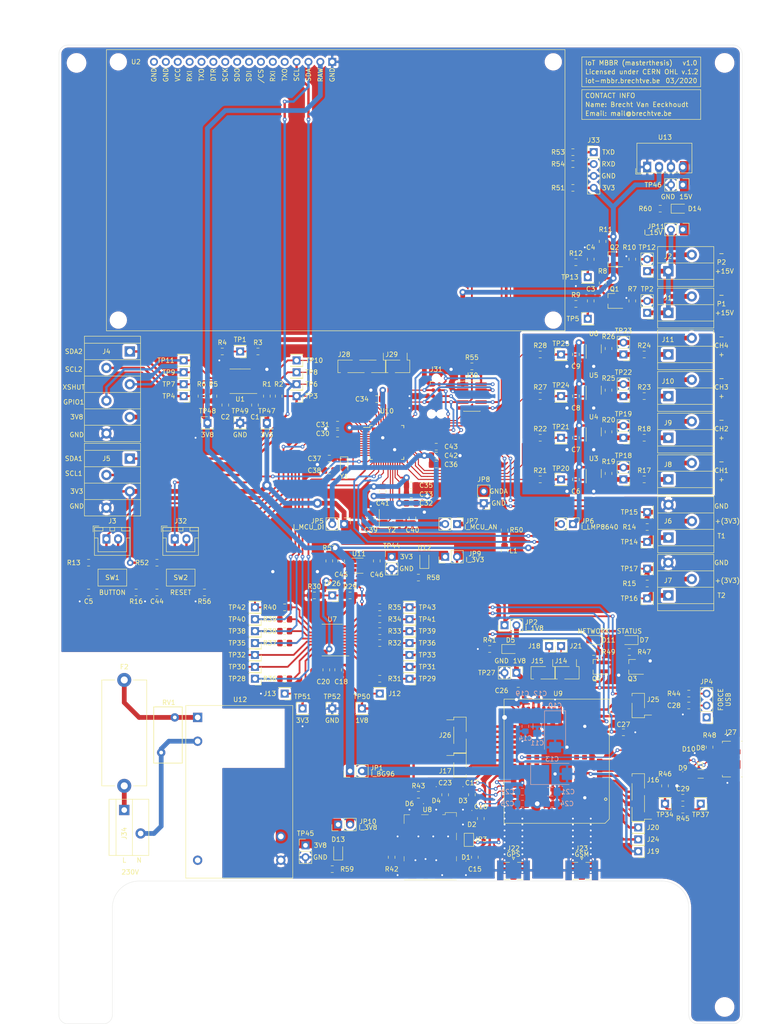
<source format=kicad_pcb>
(kicad_pcb (version 20171130) (host pcbnew 5.1.5-52549c5~84~ubuntu19.04.1)
  (title_block (title "IoT MBBR (Master Thesis Hardware)") (date 2020-03-18) (rev v1.0) (company "Brecht Van Eeckhoudt - KULeuven"))
  (layers (0 F.Cu signal) (31 B.Cu signal) (34 B.Paste user hide) (35 F.Paste user hide) (36 B.SilkS user) (37 F.SilkS user) (38 B.Mask user) (39 F.Mask user) (44 Edge.Cuts user))
  (net 0 "")
  (net 1 GND)
  (net 2 +3V3)
  (net 3 +3V8)
  (net 4 "Net-(C3-Pad1)")
  (net 5 "Net-(C4-Pad1)")
  (net 6 /BUTTON)
  (net 7 GNDA)
  (net 8 VDDA)
  (net 9 "Net-(C10-Pad1)")
  (net 10 /BG96/USIM_GND)
  (net 11 /BG96/USIM_VDD)
  (net 12 /BG96/USIM_RST)
  (net 13 /BG96/USIM_CLK)
  (net 14 +1V8)
  (net 15 /BG96/USIM_DATA)
  (net 16 /BG96/PWRKEY)
  (net 17 "Net-(C28-Pad1)")
  (net 18 "Net-(C29-Pad1)")
  (net 19 /EFM32HG222/LFXTAL_P)
  (net 20 /EFM32HG222/LFXTAL_N)
  (net 21 /EFM32HG222/HFXTAL_P)
  (net 22 /EFM32HG222/HFXTAL_N)
  (net 23 "Net-(C43-Pad1)")
  (net 24 /EFM32HG222/~RESET)
  (net 25 "Net-(C46-Pad1)")
  (net 26 "Net-(D5-Pad1)")
  (net 27 /BG96/USIM_PRES)
  (net 28 "Net-(D7-Pad1)")
  (net 29 /BG96/USB_D+)
  (net 30 /BG96/USB_D-)
  (net 31 "Net-(D11-Pad1)")
  (net 32 "Net-(D12-Pad1)")
  (net 33 "Net-(D13-Pad2)")
  (net 34 "Net-(D13-Pad1)")
  (net 35 "Net-(D14-Pad1)")
  (net 36 "Net-(F1-Pad1)")
  (net 37 "Net-(F2-Pad2)")
  (net 38 LINE)
  (net 39 +15V)
  (net 40 "Net-(J1-Pad2)")
  (net 41 "Net-(J2-Pad2)")
  (net 42 /GPIO1_3V8)
  (net 43 /XSHUT_3V8)
  (net 44 /SCL_3V8)
  (net 45 /SDA_3V8)
  (net 46 /SCL_3V3)
  (net 47 /SDA_3V3)
  (net 48 /DS18B20_DATA)
  (net 49 /DS18B20_VDD)
  (net 50 /DS18B20_DATA_spare)
  (net 51 /DS18B20_VDD_spare)
  (net 52 "Net-(J8-Pad1)")
  (net 53 "/4x LMP38640/V1-")
  (net 54 "Net-(J9-Pad1)")
  (net 55 "/4x LMP38640/V2-")
  (net 56 "Net-(J10-Pad1)")
  (net 57 "/4x LMP38640/V3-")
  (net 58 "Net-(J11-Pad1)")
  (net 59 "/4x LMP38640/V4-")
  (net 60 "Net-(J12-Pad1)")
  (net 61 "Net-(J13-Pad1)")
  (net 62 "Net-(J14-Pad2)")
  (net 63 "Net-(J14-Pad1)")
  (net 64 "Net-(J15-Pad2)")
  (net 65 "Net-(J15-Pad1)")
  (net 66 "Net-(J16-Pad4)")
  (net 67 "Net-(J16-Pad3)")
  (net 68 "Net-(J16-Pad2)")
  (net 69 "Net-(J16-Pad1)")
  (net 70 "Net-(J17-Pad2)")
  (net 71 "Net-(J17-Pad1)")
  (net 72 "Net-(J18-Pad1)")
  (net 73 "Net-(J19-Pad1)")
  (net 74 "Net-(J20-Pad1)")
  (net 75 "Net-(J21-Pad1)")
  (net 76 "Net-(J22-Pad1)")
  (net 77 "Net-(J23-Pad1)")
  (net 78 "Net-(J24-Pad1)")
  (net 79 "Net-(J25-Pad2)")
  (net 80 "Net-(J25-Pad1)")
  (net 81 "Net-(J26-Pad3)")
  (net 82 "Net-(J26-Pad2)")
  (net 83 "Net-(J26-Pad1)")
  (net 84 "Net-(J27-Pad4)")
  (net 85 "Net-(J28-Pad4)")
  (net 86 "Net-(J28-Pad3)")
  (net 87 "Net-(J28-Pad2)")
  (net 88 "Net-(J28-Pad1)")
  (net 89 "Net-(J29-Pad2)")
  (net 90 "Net-(J29-Pad1)")
  (net 91 /EFM32HG222/GNDd)
  (net 92 /EFM32HG222/RXD)
  (net 93 /EFM32HG222/TXD)
  (net 94 /EFM32HG222/SWCLK)
  (net 95 /EFM32HG222/SWDIO)
  (net 96 "Net-(J33-Pad2)")
  (net 97 "Net-(J33-Pad1)")
  (net 98 NEUT)
  (net 99 "Net-(JP4-Pad3)")
  (net 100 "Net-(JP6-Pad2)")
  (net 101 "Net-(L1-Pad2)")
  (net 102 "Net-(Q3-Pad3)")
  (net 103 /BG96/STATUS)
  (net 104 "Net-(Q4-Pad3)")
  (net 105 /BG96/NETLIGHT)
  (net 106 "Net-(R3-Pad2)")
  (net 107 /PCNT)
  (net 108 /PCNT_spare)
  (net 109 "/4x LMP38640/V1+")
  (net 110 "/4x LMP38640/V2+")
  (net 111 "/4x LMP38640/ADC_CH4")
  (net 112 "Net-(R21-Pad1)")
  (net 113 "/4x LMP38640/ADC_CH5")
  (net 114 "Net-(R22-Pad1)")
  (net 115 "/4x LMP38640/V3+")
  (net 116 "/4x LMP38640/V4+")
  (net 117 "/4x LMP38640/ADC_CH6")
  (net 118 "Net-(R27-Pad1)")
  (net 119 "/4x LMP38640/ADC_CH7")
  (net 120 "Net-(R28-Pad1)")
  (net 121 "Net-(R29-Pad2)")
  (net 122 "Net-(R31-Pad2)")
  (net 123 "Net-(R32-Pad2)")
  (net 124 /BG96/RESET_N)
  (net 125 "Net-(R33-Pad2)")
  (net 126 "Net-(R34-Pad2)")
  (net 127 /BG96/DTR_1V8)
  (net 128 "Net-(R35-Pad2)")
  (net 129 /BG96/RI_1V8)
  (net 130 /BG96/BG96_PWRKEY)
  (net 131 "Net-(R36-Pad1)")
  (net 132 /BG96/BG96_~RESET)
  (net 133 "Net-(R37-Pad1)")
  (net 134 /BG96/BG96_STAT)
  (net 135 "Net-(R38-Pad1)")
  (net 136 /BG96/BG96_DTR)
  (net 137 "Net-(R39-Pad1)")
  (net 138 /BG96/BG96_RI)
  (net 139 "Net-(R40-Pad1)")
  (net 140 /BG96/USB_VBUS)
  (net 141 /XSHUT_3V3)
  (net 142 /GPIO1_3V3)
  (net 143 /BG96/BG96_RXD)
  (net 144 /BG96/RXD_1V8)
  (net 145 /BG96/BG96_TXD)
  (net 146 /BG96/TXD_1V8)
  (net 147 /EFM32HG222/VDD_MCU)
  (net 148 /EFM32HG222/VDDA_MCU)
  (net 149 "Net-(J32-Pad2)")
  (net 150 "Net-(J3-Pad2)")
  (net 151 "Net-(C26-Pad1)")
  (net 152 "Net-(D14-Pad2)")
  (net 153 "Net-(R57-Pad2)")
  (module Connector_Coaxial:SMA_Samtec_SMA-J-P-X-ST-EM1_EdgeMount (layer F.Cu) (at 148.59 203.454)
    (fp_text reference J23 (at 0 -4.699) (layer F.SilkS))
    (fp_text value SMA-edge)
    (pad 1 smd rect (at 0 0.2) (size 1.27 3.6) (layers F.Cu F.Paste F.Mask) (net 77 "Net-(J23-Pad1)"))
    (pad 2 smd rect (at 2.825 0) (size 1.35 4.2) (layers F.Cu F.Paste F.Mask) (net 1 GND))
    (pad 2 smd rect (at -2.825 0) (size 1.35 4.2) (layers F.Cu F.Paste F.Mask) (net 1 GND))
    (pad 2 smd rect (at 2.825 0) (size 1.35 4.2) (layers B.Cu B.Paste B.Mask) (net 1 GND))
    (pad 2 smd rect (at -2.825 0) (size 1.35 4.2) (layers B.Cu B.Paste B.Mask) (net 1 GND))
  )
  (module Connector_Coaxial:SMA_Samtec_SMA-J-P-X-ST-EM1_EdgeMount (layer F.Cu) (at 133.985 203.454)
    (fp_text reference J22 (at 0 -4.699) (layer F.SilkS))
    (fp_text value SMA-edge)
    (pad 1 smd rect (at 0 0.2) (size 1.27 3.6) (layers F.Cu F.Paste F.Mask) (net 76 "Net-(J22-Pad1)"))
    (pad 2 smd rect (at 2.825 0) (size 1.35 4.2) (layers F.Cu F.Paste F.Mask) (net 1 GND))
    (pad 2 smd rect (at -2.825 0) (size 1.35 4.2) (layers F.Cu F.Paste F.Mask) (net 1 GND))
    (pad 2 smd rect (at 2.825 0) (size 1.35 4.2) (layers B.Cu B.Paste B.Mask) (net 1 GND))
    (pad 2 smd rect (at -2.825 0) (size 1.35 4.2) (layers B.Cu B.Paste B.Mask) (net 1 GND))
  )
  (module Connector_PinHeader_2.54mm:PinHeader_1x01_P2.54mm_Vertical (layer F.Cu) (at 95.25 168.91)
    (fp_text reference TP52 (at 0 -2.54) (layer F.SilkS))
    (fp_text value GND)
    (pad 1 thru_hole rect (at 0 0) (size 1.7 1.7) (drill 1) (layers *.Cu *.Mask) (net 1 GND))
  )
  (module Connector_PinHeader_2.54mm:PinHeader_1x01_P2.54mm_Vertical (layer F.Cu) (at 88.9 168.91)
    (fp_text reference TP51 (at 0 -2.54) (layer F.SilkS))
    (fp_text value 3V3)
    (pad 1 thru_hole rect (at 0 0) (size 1.7 1.7) (drill 1) (layers *.Cu *.Mask) (net 2 +3V3))
  )
  (module Connector_PinHeader_2.54mm:PinHeader_1x01_P2.54mm_Vertical (layer F.Cu) (at 101.6 168.91)
    (fp_text reference TP50 (at 0 -2.54) (layer F.SilkS))
    (fp_text value 1V8)
    (pad 1 thru_hole rect (at 0 0) (size 1.7 1.7) (drill 1) (layers *.Cu *.Mask) (net 14 +1V8))
  )
  (module Connector_PinHeader_2.54mm:PinHeader_1x01_P2.54mm_Vertical (layer F.Cu) (at 75.565 107.95)
    (fp_text reference TP49 (at 0 -2.54) (layer F.SilkS))
    (fp_text value GND)
    (pad 1 thru_hole rect (at 0 0) (size 1.7 1.7) (drill 1) (layers *.Cu *.Mask) (net 1 GND))
  )
  (module Connector_PinHeader_2.54mm:PinHeader_1x01_P2.54mm_Vertical (layer F.Cu) (at 68.58 107.95)
    (fp_text reference TP48 (at 0 -2.54) (layer F.SilkS))
    (fp_text value 3V8)
    (pad 1 thru_hole rect (at 0 0) (size 1.7 1.7) (drill 1) (layers *.Cu *.Mask) (net 3 +3V8))
  )
  (module Connector_PinHeader_2.54mm:PinHeader_1x01_P2.54mm_Vertical (layer F.Cu) (at 81.28 107.95)
    (fp_text reference TP47 (at 0 -2.54) (layer F.SilkS))
    (fp_text value 3V3)
    (pad 1 thru_hole rect (at 0 0) (size 1.7 1.7) (drill 1) (layers *.Cu *.Mask) (net 2 +3V3))
  )
  (module Resistor_SMD:R_0805_2012Metric_Pad1.15x1.40mm_HandSolder (layer F.Cu) (at 105.41 147.32 180)
    (fp_text reference R35 (at -3.175 0) (layer F.SilkS))
    (fp_text value "0 Ω")
    (pad 2 smd roundrect (at 1.025 0 180) (size 1.15 1.4) (layers F.Cu F.Paste F.Mask) (roundrect_rratio 0.217391) (net 128 "Net-(R35-Pad2)"))
    (pad 1 smd roundrect (at -1.025 0 180) (size 1.15 1.4) (layers F.Cu F.Paste F.Mask) (roundrect_rratio 0.217391) (net 16 /BG96/PWRKEY))
  )
  (module Connector_PinHeader_2.54mm:PinHeader_1x01_P2.54mm_Vertical (layer F.Cu) (at 111.76 147.32 180)
    (fp_text reference TP43 (at -3.81 0) (layer F.SilkS))
    (fp_text value BG96_PWRKEY_1V8)
    (pad 1 thru_hole rect (at 0 0 180) (size 1.7 1.7) (drill 1) (layers *.Cu *.Mask) (net 16 /BG96/PWRKEY))
  )
  (module Connector_PinHeader_2.54mm:PinHeader_1x01_P2.54mm_Vertical (layer F.Cu) (at 111.76 149.86 180)
    (fp_text reference TP41 (at -3.81 0) (layer F.SilkS))
    (fp_text value BG96_~RESET~_1V8)
    (pad 1 thru_hole rect (at 0 0 180) (size 1.7 1.7) (drill 1) (layers *.Cu *.Mask) (net 124 /BG96/RESET_N))
  )
  (module Converter_DCDC:Converter_DCDC_Murata_MEE1SxxxxSC_THT (layer F.Cu) (at 162.56 53.34 90)
    (fp_text reference U13 (at 6.35 3.81) (layer F.SilkS))
    (fp_text value MEE1S0315SC)
    (pad 1 thru_hole rect (at 0 0) (size 1.75 2.25) (drill 1.075) (layers *.Cu *.Mask) (net 1 GND))
    (pad 2 thru_hole oval (at 0 2.54) (size 1.75 2.25) (drill 1.075) (layers *.Cu *.Mask) (net 2 +3V3))
    (pad 3 thru_hole oval (at 0 5.08) (size 1.75 2.25) (drill 1.075) (layers *.Cu *.Mask) (net 1 GND))
    (pad 4 thru_hole oval (at 0 7.62) (size 1.75 2.25) (drill 1.075) (layers *.Cu *.Mask) (net 152 "Net-(D14-Pad2)"))
  )
  (module Package_LGA_extra:Quectel_BG96_LGA102 (layer F.Cu) (at 152.4 189.865 180)
    (fp_text reference U9 (at 8.89 24.13) (layer F.SilkS))
    (fp_text value Quectel_BG96)
    (fp_text user ° (at -1.3 0.8) (layer F.SilkS) (effects (font (size 2 2))))
    (pad 90 smd rect (at 8.33 15.65 180) (size 1 1) (layers F.Cu F.Paste F.Mask) (net 1 GND))
    (pad 92 smd rect (at 11.73 15.65 180) (size 1 1) (layers F.Cu F.Paste F.Mask))
    (pad 69 smd rect (at 6.63 17.35 180) (size 1 1) (layers F.Cu F.Paste F.Mask) (net 1 GND))
    (pad 72 smd rect (at 11.73 17.35 180) (size 1 1) (layers F.Cu F.Paste F.Mask) (net 1 GND))
    (pad 91 smd rect (at 10.03 15.65 180) (size 1 1) (layers F.Cu F.Paste F.Mask) (net 1 GND))
    (pad 89 smd rect (at 6.63 15.65 180) (size 1 1) (layers F.Cu F.Paste F.Mask) (net 1 GND))
    (pad 71 smd rect (at 10.03 17.35 180) (size 1 1) (layers F.Cu F.Paste F.Mask) (net 1 GND))
    (pad 70 smd rect (at 8.33 17.35 180) (size 1 1) (layers F.Cu F.Paste F.Mask) (net 1 GND))
    (pad 101 smd rect (at 8.33 3.75 180) (size 1 1) (layers F.Cu F.Paste F.Mask) (net 1 GND))
    (pad 99 smd rect (at 11.73 3.75 180) (size 1 1) (layers F.Cu F.Paste F.Mask))
    (pad 100 smd rect (at 10.03 3.75 180) (size 1 1) (layers F.Cu F.Paste F.Mask) (net 1 GND))
    (pad 102 smd rect (at 6.63 3.75 180) (size 1 1) (layers F.Cu F.Paste F.Mask) (net 1 GND))
    (pad 79 smd rect (at 11.73 2.05 180) (size 1 1) (layers F.Cu F.Paste F.Mask) (net 1 GND))
    (pad 80 smd rect (at 10.03 2.05 180) (size 1 1) (layers F.Cu F.Paste F.Mask) (net 1 GND))
    (pad 81 smd rect (at 8.33 2.05 180) (size 1 1) (layers F.Cu F.Paste F.Mask) (net 1 GND))
    (pad 82 smd rect (at 6.63 2.05 180) (size 1 1) (layers F.Cu F.Paste F.Mask) (net 1 GND))
    (pad 98 smd rect (at 13.43 5.45 180) (size 1 1) (layers F.Cu F.Paste F.Mask))
    (pad 97 smd rect (at 13.43 7.15 180) (size 1 1) (layers F.Cu F.Paste F.Mask))
    (pad 75 smd rect (at 15.13 10.55 180) (size 1 1) (layers F.Cu F.Paste F.Mask) (net 17 "Net-(C28-Pad1)"))
    (pad 94 smd rect (at 13.43 12.25 180) (size 1 1) (layers F.Cu F.Paste F.Mask))
    (pad 73 smd rect (at 15.13 13.95 180) (size 1 1) (layers F.Cu F.Paste F.Mask) (net 1 GND))
    (pad 95 smd rect (at 13.43 10.55 180) (size 1 1) (layers F.Cu F.Paste F.Mask))
    (pad 76 smd rect (at 15.13 8.85 180) (size 1 1) (layers F.Cu F.Paste F.Mask))
    (pad 78 smd rect (at 15.13 5.45 180) (size 1 1) (layers F.Cu F.Paste F.Mask))
    (pad 96 smd rect (at 13.43 8.85 180) (size 1 1) (layers F.Cu F.Paste F.Mask))
    (pad 77 smd rect (at 15.13 7.15 180) (size 1 1) (layers F.Cu F.Paste F.Mask))
    (pad 93 smd rect (at 13.43 13.95 180) (size 1 1) (layers F.Cu F.Paste F.Mask))
    (pad 74 smd rect (at 15.13 12.25 180) (size 1 1) (layers F.Cu F.Paste F.Mask) (net 1 GND))
    (pad 83 smd rect (at 4.93 5.45 180) (size 1 1) (layers F.Cu F.Paste F.Mask))
    (pad 84 smd rect (at 4.93 7.15 180) (size 1 1) (layers F.Cu F.Paste F.Mask))
    (pad 87 smd rect (at 4.93 12.25 180) (size 1 1) (layers F.Cu F.Paste F.Mask))
    (pad 86 smd rect (at 4.93 10.55 180) (size 1 1) (layers F.Cu F.Paste F.Mask))
    (pad 85 smd rect (at 4.93 8.85 180) (size 1 1) (layers F.Cu F.Paste F.Mask))
    (pad 88 smd rect (at 4.93 13.95 180) (size 1 1) (layers F.Cu F.Paste F.Mask))
    (pad 68 smd rect (at 3.23 13.95 180) (size 1 1) (layers F.Cu F.Paste F.Mask) (net 1 GND))
    (pad 67 smd rect (at 3.23 12.25 180) (size 1 1) (layers F.Cu F.Paste F.Mask) (net 1 GND))
    (pad 66 smd rect (at 3.23 10.55 180) (size 1 1) (layers F.Cu F.Paste F.Mask))
    (pad 65 smd rect (at 3.23 8.85 180) (size 1 1) (layers F.Cu F.Paste F.Mask))
    (pad 64 smd rect (at 3.23 7.15 180) (size 1 1) (layers F.Cu F.Paste F.Mask) (net 73 "Net-(J19-Pad1)"))
    (pad 63 smd rect (at 3.23 5.45 180) (size 1 1) (layers F.Cu F.Paste F.Mask))
    (pad 58 smd rect (at 6.13 -1.33 180) (size 0.7 1.1) (layers F.Cu F.Paste F.Mask) (net 1 GND))
    (pad 53 smd rect (at 13.03 -1.33 180) (size 0.7 1.1) (layers F.Cu F.Paste F.Mask) (net 9 "Net-(C10-Pad1)"))
    (pad 56 smd rect (at 9.73 -1.33 180) (size 0.7 1.1) (layers F.Cu F.Paste F.Mask))
    (pad 60 smd rect (at 3.93 -1.33 180) (size 0.7 1.1) (layers F.Cu F.Paste F.Mask) (net 77 "Net-(J23-Pad1)"))
    (pad 54 smd rect (at 11.93 -1.33 180) (size 0.7 1.1) (layers F.Cu F.Paste F.Mask) (net 1 GND))
    (pad 62 smd rect (at 1.73 -1.33 180) (size 0.7 1.1) (layers F.Cu F.Paste F.Mask) (net 1 GND))
    (pad 51 smd rect (at 15.23 -1.33 180) (size 0.7 1.1) (layers F.Cu F.Paste F.Mask))
    (pad 52 smd rect (at 14.13 -1.33 180) (size 0.7 1.1) (layers F.Cu F.Paste F.Mask) (net 9 "Net-(C10-Pad1)"))
    (pad 61 smd rect (at 2.83 -1.33 180) (size 0.7 1.1) (layers F.Cu F.Paste F.Mask) (net 1 GND))
    (pad 50 smd rect (at 16.33 -1.33 180) (size 0.7 1.1) (layers F.Cu F.Paste F.Mask) (net 1 GND))
    (pad 59 smd rect (at 5.03 -1.33 180) (size 0.7 1.1) (layers F.Cu F.Paste F.Mask) (net 1 GND))
    (pad 55 smd rect (at 10.83 -1.33 180) (size 0.7 1.1) (layers F.Cu F.Paste F.Mask) (net 1 GND))
    (pad 57 smd rect (at 7.23 -1.33 180) (size 0.7 1.1) (layers F.Cu F.Paste F.Mask))
    (pad 31 smd rect (at 16.33 20.73 180) (size 0.7 1.1) (layers F.Cu F.Paste F.Mask) (net 1 GND))
    (pad 30 smd rect (at 15.23 20.73 180) (size 0.7 1.1) (layers F.Cu F.Paste F.Mask) (net 127 /BG96/DTR_1V8))
    (pad 29 smd rect (at 14.13 20.73 180) (size 0.7 1.1) (layers F.Cu F.Paste F.Mask) (net 151 "Net-(C26-Pad1)"))
    (pad 28 smd rect (at 13.03 20.73 180) (size 0.7 1.1) (layers F.Cu F.Paste F.Mask) (net 64 "Net-(J15-Pad2)"))
    (pad 27 smd rect (at 11.93 20.73 180) (size 0.7 1.1) (layers F.Cu F.Paste F.Mask) (net 65 "Net-(J15-Pad1)"))
    (pad 26 smd rect (at 10.83 20.73 180) (size 0.7 1.1) (layers F.Cu F.Paste F.Mask) (net 72 "Net-(J18-Pad1)"))
    (pad 25 smd rect (at 9.73 20.73 180) (size 0.7 1.1) (layers F.Cu F.Paste F.Mask))
    (pad 24 smd rect (at 7.23 20.73 180) (size 0.7 1.1) (layers F.Cu F.Paste F.Mask) (net 75 "Net-(J21-Pad1)"))
    (pad 23 smd rect (at 6.13 20.73 180) (size 0.7 1.1) (layers F.Cu F.Paste F.Mask) (net 62 "Net-(J14-Pad2)"))
    (pad 22 smd rect (at 5.03 20.73 180) (size 0.7 1.1) (layers F.Cu F.Paste F.Mask) (net 63 "Net-(J14-Pad1)"))
    (pad 21 smd rect (at 3.93 20.73 180) (size 0.7 1.1) (layers F.Cu F.Paste F.Mask) (net 105 /BG96/NETLIGHT))
    (pad 20 smd rect (at 2.83 20.73 180) (size 0.7 1.1) (layers F.Cu F.Paste F.Mask) (net 103 /BG96/STATUS))
    (pad 19 smd rect (at 1.73 20.73 180) (size 0.7 1.1) (layers F.Cu F.Paste F.Mask) (net 79 "Net-(J25-Pad2)"))
    (pad 42 smd rect (at 18.36 7.7 180) (size 1.15 0.7) (layers F.Cu F.Paste F.Mask) (net 27 /BG96/USIM_PRES))
    (pad 32 smd rect (at 18.36 19.3 180) (size 1.15 0.7) (layers F.Cu F.Paste F.Mask) (net 9 "Net-(C10-Pad1)"))
    (pad 41 smd rect (at 18.36 8.8 180) (size 1.15 0.7) (layers F.Cu F.Paste F.Mask) (net 70 "Net-(J17-Pad2)"))
    (pad 47 smd rect (at 18.36 2.2 180) (size 1.15 0.7) (layers F.Cu F.Paste F.Mask) (net 10 /BG96/USIM_GND))
    (pad 49 smd rect (at 18.36 0 180) (size 1.15 0.7) (layers F.Cu F.Paste F.Mask) (net 76 "Net-(J22-Pad1)"))
    (pad 33 smd rect (at 18.36 18.2 180) (size 1.15 0.7) (layers F.Cu F.Paste F.Mask) (net 9 "Net-(C10-Pad1)"))
    (pad 39 smd rect (at 18.36 11.6 180) (size 1.15 0.7) (layers F.Cu F.Paste F.Mask) (net 129 /BG96/RI_1V8))
    (pad 48 smd rect (at 18.36 1.1 180) (size 1.15 0.7) (layers F.Cu F.Paste F.Mask) (net 1 GND))
    (pad 44 smd rect (at 18.36 5.5 180) (size 1.15 0.7) (layers F.Cu F.Paste F.Mask) (net 12 /BG96/USIM_RST))
    (pad 36 smd rect (at 18.36 14.9 180) (size 1.15 0.7) (layers F.Cu F.Paste F.Mask) (net 83 "Net-(J26-Pad1)"))
    (pad 35 smd rect (at 18.36 16 180) (size 1.15 0.7) (layers F.Cu F.Paste F.Mask) (net 146 /BG96/TXD_1V8))
    (pad 43 smd rect (at 18.36 6.6 180) (size 1.15 0.7) (layers F.Cu F.Paste F.Mask) (net 11 /BG96/USIM_VDD))
    (pad 46 smd rect (at 18.36 3.3 180) (size 1.15 0.7) (layers F.Cu F.Paste F.Mask) (net 13 /BG96/USIM_CLK))
    (pad 34 smd rect (at 18.36 17.1 180) (size 1.15 0.7) (layers F.Cu F.Paste F.Mask) (net 144 /BG96/RXD_1V8))
    (pad 37 smd rect (at 18.36 13.8 180) (size 1.15 0.7) (layers F.Cu F.Paste F.Mask) (net 82 "Net-(J26-Pad2)"))
    (pad 45 smd rect (at 18.36 4.4 180) (size 1.15 0.7) (layers F.Cu F.Paste F.Mask) (net 15 /BG96/USIM_DATA))
    (pad 38 smd rect (at 18.36 12.7 180) (size 1.15 0.7) (layers F.Cu F.Paste F.Mask) (net 81 "Net-(J26-Pad3)"))
    (pad 40 smd rect (at 18.36 9.9 180) (size 1.15 0.7) (layers F.Cu F.Paste F.Mask) (net 71 "Net-(J17-Pad1)"))
    (pad 18 smd rect (at 0 19.3 180) (size 1.15 0.7) (layers F.Cu F.Paste F.Mask) (net 80 "Net-(J25-Pad1)"))
    (pad 17 smd rect (at 0 18.2 180) (size 1.15 0.7) (layers F.Cu F.Paste F.Mask) (net 124 /BG96/RESET_N))
    (pad 16 smd rect (at 0 17.1 180) (size 1.15 0.7) (layers F.Cu F.Paste F.Mask))
    (pad 15 smd rect (at 0 16 180) (size 1.15 0.7) (layers F.Cu F.Paste F.Mask) (net 16 /BG96/PWRKEY))
    (pad 14 smd rect (at 0 14.9 180) (size 1.15 0.7) (layers F.Cu F.Paste F.Mask))
    (pad 13 smd rect (at 0 13.8 180) (size 1.15 0.7) (layers F.Cu F.Paste F.Mask))
    (pad 12 smd rect (at 0 12.7 180) (size 1.15 0.7) (layers F.Cu F.Paste F.Mask))
    (pad 1 smd rect (at 0 0 180) (size 1.15 0.7) (layers F.Cu F.Paste F.Mask) (net 78 "Net-(J24-Pad1)"))
    (pad 2 smd rect (at 0 1.1 180) (size 1.15 0.7) (layers F.Cu F.Paste F.Mask) (net 74 "Net-(J20-Pad1)"))
    (pad 3 smd rect (at 0 2.2 180) (size 1.15 0.7) (layers F.Cu F.Paste F.Mask) (net 1 GND))
    (pad 4 smd rect (at 0 3.3 180) (size 1.15 0.7) (layers F.Cu F.Paste F.Mask) (net 69 "Net-(J16-Pad1)"))
    (pad 5 smd rect (at 0 4.4 180) (size 1.15 0.7) (layers F.Cu F.Paste F.Mask) (net 68 "Net-(J16-Pad2)"))
    (pad 6 smd rect (at 0 5.5 180) (size 1.15 0.7) (layers F.Cu F.Paste F.Mask) (net 67 "Net-(J16-Pad3)"))
    (pad 7 smd rect (at 0 6.6 180) (size 1.15 0.7) (layers F.Cu F.Paste F.Mask) (net 66 "Net-(J16-Pad4)"))
    (pad 8 smd rect (at 0 7.7 180) (size 1.15 0.7) (layers F.Cu F.Paste F.Mask) (net 140 /BG96/USB_VBUS))
    (pad 9 smd rect (at 0 8.8 180) (size 1.15 0.7) (layers F.Cu F.Paste F.Mask) (net 29 /BG96/USB_D+))
    (pad 10 smd rect (at 0 9.9 180) (size 1.15 0.7) (layers F.Cu F.Paste F.Mask) (net 30 /BG96/USB_D-))
    (pad 11 smd rect (at 0 11.6 180) (size 1.15 0.7) (layers F.Cu F.Paste F.Mask))
  )
  (module Display_extra:Sparkfun_20x4_serLCD (layer F.Cu) (at 46.99 88.29)
    (fp_text reference U2 (at 6.305001 -57.404) (layer F.SilkS))
    (fp_text value Sparkfun_20x4_serLCD)
    (fp_text user GND (at 10.16 -54.61 90) (layer F.SilkS))
    (fp_text user GND (at 12.7 -54.61 90) (layer F.SilkS))
    (fp_text user VCC (at 15.24 -54.61 90) (layer F.SilkS))
    (fp_text user RXI (at 17.78 -54.356 90) (layer F.SilkS))
    (fp_text user TXO (at 20.32 -54.61 90) (layer F.SilkS))
    (fp_text user DTR (at 22.86 -54.61 90) (layer F.SilkS))
    (fp_text user SCK (at 25.4 -54.61 90) (layer F.SilkS))
    (fp_text user SDO (at 27.94 -54.61 90) (layer F.SilkS))
    (fp_text user SDI (at 30.48 -54.356 90) (layer F.SilkS))
    (fp_text user /CS (at 33.02 -54.356 270) (layer F.SilkS))
    (fp_text user RXI (at 35.56 -54.356 90) (layer F.SilkS))
    (fp_text user TXO (at 38.1 -54.61 90) (layer F.SilkS))
    (fp_text user SCL (at 40.64 -54.61 90) (layer F.SilkS))
    (fp_text user SDA (at 43.18 -54.61 90) (layer F.SilkS))
    (fp_text user RAW (at 45.72 -54.61 90) (layer F.SilkS))
    (fp_text user GND (at 48.26 -54.61 90) (layer F.SilkS))
    (pad 16 thru_hole circle (at 10.16 -57.404) (size 1.7 1.7) (drill 1) (layers *.Cu *.Mask B.Paste))
    (pad 15 thru_hole circle (at 12.7 -57.404) (size 1.7 1.7) (drill 1) (layers *.Cu *.Mask))
    (pad 14 thru_hole circle (at 15.24 -57.404) (size 1.7 1.7) (drill 1) (layers *.Cu *.Mask))
    (pad 13 thru_hole circle (at 17.78 -57.404) (size 1.7 1.7) (drill 1) (layers *.Cu *.Mask))
    (pad 12 thru_hole circle (at 20.32 -57.404) (size 1.7 1.7) (drill 1) (layers *.Cu *.Mask))
    (pad 11 thru_hole circle (at 22.86 -57.404) (size 1.7 1.7) (drill 1) (layers *.Cu *.Mask))
    (pad 10 thru_hole circle (at 25.4 -57.404) (size 1.7 1.7) (drill 1) (layers *.Cu *.Mask))
    (pad 9 thru_hole circle (at 27.94 -57.404) (size 1.7 1.7) (drill 1) (layers *.Cu *.Mask))
    (pad 8 thru_hole circle (at 30.48 -57.404) (size 1.7 1.7) (drill 1) (layers *.Cu *.Mask))
    (pad 7 thru_hole circle (at 33.02 -57.404) (size 1.7 1.7) (drill 1) (layers *.Cu *.Mask))
    (pad 6 thru_hole circle (at 35.56 -57.404) (size 1.7 1.7) (drill 1) (layers *.Cu *.Mask))
    (pad 5 thru_hole circle (at 38.1 -57.404) (size 1.7 1.7) (drill 1) (layers *.Cu *.Mask))
    (pad 4 thru_hole circle (at 40.64 -57.404) (size 1.7 1.7) (drill 1) (layers *.Cu *.Mask) (net 46 /SCL_3V3))
    (pad 3 thru_hole circle (at 43.18 -57.404) (size 1.7 1.7) (drill 1) (layers *.Cu *.Mask) (net 47 /SDA_3V3))
    (pad 2 thru_hole circle (at 45.72 -57.404) (size 1.7 1.7) (drill 1) (layers *.Cu *.Mask) (net 3 +3V8))
    (pad 1 thru_hole rect (at 48.26 -57.404) (size 1.7 1.7) (drill 1) (layers *.Cu *.Mask) (net 1 GND))
    (pad "" np_thru_hole circle (at 95.504 -2.286) (size 2.7 2.7) (drill 2.7) (layers *.Cu *.Mask))
    (pad "" np_thru_hole circle (at 95.504 -57.404) (size 2.7 2.7) (drill 2.7) (layers *.Cu *.Mask))
    (pad "" np_thru_hole circle (at 2.54 -2.286) (size 2.7 2.7) (drill 2.7) (layers *.Cu *.Mask))
    (pad "" np_thru_hole circle (at 2.54 -57.404) (size 2.7 2.7) (drill 2.7) (layers *.Cu *.Mask))
  )
  (module Connector_PinHeader_2.54mm:PinHeader_1x01_P2.54mm_Vertical (layer F.Cu) (at 160.655 194.31 180)
    (fp_text reference J20 (at -3.175 0) (layer F.SilkS))
    (fp_text value ADC1)
    (pad 1 thru_hole rect (at 0 0 180) (size 1.7 1.7) (drill 1) (layers *.Cu *.Mask) (net 74 "Net-(J20-Pad1)"))
  )
  (module Connector_PinHeader_2.54mm:PinHeader_1x02_P2.54mm_Vertical_SMD_Pin1Left (layer F.Cu) (at 109.22 95.885 270)
    (fp_text reference J29 (at -2.54 1.27 180) (layer F.SilkS))
    (fp_text value GPIO_PF_spare)
    (pad 2 smd rect (at 1.655 1.27 270) (size 2.51 1) (layers F.Cu F.Paste F.Mask) (net 89 "Net-(J29-Pad2)"))
    (pad 1 smd rect (at -1.655 -1.27 270) (size 2.51 1) (layers F.Cu F.Paste F.Mask) (net 90 "Net-(J29-Pad1)"))
  )
  (module Connector_PinHeader_2.54mm:PinHeader_1x04_P2.54mm_Vertical_SMD_Pin1Left (layer F.Cu) (at 101.6 95.885 270)
    (fp_text reference J28 (at -2.54 3.81 180) (layer F.SilkS))
    (fp_text value GPIO_PE_spare)
    (pad 4 smd rect (at 1.655 3.81 270) (size 2.51 1) (layers F.Cu F.Paste F.Mask) (net 85 "Net-(J28-Pad4)"))
    (pad 2 smd rect (at 1.655 -1.27 270) (size 2.51 1) (layers F.Cu F.Paste F.Mask) (net 87 "Net-(J28-Pad2)"))
    (pad 3 smd rect (at -1.655 1.27 270) (size 2.51 1) (layers F.Cu F.Paste F.Mask) (net 86 "Net-(J28-Pad3)"))
    (pad 1 smd rect (at -1.655 -3.81 270) (size 2.51 1) (layers F.Cu F.Paste F.Mask) (net 88 "Net-(J28-Pad1)"))
  )
  (module Connector_PinHeader_2.54mm:PinHeader_1x03_P2.54mm_Vertical_SMD_Pin1Left (layer F.Cu) (at 122.555 174.625)
    (fp_text reference J26 (at -3.175 0) (layer F.SilkS))
    (fp_text value UART1_unused)
    (pad 2 smd rect (at 1.655 0) (size 2.51 1) (layers F.Cu F.Paste F.Mask) (net 82 "Net-(J26-Pad2)"))
    (pad 3 smd rect (at -1.655 2.54) (size 2.51 1) (layers F.Cu F.Paste F.Mask) (net 81 "Net-(J26-Pad3)"))
    (pad 1 smd rect (at -1.655 -2.54) (size 2.51 1) (layers F.Cu F.Paste F.Mask) (net 83 "Net-(J26-Pad1)"))
  )
  (module Connector_PinHeader_2.54mm:PinHeader_1x02_P2.54mm_Vertical_SMD_Pin1Left (layer F.Cu) (at 160.655 168.275 180)
    (fp_text reference J25 (at -3.175 1.27) (layer F.SilkS))
    (fp_text value W/AP)
    (pad 2 smd rect (at 1.655 1.27 180) (size 2.51 1) (layers F.Cu F.Paste F.Mask) (net 79 "Net-(J25-Pad2)"))
    (pad 1 smd rect (at -1.655 -1.27 180) (size 2.51 1) (layers F.Cu F.Paste F.Mask) (net 80 "Net-(J25-Pad1)"))
  )
  (module Connector_PinHeader_2.54mm:PinHeader_1x02_P2.54mm_Vertical_SMD_Pin1Left (layer F.Cu) (at 122.555 180.975)
    (fp_text reference J17 (at -3.175 1.27) (layer F.SilkS))
    (fp_text value I2C)
    (pad 2 smd rect (at 1.655 1.27) (size 2.51 1) (layers F.Cu F.Paste F.Mask) (net 70 "Net-(J17-Pad2)"))
    (pad 1 smd rect (at -1.655 -1.27) (size 2.51 1) (layers F.Cu F.Paste F.Mask) (net 71 "Net-(J17-Pad1)"))
  )
  (module Connector_PinHeader_2.54mm:PinHeader_1x04_P2.54mm_Vertical_SMD_Pin1Left (layer F.Cu) (at 160.655 187.96 180)
    (fp_text reference J16 (at -3.175 3.81) (layer F.SilkS))
    (fp_text value PCM)
    (pad 4 smd rect (at 1.655 3.81 180) (size 2.51 1) (layers F.Cu F.Paste F.Mask) (net 66 "Net-(J16-Pad4)"))
    (pad 2 smd rect (at 1.655 -1.27 180) (size 2.51 1) (layers F.Cu F.Paste F.Mask) (net 68 "Net-(J16-Pad2)"))
    (pad 3 smd rect (at -1.655 1.27 180) (size 2.51 1) (layers F.Cu F.Paste F.Mask) (net 67 "Net-(J16-Pad3)"))
    (pad 1 smd rect (at -1.655 -3.81 180) (size 2.51 1) (layers F.Cu F.Paste F.Mask) (net 69 "Net-(J16-Pad1)"))
  )
  (module Connector_PinHeader_2.54mm:PinHeader_1x02_P2.54mm_Vertical_SMD_Pin1Left (layer F.Cu) (at 140.335 161.29 270)
    (fp_text reference J15 (at -2.54 1.27 180) (layer F.SilkS))
    (fp_text value UART3)
    (pad 2 smd rect (at 1.655 1.27 270) (size 2.51 1) (layers F.Cu F.Paste F.Mask) (net 64 "Net-(J15-Pad2)"))
    (pad 1 smd rect (at -1.655 -1.27 270) (size 2.51 1) (layers F.Cu F.Paste F.Mask) (net 65 "Net-(J15-Pad1)"))
  )
  (module Connector_PinHeader_2.54mm:PinHeader_1x02_P2.54mm_Vertical_SMD_Pin1Left (layer F.Cu) (at 145.415 161.29 270)
    (fp_text reference J14 (at -2.54 1.27 180) (layer F.SilkS))
    (fp_text value UART2)
    (pad 2 smd rect (at 1.655 1.27 270) (size 2.51 1) (layers F.Cu F.Paste F.Mask) (net 62 "Net-(J14-Pad2)"))
    (pad 1 smd rect (at -1.655 -1.27 270) (size 2.51 1) (layers F.Cu F.Paste F.Mask) (net 63 "Net-(J14-Pad1)"))
  )
  (module Connector_PinHeader_1.27mm:PinHeader_2x05_P1.27mm_Vertical_SMD (layer F.Cu) (at 125.095 102.235)
    (fp_text reference J30 (at 0 -4.445) (layer F.SilkS))
    (fp_text value DebugHeader_Cortex-M_SWD_UART_10p)
    (pad 10 smd rect (at 1.95 2.54) (size 2.4 0.74) (layers F.Cu F.Paste F.Mask) (net 24 /EFM32HG222/~RESET))
    (pad 9 smd rect (at -1.95 2.54) (size 2.4 0.74) (layers F.Cu F.Paste F.Mask) (net 91 /EFM32HG222/GNDd))
    (pad 8 smd rect (at 1.95 1.27) (size 2.4 0.74) (layers F.Cu F.Paste F.Mask) (net 92 /EFM32HG222/RXD))
    (pad 7 smd rect (at -1.95 1.27) (size 2.4 0.74) (layers F.Cu F.Paste F.Mask) (net 93 /EFM32HG222/TXD))
    (pad 6 smd rect (at 1.95 0) (size 2.4 0.74) (layers F.Cu F.Paste F.Mask))
    (pad 5 smd rect (at -1.95 0) (size 2.4 0.74) (layers F.Cu F.Paste F.Mask) (net 1 GND))
    (pad 4 smd rect (at 1.95 -1.27) (size 2.4 0.74) (layers F.Cu F.Paste F.Mask) (net 94 /EFM32HG222/SWCLK))
    (pad 3 smd rect (at -1.95 -1.27) (size 2.4 0.74) (layers F.Cu F.Paste F.Mask) (net 1 GND))
    (pad 2 smd rect (at 1.95 -2.54) (size 2.4 0.74) (layers F.Cu F.Paste F.Mask) (net 95 /EFM32HG222/SWDIO))
    (pad 1 smd rect (at -1.95 -2.54) (size 2.4 0.74) (layers F.Cu F.Paste F.Mask) (net 2 +3V3))
  )
  (module Crystal:Crystal_SMD_5032-4Pin_5.0x3.2mm (layer F.Cu) (at 107.95 128.27)
    (fp_text reference Y2 (at 0 2.54) (layer F.SilkS))
    (fp_text value "24 MHz")
    (pad 4 smd rect (at -1.65 -1) (size 1.6 1.3) (layers F.Cu F.Paste F.Mask) (net 1 GND))
    (pad 3 smd rect (at 1.65 -1) (size 1.6 1.3) (layers F.Cu F.Paste F.Mask) (net 22 /EFM32HG222/HFXTAL_N))
    (pad 2 smd rect (at 1.65 1) (size 1.6 1.3) (layers F.Cu F.Paste F.Mask) (net 1 GND))
    (pad 1 smd rect (at -1.65 1) (size 1.6 1.3) (layers F.Cu F.Paste F.Mask) (net 21 /EFM32HG222/HFXTAL_P))
  )
  (module Crystal:Crystal_SMD_2012-2Pin_2.0x1.2mm_HandSoldering (layer F.Cu) (at 97.79 116.84 270)
    (fp_text reference Y1 (at 2.54 0 180) (layer F.SilkS))
    (fp_text value "32,768 kHz")
    (pad 2 smd rect (at 0.925 0 270) (size 1.05 1.1) (layers F.Cu F.Paste F.Mask) (net 20 /EFM32HG222/LFXTAL_N))
    (pad 1 smd rect (at -0.925 0 270) (size 1.05 1.1) (layers F.Cu F.Paste F.Mask) (net 19 /EFM32HG222/LFXTAL_P))
  )
  (module Package_TO_SOT_SMD:SOT-23-5 (layer F.Cu) (at 100.965 138.43)
    (fp_text reference U11 (at 0 -2.54) (layer F.SilkS))
    (fp_text value TLV75533PDBV)
    (pad 5 smd rect (at 1.1 -0.95) (size 1.06 0.65) (layers F.Cu F.Paste F.Mask) (net 25 "Net-(C46-Pad1)"))
    (pad 4 smd rect (at 1.1 0.95) (size 1.06 0.65) (layers F.Cu F.Paste F.Mask))
    (pad 3 smd rect (at -1.1 0.95) (size 1.06 0.65) (layers F.Cu F.Paste F.Mask) (net 153 "Net-(R57-Pad2)"))
    (pad 2 smd rect (at -1.1 0) (size 1.06 0.65) (layers F.Cu F.Paste F.Mask) (net 1 GND))
    (pad 1 smd rect (at -1.1 -0.95) (size 1.06 0.65) (layers F.Cu F.Paste F.Mask) (net 3 +3V8))
  )
  (module Converter_ACDC_extra:RAC03-3.8SC (layer F.Cu) (at 70.485 170.815 270)
    (fp_text reference U12 (at -3.81 -5.08 180) (layer F.SilkS))
    (fp_text value RAC03-3.8SC)
    (pad 16 thru_hole circle (at 25.4 -13.78 270) (size 2 2) (drill 1.2) (layers *.Cu *.Mask) (net 33 "Net-(D13-Pad2)"))
    (pad 14 thru_hole circle (at 30.48 -13.78 270) (size 2 2) (drill 1.2) (layers *.Cu *.Mask) (net 1 GND))
    (pad 13 thru_hole circle (at 30.48 4 270) (size 2 2) (drill 1.2) (layers *.Cu *.Mask))
    (pad 3 thru_hole circle (at 5.08 4 270) (size 2 2) (drill 1.2) (layers *.Cu *.Mask) (net 98 NEUT))
    (pad 1 thru_hole rect (at 0 4 270) (size 2 2) (drill 1.2) (layers *.Cu *.Mask) (net 37 "Net-(F2-Pad2)"))
  )
  (module Package_QFP:TQFP-48_7x7mm_P0.5mm (layer F.Cu) (at 106.93 112.12)
    (fp_text reference U10 (at 0 -6.71) (layer F.SilkS))
    (fp_text value EFM32HG222)
    (pad 48 smd rect (at -2.75 -4.35 90) (size 1.3 0.25) (layers F.Cu F.Paste F.Mask) (net 85 "Net-(J28-Pad4)"))
    (pad 47 smd rect (at -2.25 -4.35 90) (size 1.3 0.25) (layers F.Cu F.Paste F.Mask) (net 86 "Net-(J28-Pad3)"))
    (pad 46 smd rect (at -1.75 -4.35 90) (size 1.3 0.25) (layers F.Cu F.Paste F.Mask) (net 87 "Net-(J28-Pad2)"))
    (pad 45 smd rect (at -1.25 -4.35 90) (size 1.3 0.25) (layers F.Cu F.Paste F.Mask) (net 88 "Net-(J28-Pad1)"))
    (pad 44 smd rect (at -0.75 -4.35 90) (size 1.3 0.25) (layers F.Cu F.Paste F.Mask) (net 1 GND))
    (pad 43 smd rect (at -0.25 -4.35 90) (size 1.3 0.25) (layers F.Cu F.Paste F.Mask) (net 147 /EFM32HG222/VDD_MCU))
    (pad 42 smd rect (at 0.25 -4.35 90) (size 1.3 0.25) (layers F.Cu F.Paste F.Mask) (net 141 /XSHUT_3V3))
    (pad 41 smd rect (at 0.75 -4.35 90) (size 1.3 0.25) (layers F.Cu F.Paste F.Mask) (net 142 /GPIO1_3V3))
    (pad 40 smd rect (at 1.25 -4.35 90) (size 1.3 0.25) (layers F.Cu F.Paste F.Mask) (net 89 "Net-(J29-Pad2)"))
    (pad 39 smd rect (at 1.75 -4.35 90) (size 1.3 0.25) (layers F.Cu F.Paste F.Mask) (net 90 "Net-(J29-Pad1)"))
    (pad 38 smd rect (at 2.25 -4.35 90) (size 1.3 0.25) (layers F.Cu F.Paste F.Mask) (net 95 /EFM32HG222/SWDIO))
    (pad 37 smd rect (at 2.75 -4.35 90) (size 1.3 0.25) (layers F.Cu F.Paste F.Mask) (net 94 /EFM32HG222/SWCLK))
    (pad 36 smd rect (at 4.35 -2.75) (size 1.3 0.25) (layers F.Cu F.Paste F.Mask) (net 91 /EFM32HG222/GNDd))
    (pad 35 smd rect (at 4.35 -2.25) (size 1.3 0.25) (layers F.Cu F.Paste F.Mask) (net 108 /PCNT_spare))
    (pad 34 smd rect (at 4.35 -1.75) (size 1.3 0.25) (layers F.Cu F.Paste F.Mask) (net 107 /PCNT))
    (pad 33 smd rect (at 4.35 -1.25) (size 1.3 0.25) (layers F.Cu F.Paste F.Mask) (net 93 /EFM32HG222/TXD))
    (pad 32 smd rect (at 4.35 -0.75) (size 1.3 0.25) (layers F.Cu F.Paste F.Mask) (net 92 /EFM32HG222/RXD))
    (pad 31 smd rect (at 4.35 -0.25) (size 1.3 0.25) (layers F.Cu F.Paste F.Mask) (net 49 /DS18B20_VDD))
    (pad 30 smd rect (at 4.35 0.25) (size 1.3 0.25) (layers F.Cu F.Paste F.Mask) (net 48 /DS18B20_DATA))
    (pad 29 smd rect (at 4.35 0.75) (size 1.3 0.25) (layers F.Cu F.Paste F.Mask) (net 23 "Net-(C43-Pad1)"))
    (pad 28 smd rect (at 4.35 1.25) (size 1.3 0.25) (layers F.Cu F.Paste F.Mask) (net 147 /EFM32HG222/VDD_MCU))
    (pad 27 smd rect (at 4.35 1.75) (size 1.3 0.25) (layers F.Cu F.Paste F.Mask) (net 119 "/4x LMP38640/ADC_CH7"))
    (pad 26 smd rect (at 4.35 2.25) (size 1.3 0.25) (layers F.Cu F.Paste F.Mask) (net 117 "/4x LMP38640/ADC_CH6"))
    (pad 25 smd rect (at 4.35 2.75) (size 1.3 0.25) (layers F.Cu F.Paste F.Mask) (net 113 "/4x LMP38640/ADC_CH5"))
    (pad 24 smd rect (at 2.75 4.35 90) (size 1.3 0.25) (layers F.Cu F.Paste F.Mask) (net 111 "/4x LMP38640/ADC_CH4"))
    (pad 23 smd rect (at 2.25 4.35 90) (size 1.3 0.25) (layers F.Cu F.Paste F.Mask) (net 148 /EFM32HG222/VDDA_MCU))
    (pad 22 smd rect (at 1.75 4.35 90) (size 1.3 0.25) (layers F.Cu F.Paste F.Mask) (net 147 /EFM32HG222/VDD_MCU))
    (pad 21 smd rect (at 1.25 4.35 90) (size 1.3 0.25) (layers F.Cu F.Paste F.Mask) (net 22 /EFM32HG222/HFXTAL_N))
    (pad 20 smd rect (at 0.75 4.35 90) (size 1.3 0.25) (layers F.Cu F.Paste F.Mask) (net 21 /EFM32HG222/HFXTAL_P))
    (pad 19 smd rect (at 0.25 4.35 90) (size 1.3 0.25) (layers F.Cu F.Paste F.Mask) (net 148 /EFM32HG222/VDDA_MCU))
    (pad 18 smd rect (at -0.25 4.35 90) (size 1.3 0.25) (layers F.Cu F.Paste F.Mask) (net 1 GND))
    (pad 17 smd rect (at -0.75 4.35 90) (size 1.3 0.25) (layers F.Cu F.Paste F.Mask) (net 51 /DS18B20_VDD_spare))
    (pad 16 smd rect (at -1.25 4.35 90) (size 1.3 0.25) (layers F.Cu F.Paste F.Mask) (net 24 /EFM32HG222/~RESET))
    (pad 15 smd rect (at -1.75 4.35 90) (size 1.3 0.25) (layers F.Cu F.Paste F.Mask) (net 50 /DS18B20_DATA_spare))
    (pad 14 smd rect (at -2.25 4.35 90) (size 1.3 0.25) (layers F.Cu F.Paste F.Mask) (net 138 /BG96/BG96_RI))
    (pad 13 smd rect (at -2.75 4.35 90) (size 1.3 0.25) (layers F.Cu F.Paste F.Mask) (net 136 /BG96/BG96_DTR))
    (pad 12 smd rect (at -4.35 2.75) (size 1.3 0.25) (layers F.Cu F.Paste F.Mask) (net 20 /EFM32HG222/LFXTAL_N))
    (pad 11 smd rect (at -4.35 2.25) (size 1.3 0.25) (layers F.Cu F.Paste F.Mask) (net 19 /EFM32HG222/LFXTAL_P))
    (pad 10 smd rect (at -4.35 1.75) (size 1.3 0.25) (layers F.Cu F.Paste F.Mask) (net 134 /BG96/BG96_STAT))
    (pad 9 smd rect (at -4.35 1.25) (size 1.3 0.25) (layers F.Cu F.Paste F.Mask) (net 132 /BG96/BG96_~RESET))
    (pad 8 smd rect (at -4.35 0.75) (size 1.3 0.25) (layers F.Cu F.Paste F.Mask) (net 130 /BG96/BG96_PWRKEY))
    (pad 7 smd rect (at -4.35 0.25) (size 1.3 0.25) (layers F.Cu F.Paste F.Mask) (net 145 /BG96/BG96_TXD))
    (pad 6 smd rect (at -4.35 -0.25) (size 1.3 0.25) (layers F.Cu F.Paste F.Mask) (net 143 /BG96/BG96_RXD))
    (pad 5 smd rect (at -4.35 -0.75) (size 1.3 0.25) (layers F.Cu F.Paste F.Mask) (net 1 GND))
    (pad 4 smd rect (at -4.35 -1.25) (size 1.3 0.25) (layers F.Cu F.Paste F.Mask) (net 147 /EFM32HG222/VDD_MCU))
    (pad 3 smd rect (at -4.35 -1.75) (size 1.3 0.25) (layers F.Cu F.Paste F.Mask) (net 6 /BUTTON))
    (pad 2 smd rect (at -4.35 -2.25) (size 1.3 0.25) (layers F.Cu F.Paste F.Mask) (net 46 /SCL_3V3))
    (pad 1 smd rect (at -4.35 -2.75) (size 1.3 0.25) (layers F.Cu F.Paste F.Mask) (net 47 /SDA_3V3))
  )
  (module Connector_Card_extra:nanoSIM_JAE_SF72S006VBAR2500 (layer F.Cu) (at 116.205 198.755)
    (fp_text reference U8 (at -0.635 -8.255) (layer F.SilkS))
    (fp_text value nanoSIM_JAE_SF72S006VBAR2500)
    (pad C2 smd rect (at -0.98 4.125 90) (size 0.7 0.9) (layers F.Cu F.Paste F.Mask) (net 12 /BG96/USIM_RST))
    (pad C3 smd rect (at -3.42 4.125 90) (size 0.7 0.9) (layers F.Cu F.Paste F.Mask) (net 13 /BG96/USIM_CLK))
    (pad C5 smd rect (at 1.56 0.955 90) (size 0.7 0.9) (layers F.Cu F.Paste F.Mask) (net 10 /BG96/USIM_GND))
    (pad C6 smd rect (at -0.98 0.955 90) (size 0.7 0.9) (layers F.Cu F.Paste F.Mask))
    (pad C7 smd rect (at -3.52 0.955 90) (size 0.7 0.9) (layers F.Cu F.Paste F.Mask) (net 15 /BG96/USIM_DATA))
    (pad GND1 smd rect (at -5.575 4.825) (size 0.45 2.9) (layers F.Cu F.Paste F.Mask) (net 1 GND))
    (pad GND3 smd rect (at -5.075 -4.175) (size 0.75 0.7) (layers F.Cu F.Paste F.Mask) (net 1 GND))
    (pad GND4 smd rect (at -3.18 -7.125 90) (size 0.5 1.4) (layers F.Cu F.Paste F.Mask) (net 1 GND))
    (pad GND5 smd rect (at 1.22 -7.125 90) (size 0.5 1.4) (layers F.Cu F.Paste F.Mask) (net 1 GND))
    (pad GND6 smd rect (at 5.575 -5.175) (size 0.45 2.4) (layers F.Cu F.Paste F.Mask) (net 1 GND))
    (pad GND7 smd rect (at 5.575 -0.025) (size 0.45 1.9) (layers F.Cu F.Paste F.Mask) (net 1 GND))
    (pad GND8 smd rect (at 5.575 4.825) (size 0.45 2.9) (layers F.Cu F.Paste F.Mask) (net 1 GND))
    (pad GND9 smd rect (at 0.24 5.975) (size 0.3 0.6) (layers F.Cu F.Paste F.Mask) (net 1 GND))
    (pad GND10 smd rect (at -2.2 5.975) (size 0.3 0.6) (layers F.Cu F.Paste F.Mask) (net 1 GND))
    (pad CSW smd rect (at -5.25 -2.375) (size 0.7 0.7) (layers F.Cu F.Paste F.Mask) (net 1 GND))
    (pad GND2 smd rect (at -5.575 -0.025) (size 0.45 1.9) (layers F.Cu F.Paste F.Mask) (net 1 GND))
    (pad C1 smd rect (at 1.46 4.125 90) (size 0.7 0.9) (layers F.Cu F.Paste F.Mask) (net 11 /BG96/USIM_VDD))
    (pad DSW smd rect (at -1.53 -6.05 90) (size 0.65 1.2) (layers F.Cu F.Paste F.Mask) (net 27 /BG96/USIM_PRES))
  )
  (module Package_SO:TSSOP-20_4.4x6.5mm_P0.65mm (layer F.Cu) (at 95.25 154.305 180)
    (fp_text reference U7 (at 0 4.445) (layer F.SilkS))
    (fp_text value TXB0108PWR)
    (pad 20 smd roundrect (at 2.8625 -2.925 180) (size 1.475 0.4) (layers F.Cu F.Paste F.Mask) (net 61 "Net-(J13-Pad1)"))
    (pad 19 smd roundrect (at 2.8625 -2.275 180) (size 1.475 0.4) (layers F.Cu F.Paste F.Mask) (net 2 +3V3))
    (pad 18 smd roundrect (at 2.8625 -1.625 180) (size 1.475 0.4) (layers F.Cu F.Paste F.Mask) (net 131 "Net-(R36-Pad1)"))
    (pad 17 smd roundrect (at 2.8625 -0.975 180) (size 1.475 0.4) (layers F.Cu F.Paste F.Mask) (net 145 /BG96/BG96_TXD))
    (pad 16 smd roundrect (at 2.8625 -0.325 180) (size 1.475 0.4) (layers F.Cu F.Paste F.Mask) (net 143 /BG96/BG96_RXD))
    (pad 15 smd roundrect (at 2.8625 0.325 180) (size 1.475 0.4) (layers F.Cu F.Paste F.Mask) (net 133 "Net-(R37-Pad1)"))
    (pad 14 smd roundrect (at 2.8625 0.975 180) (size 1.475 0.4) (layers F.Cu F.Paste F.Mask) (net 135 "Net-(R38-Pad1)"))
    (pad 13 smd roundrect (at 2.8625 1.625 180) (size 1.475 0.4) (layers F.Cu F.Paste F.Mask) (net 137 "Net-(R39-Pad1)"))
    (pad 12 smd roundrect (at 2.8625 2.275 180) (size 1.475 0.4) (layers F.Cu F.Paste F.Mask) (net 139 "Net-(R40-Pad1)"))
    (pad 11 smd roundrect (at 2.8625 2.925 180) (size 1.475 0.4) (layers F.Cu F.Paste F.Mask) (net 1 GND))
    (pad 10 smd roundrect (at -2.8625 2.925 180) (size 1.475 0.4) (layers F.Cu F.Paste F.Mask) (net 121 "Net-(R29-Pad2)"))
    (pad 9 smd roundrect (at -2.8625 2.275 180) (size 1.475 0.4) (layers F.Cu F.Paste F.Mask) (net 128 "Net-(R35-Pad2)"))
    (pad 8 smd roundrect (at -2.8625 1.625 180) (size 1.475 0.4) (layers F.Cu F.Paste F.Mask) (net 126 "Net-(R34-Pad2)"))
    (pad 7 smd roundrect (at -2.8625 0.975 180) (size 1.475 0.4) (layers F.Cu F.Paste F.Mask) (net 125 "Net-(R33-Pad2)"))
    (pad 6 smd roundrect (at -2.8625 0.325 180) (size 1.475 0.4) (layers F.Cu F.Paste F.Mask) (net 123 "Net-(R32-Pad2)"))
    (pad 5 smd roundrect (at -2.8625 -0.325 180) (size 1.475 0.4) (layers F.Cu F.Paste F.Mask) (net 144 /BG96/RXD_1V8))
    (pad 4 smd roundrect (at -2.8625 -0.975 180) (size 1.475 0.4) (layers F.Cu F.Paste F.Mask) (net 146 /BG96/TXD_1V8))
    (pad 3 smd roundrect (at -2.8625 -1.625 180) (size 1.475 0.4) (layers F.Cu F.Paste F.Mask) (net 122 "Net-(R31-Pad2)"))
    (pad 2 smd roundrect (at -2.8625 -2.275 180) (size 1.475 0.4) (layers F.Cu F.Paste F.Mask) (net 14 +1V8))
    (pad 1 smd roundrect (at -2.8625 -2.925 180) (size 1.475 0.4) (layers F.Cu F.Paste F.Mask) (net 60 "Net-(J12-Pad1)"))
  )
  (module Package_TO_SOT_SMD:SOT-23-6_Handsoldering (layer F.Cu) (at 151.13 92.155 90)
    (fp_text reference U6 (at 3.255 0 180) (layer F.SilkS))
    (fp_text value LMP8640)
    (pad 5 smd rect (at 1.35 0 90) (size 1.56 0.65) (layers F.Cu F.Paste F.Mask))
    (pad 6 smd rect (at 1.35 -0.95 90) (size 1.56 0.65) (layers F.Cu F.Paste F.Mask) (net 8 VDDA))
    (pad 4 smd rect (at 1.35 0.95 90) (size 1.56 0.65) (layers F.Cu F.Paste F.Mask) (net 59 "/4x LMP38640/V4-"))
    (pad 3 smd rect (at -1.35 0.95 90) (size 1.56 0.65) (layers F.Cu F.Paste F.Mask) (net 116 "/4x LMP38640/V4+"))
    (pad 2 smd rect (at -1.35 0 90) (size 1.56 0.65) (layers F.Cu F.Paste F.Mask) (net 7 GNDA))
    (pad 1 smd rect (at -1.35 -0.95 90) (size 1.56 0.65) (layers F.Cu F.Paste F.Mask) (net 120 "Net-(R28-Pad1)"))
  )
  (module Package_TO_SOT_SMD:SOT-23-6_Handsoldering (layer F.Cu) (at 151.13 100.965 90)
    (fp_text reference U5 (at 3.175 0 180) (layer F.SilkS))
    (fp_text value LMP8640)
    (pad 5 smd rect (at 1.35 0 90) (size 1.56 0.65) (layers F.Cu F.Paste F.Mask))
    (pad 6 smd rect (at 1.35 -0.95 90) (size 1.56 0.65) (layers F.Cu F.Paste F.Mask) (net 8 VDDA))
    (pad 4 smd rect (at 1.35 0.95 90) (size 1.56 0.65) (layers F.Cu F.Paste F.Mask) (net 57 "/4x LMP38640/V3-"))
    (pad 3 smd rect (at -1.35 0.95 90) (size 1.56 0.65) (layers F.Cu F.Paste F.Mask) (net 115 "/4x LMP38640/V3+"))
    (pad 2 smd rect (at -1.35 0 90) (size 1.56 0.65) (layers F.Cu F.Paste F.Mask) (net 7 GNDA))
    (pad 1 smd rect (at -1.35 -0.95 90) (size 1.56 0.65) (layers F.Cu F.Paste F.Mask) (net 118 "Net-(R27-Pad1)"))
  )
  (module Package_TO_SOT_SMD:SOT-23-6_Handsoldering (layer F.Cu) (at 151.13 109.855 90)
    (fp_text reference U4 (at 3.175 0 180) (layer F.SilkS))
    (fp_text value LMP8640)
    (pad 5 smd rect (at 1.35 0 90) (size 1.56 0.65) (layers F.Cu F.Paste F.Mask))
    (pad 6 smd rect (at 1.35 -0.95 90) (size 1.56 0.65) (layers F.Cu F.Paste F.Mask) (net 8 VDDA))
    (pad 4 smd rect (at 1.35 0.95 90) (size 1.56 0.65) (layers F.Cu F.Paste F.Mask) (net 55 "/4x LMP38640/V2-"))
    (pad 3 smd rect (at -1.35 0.95 90) (size 1.56 0.65) (layers F.Cu F.Paste F.Mask) (net 110 "/4x LMP38640/V2+"))
    (pad 2 smd rect (at -1.35 0 90) (size 1.56 0.65) (layers F.Cu F.Paste F.Mask) (net 7 GNDA))
    (pad 1 smd rect (at -1.35 -0.95 90) (size 1.56 0.65) (layers F.Cu F.Paste F.Mask) (net 114 "Net-(R22-Pad1)"))
  )
  (module Package_TO_SOT_SMD:SOT-23-6_Handsoldering (layer F.Cu) (at 151.13 118.745 90)
    (fp_text reference U3 (at 3.175 0 180) (layer F.SilkS))
    (fp_text value LMP8640)
    (pad 5 smd rect (at 1.35 0 90) (size 1.56 0.65) (layers F.Cu F.Paste F.Mask))
    (pad 6 smd rect (at 1.35 -0.95 90) (size 1.56 0.65) (layers F.Cu F.Paste F.Mask) (net 8 VDDA))
    (pad 4 smd rect (at 1.35 0.95 90) (size 1.56 0.65) (layers F.Cu F.Paste F.Mask) (net 53 "/4x LMP38640/V1-"))
    (pad 3 smd rect (at -1.35 0.95 90) (size 1.56 0.65) (layers F.Cu F.Paste F.Mask) (net 109 "/4x LMP38640/V1+"))
    (pad 2 smd rect (at -1.35 0 90) (size 1.56 0.65) (layers F.Cu F.Paste F.Mask) (net 7 GNDA))
    (pad 1 smd rect (at -1.35 -0.95 90) (size 1.56 0.65) (layers F.Cu F.Paste F.Mask) (net 112 "Net-(R21-Pad1)"))
  )
  (module Package_SO:TSSOP-14_4.4x5mm_P0.65mm (layer F.Cu) (at 75.565 99.06 180)
    (fp_text reference U1 (at 0 -3.81) (layer F.SilkS))
    (fp_text value TXS0104EPWR)
    (pad 14 smd roundrect (at 2.8625 -1.95 180) (size 1.475 0.4) (layers F.Cu F.Paste F.Mask) (net 3 +3V8))
    (pad 13 smd roundrect (at 2.8625 -1.3 180) (size 1.475 0.4) (layers F.Cu F.Paste F.Mask) (net 44 /SCL_3V8))
    (pad 12 smd roundrect (at 2.8625 -0.65 180) (size 1.475 0.4) (layers F.Cu F.Paste F.Mask) (net 45 /SDA_3V8))
    (pad 11 smd roundrect (at 2.8625 0 180) (size 1.475 0.4) (layers F.Cu F.Paste F.Mask) (net 43 /XSHUT_3V8))
    (pad 10 smd roundrect (at 2.8625 0.65 180) (size 1.475 0.4) (layers F.Cu F.Paste F.Mask) (net 42 /GPIO1_3V8))
    (pad 9 smd roundrect (at 2.8625 1.3 180) (size 1.475 0.4) (layers F.Cu F.Paste F.Mask))
    (pad 8 smd roundrect (at 2.8625 1.95 180) (size 1.475 0.4) (layers F.Cu F.Paste F.Mask) (net 106 "Net-(R3-Pad2)"))
    (pad 7 smd roundrect (at -2.8625 1.95 180) (size 1.475 0.4) (layers F.Cu F.Paste F.Mask) (net 1 GND))
    (pad 6 smd roundrect (at -2.8625 1.3 180) (size 1.475 0.4) (layers F.Cu F.Paste F.Mask))
    (pad 5 smd roundrect (at -2.8625 0.65 180) (size 1.475 0.4) (layers F.Cu F.Paste F.Mask) (net 142 /GPIO1_3V3))
    (pad 4 smd roundrect (at -2.8625 0 180) (size 1.475 0.4) (layers F.Cu F.Paste F.Mask) (net 141 /XSHUT_3V3))
    (pad 3 smd roundrect (at -2.8625 -0.65 180) (size 1.475 0.4) (layers F.Cu F.Paste F.Mask) (net 47 /SDA_3V3))
    (pad 2 smd roundrect (at -2.8625 -1.3 180) (size 1.475 0.4) (layers F.Cu F.Paste F.Mask) (net 46 /SCL_3V3))
    (pad 1 smd roundrect (at -2.8625 -1.95 180) (size 1.475 0.4) (layers F.Cu F.Paste F.Mask) (net 2 +3V3))
  )
  (module Connector_PinHeader_2.54mm:PinHeader_1x02_P2.54mm_Vertical (layer F.Cu) (at 107.95 136.525)
    (fp_text reference TP44 (at 0 -2.33) (layer F.SilkS))
    (fp_text value +3V3)
    (pad 2 thru_hole oval (at 0 2.54) (size 1.7 1.7) (drill 1) (layers *.Cu *.Mask) (net 1 GND))
    (pad 1 thru_hole rect (at 0 0) (size 1.7 1.7) (drill 1) (layers *.Cu *.Mask) (net 25 "Net-(C46-Pad1)"))
  )
  (module Connector_PinHeader_2.54mm:PinHeader_1x02_P2.54mm_Vertical (layer F.Cu) (at 89.535 198.12)
    (fp_text reference TP45 (at 0 -2.54) (layer F.SilkS))
    (fp_text value +3V8)
    (pad 2 thru_hole oval (at 0 2.54) (size 1.7 1.7) (drill 1) (layers *.Cu *.Mask) (net 1 GND))
    (pad 1 thru_hole rect (at 0 0) (size 1.7 1.7) (drill 1) (layers *.Cu *.Mask) (net 33 "Net-(D13-Pad2)"))
  )
  (module Connector_PinHeader_2.54mm:PinHeader_1x02_P2.54mm_Vertical (layer F.Cu) (at 170.18 57.15 270)
    (fp_text reference TP46 (at 0 6.35 180) (layer F.SilkS))
    (fp_text value +15V)
    (pad 2 thru_hole oval (at 0 2.54 270) (size 1.7 1.7) (drill 1) (layers *.Cu *.Mask) (net 1 GND))
    (pad 1 thru_hole rect (at 0 0 270) (size 1.7 1.7) (drill 1) (layers *.Cu *.Mask) (net 152 "Net-(D14-Pad2)"))
  )
  (module Connector_PinHeader_2.54mm:PinHeader_1x01_P2.54mm_Vertical (layer F.Cu) (at 111.76 162.56 180)
    (fp_text reference TP29 (at -3.81 0) (layer F.SilkS))
    (fp_text value BG96_RI_1V8)
    (pad 1 thru_hole rect (at 0 0 180) (size 1.7 1.7) (drill 1) (layers *.Cu *.Mask) (net 129 /BG96/RI_1V8))
  )
  (module Connector_PinHeader_2.54mm:PinHeader_1x01_P2.54mm_Vertical (layer F.Cu) (at 78.74 162.56 180)
    (fp_text reference TP28 (at 3.81 0) (layer F.SilkS))
    (fp_text value BG96_RI_3V3)
    (pad 1 thru_hole rect (at 0 0 180) (size 1.7 1.7) (drill 1) (layers *.Cu *.Mask) (net 138 /BG96/BG96_RI))
  )
  (module Connector_PinHeader_2.54mm:PinHeader_1x01_P2.54mm_Vertical (layer F.Cu) (at 111.76 160.02 180)
    (fp_text reference TP31 (at -3.81 0) (layer F.SilkS))
    (fp_text value BG96_TXD_1V8)
    (pad 1 thru_hole rect (at 0 0 180) (size 1.7 1.7) (drill 1) (layers *.Cu *.Mask) (net 146 /BG96/TXD_1V8))
  )
  (module Connector_PinHeader_2.54mm:PinHeader_1x01_P2.54mm_Vertical (layer F.Cu) (at 78.74 160.02 180)
    (fp_text reference TP30 (at 3.81 0) (layer F.SilkS))
    (fp_text value BG96_TXD_3V3)
    (pad 1 thru_hole rect (at 0 0 180) (size 1.7 1.7) (drill 1) (layers *.Cu *.Mask) (net 145 /BG96/BG96_TXD))
  )
  (module Connector_PinHeader_2.54mm:PinHeader_1x01_P2.54mm_Vertical (layer F.Cu) (at 111.76 157.48 180)
    (fp_text reference TP33 (at -3.81 0) (layer F.SilkS))
    (fp_text value BG96_RXD_1V8)
    (pad 1 thru_hole rect (at 0 0 180) (size 1.7 1.7) (drill 1) (layers *.Cu *.Mask) (net 144 /BG96/RXD_1V8))
  )
  (module Connector_PinHeader_2.54mm:PinHeader_1x01_P2.54mm_Vertical (layer F.Cu) (at 78.74 157.48 180)
    (fp_text reference TP32 (at 3.81 0) (layer F.SilkS))
    (fp_text value BG96_RXD_3V3)
    (pad 1 thru_hole rect (at 0 0 180) (size 1.7 1.7) (drill 1) (layers *.Cu *.Mask) (net 143 /BG96/BG96_RXD))
  )
  (module Connector_PinHeader_2.54mm:PinHeader_1x01_P2.54mm_Vertical (layer F.Cu) (at 111.76 154.94 180)
    (fp_text reference TP36 (at -3.81 0) (layer F.SilkS))
    (fp_text value BG96_DTR_1V8)
    (pad 1 thru_hole rect (at 0 0 180) (size 1.7 1.7) (drill 1) (layers *.Cu *.Mask) (net 127 /BG96/DTR_1V8))
  )
  (module Connector_PinHeader_2.54mm:PinHeader_1x01_P2.54mm_Vertical (layer F.Cu) (at 78.74 154.94 180)
    (fp_text reference TP35 (at 3.81 0) (layer F.SilkS))
    (fp_text value BG96_DTR_3V3)
    (pad 1 thru_hole rect (at 0 0 180) (size 1.7 1.7) (drill 1) (layers *.Cu *.Mask) (net 136 /BG96/BG96_DTR))
  )
  (module Connector_PinHeader_2.54mm:PinHeader_1x01_P2.54mm_Vertical (layer F.Cu) (at 173.99 189.23 180)
    (fp_text reference TP37 (at 0 -2.33) (layer F.SilkS))
    (fp_text value VBUS)
    (pad 1 thru_hole rect (at 0 0 180) (size 1.7 1.7) (drill 1) (layers *.Cu *.Mask) (net 18 "Net-(C29-Pad1)"))
  )
  (module Connector_PinHeader_2.54mm:PinHeader_1x01_P2.54mm_Vertical (layer F.Cu) (at 166.37 189.23 180)
    (fp_text reference TP34 (at 0 -2.33) (layer F.SilkS))
    (fp_text value USB_VBUS)
    (pad 1 thru_hole rect (at 0 0 180) (size 1.7 1.7) (drill 1) (layers *.Cu *.Mask) (net 140 /BG96/USB_VBUS))
  )
  (module Connector_PinHeader_2.54mm:PinHeader_1x01_P2.54mm_Vertical (layer F.Cu) (at 111.76 152.4 180)
    (fp_text reference TP39 (at -3.81 0) (layer F.SilkS))
    (fp_text value BG96_STAT_1V8)
    (pad 1 thru_hole rect (at 0 0 180) (size 1.7 1.7) (drill 1) (layers *.Cu *.Mask) (net 103 /BG96/STATUS))
  )
  (module Connector_PinHeader_2.54mm:PinHeader_1x01_P2.54mm_Vertical (layer F.Cu) (at 78.74 152.4 180)
    (fp_text reference TP38 (at 3.81 0) (layer F.SilkS))
    (fp_text value BG96_STAT_3V3)
    (pad 1 thru_hole rect (at 0 0 180) (size 1.7 1.7) (drill 1) (layers *.Cu *.Mask) (net 134 /BG96/BG96_STAT))
  )
  (module Connector_PinHeader_2.54mm:PinHeader_1x01_P2.54mm_Vertical (layer F.Cu) (at 78.74 149.86 180)
    (fp_text reference TP40 (at 3.81 0) (layer F.SilkS))
    (fp_text value BG96_~RESET~_3V3)
    (pad 1 thru_hole rect (at 0 0 180) (size 1.7 1.7) (drill 1) (layers *.Cu *.Mask) (net 132 /BG96/BG96_~RESET))
  )
  (module Connector_PinHeader_2.54mm:PinHeader_1x01_P2.54mm_Vertical (layer F.Cu) (at 78.74 147.32 180)
    (fp_text reference TP42 (at 3.81 0) (layer F.SilkS))
    (fp_text value BG96_PWRKEY_3V3)
    (pad 1 thru_hole rect (at 0 0 180) (size 1.7 1.7) (drill 1) (layers *.Cu *.Mask) (net 130 /BG96/BG96_PWRKEY))
  )
  (module Connector_PinHeader_2.54mm:PinHeader_1x02_P2.54mm_Vertical (layer F.Cu) (at 134.62 161.29 270)
    (fp_text reference TP27 (at 0 6.35 180) (layer F.SilkS))
    (fp_text value +1V8)
    (pad 2 thru_hole oval (at 0 2.54 270) (size 1.7 1.7) (drill 1) (layers *.Cu *.Mask) (net 1 GND))
    (pad 1 thru_hole rect (at 0 0 270) (size 1.7 1.7) (drill 1) (layers *.Cu *.Mask) (net 151 "Net-(C26-Pad1)"))
  )
  (module Connector_PinHeader_2.54mm:PinHeader_1x01_P2.54mm_Vertical (layer F.Cu) (at 95.25 144.78 180)
    (fp_text reference TP26 (at 0 2.54) (layer F.SilkS))
    (fp_text value TXS0108_OE)
    (pad 1 thru_hole rect (at 0 0 180) (size 1.7 1.7) (drill 1) (layers *.Cu *.Mask) (net 121 "Net-(R29-Pad2)"))
  )
  (module Connector_PinHeader_2.54mm:PinHeader_1x01_P2.54mm_Vertical (layer F.Cu) (at 144.145 93.345)
    (fp_text reference TP25 (at 0 -2.33) (layer F.SilkS))
    (fp_text value ADC_CH7)
    (pad 1 thru_hole rect (at 0 0) (size 1.7 1.7) (drill 1) (layers *.Cu *.Mask) (net 120 "Net-(R28-Pad1)"))
  )
  (module Connector_PinHeader_2.54mm:PinHeader_1x01_P2.54mm_Vertical (layer F.Cu) (at 144.145 102.235)
    (fp_text reference TP24 (at 0 -2.33) (layer F.SilkS))
    (fp_text value ADC_CH6)
    (pad 1 thru_hole rect (at 0 0) (size 1.7 1.7) (drill 1) (layers *.Cu *.Mask) (net 118 "Net-(R27-Pad1)"))
  )
  (module Connector_PinHeader_2.54mm:PinHeader_1x02_P2.54mm_Vertical (layer F.Cu) (at 157.48 93.345 180)
    (fp_text reference TP23 (at 0 5.08) (layer F.SilkS))
    (fp_text value CH7)
    (pad 2 thru_hole oval (at 0 2.54 180) (size 1.7 1.7) (drill 1) (layers *.Cu *.Mask) (net 59 "/4x LMP38640/V4-"))
    (pad 1 thru_hole rect (at 0 0 180) (size 1.7 1.7) (drill 1) (layers *.Cu *.Mask) (net 116 "/4x LMP38640/V4+"))
  )
  (module Connector_PinHeader_2.54mm:PinHeader_1x02_P2.54mm_Vertical (layer F.Cu) (at 157.48 102.235 180)
    (fp_text reference TP22 (at 0 5.08) (layer F.SilkS))
    (fp_text value CH6)
    (pad 2 thru_hole oval (at 0 2.54 180) (size 1.7 1.7) (drill 1) (layers *.Cu *.Mask) (net 57 "/4x LMP38640/V3-"))
    (pad 1 thru_hole rect (at 0 0 180) (size 1.7 1.7) (drill 1) (layers *.Cu *.Mask) (net 115 "/4x LMP38640/V3+"))
  )
  (module Connector_PinHeader_2.54mm:PinHeader_1x01_P2.54mm_Vertical (layer F.Cu) (at 144.145 111.125)
    (fp_text reference TP21 (at 0 -2.33) (layer F.SilkS))
    (fp_text value ADC_CH5)
    (pad 1 thru_hole rect (at 0 0) (size 1.7 1.7) (drill 1) (layers *.Cu *.Mask) (net 114 "Net-(R22-Pad1)"))
  )
  (module Connector_PinHeader_2.54mm:PinHeader_1x01_P2.54mm_Vertical (layer F.Cu) (at 144.145 120.015)
    (fp_text reference TP20 (at 0 -2.33) (layer F.SilkS))
    (fp_text value ADC_CH4)
    (pad 1 thru_hole rect (at 0 0) (size 1.7 1.7) (drill 1) (layers *.Cu *.Mask) (net 112 "Net-(R21-Pad1)"))
  )
  (module Connector_PinHeader_2.54mm:PinHeader_1x02_P2.54mm_Vertical (layer F.Cu) (at 157.48 111.125 180)
    (fp_text reference TP19 (at 0 5.08) (layer F.SilkS))
    (fp_text value CH5)
    (pad 2 thru_hole oval (at 0 2.54 180) (size 1.7 1.7) (drill 1) (layers *.Cu *.Mask) (net 55 "/4x LMP38640/V2-"))
    (pad 1 thru_hole rect (at 0 0 180) (size 1.7 1.7) (drill 1) (layers *.Cu *.Mask) (net 110 "/4x LMP38640/V2+"))
  )
  (module Connector_PinHeader_2.54mm:PinHeader_1x02_P2.54mm_Vertical (layer F.Cu) (at 157.48 120.015 180)
    (fp_text reference TP18 (at 0 5.08) (layer F.SilkS))
    (fp_text value CH4)
    (pad 2 thru_hole oval (at 0 2.54 180) (size 1.7 1.7) (drill 1) (layers *.Cu *.Mask) (net 53 "/4x LMP38640/V1-"))
    (pad 1 thru_hole rect (at 0 0 180) (size 1.7 1.7) (drill 1) (layers *.Cu *.Mask) (net 109 "/4x LMP38640/V1+"))
  )
  (module Connector_PinHeader_2.54mm:PinHeader_1x01_P2.54mm_Vertical (layer F.Cu) (at 162.56 139.065 90)
    (fp_text reference TP17 (at 0 -3.81 180) (layer F.SilkS))
    (fp_text value DS18B20_VDD_spare)
    (pad 1 thru_hole rect (at 0 0 90) (size 1.7 1.7) (drill 1) (layers *.Cu *.Mask) (net 51 /DS18B20_VDD_spare))
  )
  (module Connector_PinHeader_2.54mm:PinHeader_1x01_P2.54mm_Vertical (layer F.Cu) (at 162.56 145.415 90)
    (fp_text reference TP16 (at 0 -3.81 180) (layer F.SilkS))
    (fp_text value DS18B20_DATA_spare)
    (pad 1 thru_hole rect (at 0 0 90) (size 1.7 1.7) (drill 1) (layers *.Cu *.Mask) (net 50 /DS18B20_DATA_spare))
  )
  (module Connector_PinHeader_2.54mm:PinHeader_1x01_P2.54mm_Vertical (layer F.Cu) (at 162.56 127 90)
    (fp_text reference TP15 (at 0 -3.81 180) (layer F.SilkS))
    (fp_text value DS18B20_VDD)
    (pad 1 thru_hole rect (at 0 0 90) (size 1.7 1.7) (drill 1) (layers *.Cu *.Mask) (net 49 /DS18B20_VDD))
  )
  (module Connector_PinHeader_2.54mm:PinHeader_1x01_P2.54mm_Vertical (layer F.Cu) (at 162.56 133.35 90)
    (fp_text reference TP14 (at 0 -3.81 180) (layer F.SilkS))
    (fp_text value DS18B20_DATA)
    (pad 1 thru_hole rect (at 0 0 90) (size 1.7 1.7) (drill 1) (layers *.Cu *.Mask) (net 48 /DS18B20_DATA))
  )
  (module Connector_PinHeader_2.54mm:PinHeader_1x01_P2.54mm_Vertical (layer F.Cu) (at 149.86 76.835)
    (fp_text reference TP13 (at -3.81 0) (layer F.SilkS))
    (fp_text value PCNT_spare)
    (pad 1 thru_hole rect (at 0 0) (size 1.7 1.7) (drill 1) (layers *.Cu *.Mask) (net 5 "Net-(C4-Pad1)"))
  )
  (module Connector_PinHeader_2.54mm:PinHeader_1x02_P2.54mm_Vertical (layer F.Cu) (at 162.56 75.565 180)
    (fp_text reference TP12 (at 0 5.08) (layer F.SilkS))
    (fp_text value PCNT_spare)
    (pad 2 thru_hole oval (at 0 2.54 180) (size 1.7 1.7) (drill 1) (layers *.Cu *.Mask) (net 41 "Net-(J2-Pad2)"))
    (pad 1 thru_hole rect (at 0 0 180) (size 1.7 1.7) (drill 1) (layers *.Cu *.Mask) (net 39 +15V))
  )
  (module Connector_PinHeader_2.54mm:PinHeader_1x01_P2.54mm_Vertical (layer F.Cu) (at 63.5 94.615 180)
    (fp_text reference TP11 (at 3.81 0) (layer F.SilkS))
    (fp_text value GPIO1_3V8)
    (pad 1 thru_hole rect (at 0 0 180) (size 1.7 1.7) (drill 1) (layers *.Cu *.Mask) (net 42 /GPIO1_3V8))
  )
  (module Connector_PinHeader_2.54mm:PinHeader_1x01_P2.54mm_Vertical (layer F.Cu) (at 87.63 94.615 180)
    (fp_text reference TP10 (at -3.81 0) (layer F.SilkS))
    (fp_text value GPIO1_3V3)
    (pad 1 thru_hole rect (at 0 0 180) (size 1.7 1.7) (drill 1) (layers *.Cu *.Mask) (net 142 /GPIO1_3V3))
  )
  (module Connector_PinHeader_2.54mm:PinHeader_1x01_P2.54mm_Vertical (layer F.Cu) (at 63.5 97.155 180)
    (fp_text reference TP9 (at 3.175 0) (layer F.SilkS))
    (fp_text value XSHUT_3V8)
    (pad 1 thru_hole rect (at 0 0 180) (size 1.7 1.7) (drill 1) (layers *.Cu *.Mask) (net 43 /XSHUT_3V8))
  )
  (module Connector_PinHeader_2.54mm:PinHeader_1x01_P2.54mm_Vertical (layer F.Cu) (at 87.63 97.155 180)
    (fp_text reference TP8 (at -3.175 0) (layer F.SilkS))
    (fp_text value XSHUT_3V3)
    (pad 1 thru_hole rect (at 0 0 180) (size 1.7 1.7) (drill 1) (layers *.Cu *.Mask) (net 141 /XSHUT_3V3))
  )
  (module Connector_PinHeader_2.54mm:PinHeader_1x01_P2.54mm_Vertical (layer F.Cu) (at 63.5 99.695 180)
    (fp_text reference TP7 (at 3.175 0) (layer F.SilkS))
    (fp_text value SDA_3V8)
    (pad 1 thru_hole rect (at 0 0 180) (size 1.7 1.7) (drill 1) (layers *.Cu *.Mask) (net 45 /SDA_3V8))
  )
  (module Connector_PinHeader_2.54mm:PinHeader_1x01_P2.54mm_Vertical (layer F.Cu) (at 87.63 99.695 180)
    (fp_text reference TP6 (at -3.175 0) (layer F.SilkS))
    (fp_text value SDA_3V3)
    (pad 1 thru_hole rect (at 0 0 180) (size 1.7 1.7) (drill 1) (layers *.Cu *.Mask) (net 47 /SDA_3V3))
  )
  (module Connector_PinHeader_2.54mm:PinHeader_1x01_P2.54mm_Vertical (layer F.Cu) (at 149.86 85.725)
    (fp_text reference TP5 (at -3.175 0) (layer F.SilkS))
    (fp_text value PCNT)
    (pad 1 thru_hole rect (at 0 0) (size 1.7 1.7) (drill 1) (layers *.Cu *.Mask) (net 4 "Net-(C3-Pad1)"))
  )
  (module Connector_PinHeader_2.54mm:PinHeader_1x01_P2.54mm_Vertical (layer F.Cu) (at 63.5 102.235 180)
    (fp_text reference TP4 (at 3.175 0) (layer F.SilkS))
    (fp_text value SCL_3V8)
    (pad 1 thru_hole rect (at 0 0 180) (size 1.7 1.7) (drill 1) (layers *.Cu *.Mask) (net 44 /SCL_3V8))
  )
  (module Connector_PinHeader_2.54mm:PinHeader_1x01_P2.54mm_Vertical (layer F.Cu) (at 87.63 102.235 180)
    (fp_text reference TP3 (at -3.175 0) (layer F.SilkS))
    (fp_text value SCL_3V3)
    (pad 1 thru_hole rect (at 0 0 180) (size 1.7 1.7) (drill 1) (layers *.Cu *.Mask) (net 46 /SCL_3V3))
  )
  (module Connector_PinHeader_2.54mm:PinHeader_1x02_P2.54mm_Vertical (layer F.Cu) (at 162.56 84.455 180)
    (fp_text reference TP2 (at 0 5.08) (layer F.SilkS))
    (fp_text value PCNT)
    (pad 2 thru_hole oval (at 0 2.54 180) (size 1.7 1.7) (drill 1) (layers *.Cu *.Mask) (net 40 "Net-(J1-Pad2)"))
    (pad 1 thru_hole rect (at 0 0 180) (size 1.7 1.7) (drill 1) (layers *.Cu *.Mask) (net 39 +15V))
  )
  (module Connector_PinHeader_2.54mm:PinHeader_1x01_P2.54mm_Vertical (layer F.Cu) (at 75.565 92.71 180)
    (fp_text reference TP1 (at 0 2.54) (layer F.SilkS))
    (fp_text value TXS0104_OE)
    (pad 1 thru_hole rect (at 0 0 180) (size 1.7 1.7) (drill 1) (layers *.Cu *.Mask) (net 106 "Net-(R3-Pad2)"))
  )
  (module Button_Switch_SMD:SW_SPST_FSMSM (layer F.Cu) (at 62.865 140.97)
    (fp_text reference SW2 (at 0 0) (layer F.SilkS))
    (fp_text value SW_Push)
    (pad 2 smd rect (at 4.59 0) (size 2.18 1.6) (layers F.Cu F.Paste F.Mask) (net 149 "Net-(J32-Pad2)"))
    (pad 1 smd rect (at -4.59 0) (size 2.18 1.6) (layers F.Cu F.Paste F.Mask) (net 24 /EFM32HG222/~RESET))
  )
  (module Button_Switch_SMD:SW_SPST_FSMSM (layer F.Cu) (at 48.26 140.97)
    (fp_text reference SW1 (at 0 0) (layer F.SilkS))
    (fp_text value SW_Push)
    (pad 2 smd rect (at 4.59 0) (size 2.18 1.6) (layers F.Cu F.Paste F.Mask) (net 150 "Net-(J3-Pad2)"))
    (pad 1 smd rect (at -4.59 0) (size 2.18 1.6) (layers F.Cu F.Paste F.Mask) (net 6 /BUTTON))
  )
  (module Varistor:RV_Disc_D12mm_W6.1mm_P7.5mm (layer F.Cu) (at 61.595 170.815 270)
    (fp_text reference RV1 (at -3.175 1.27 180) (layer F.SilkS))
    (fp_text value ERZ-E08A391CS)
    (pad 2 thru_hole circle (at 7.5 2.9 270) (size 1.8 1.8) (drill 0.8) (layers *.Cu *.Mask) (net 98 NEUT))
    (pad 1 thru_hole circle (at 0 0 270) (size 1.8 1.8) (drill 0.8) (layers *.Cu *.Mask) (net 37 "Net-(F2-Pad2)"))
  )
  (module Resistor_SMD:R_0805_2012Metric_Pad1.15x1.40mm_HandSolder (layer F.Cu) (at 113.665 140.97 180)
    (fp_text reference R58 (at -3.175 0) (layer F.SilkS))
    (fp_text value "1 kΩ")
    (pad 2 smd roundrect (at 1.025 0 180) (size 1.15 1.4) (layers F.Cu F.Paste F.Mask) (roundrect_rratio 0.217391) (net 1 GND))
    (pad 1 smd roundrect (at -1.025 0 180) (size 1.15 1.4) (layers F.Cu F.Paste F.Mask) (roundrect_rratio 0.217391) (net 32 "Net-(D12-Pad1)"))
  )
  (module Resistor_SMD:R_0805_2012Metric_Pad1.15x1.40mm_HandSolder (layer F.Cu) (at 94.615 137.414 270)
    (fp_text reference R57 (at -2.794 0 180) (layer F.SilkS))
    (fp_text value "10 kΩ")
    (pad 2 smd roundrect (at 1.025 0 270) (size 1.15 1.4) (layers F.Cu F.Paste F.Mask) (roundrect_rratio 0.217391) (net 153 "Net-(R57-Pad2)"))
    (pad 1 smd roundrect (at -1.025 0 270) (size 1.15 1.4) (layers F.Cu F.Paste F.Mask) (roundrect_rratio 0.217391) (net 3 +3V8))
  )
  (module Resistor_SMD:R_0805_2012Metric_Pad1.15x1.40mm_HandSolder (layer F.Cu) (at 95.25 203.2 180)
    (fp_text reference R59 (at -3.175 0) (layer F.SilkS))
    (fp_text value "1, 47 kΩ")
    (pad 2 smd roundrect (at 1.025 0 180) (size 1.15 1.4) (layers F.Cu F.Paste F.Mask) (roundrect_rratio 0.217391) (net 1 GND))
    (pad 1 smd roundrect (at -1.025 0 180) (size 1.15 1.4) (layers F.Cu F.Paste F.Mask) (roundrect_rratio 0.217391) (net 34 "Net-(D13-Pad1)"))
  )
  (module Resistor_SMD:R_0805_2012Metric_Pad1.15x1.40mm_HandSolder (layer F.Cu) (at 165.345 62.23 180)
    (fp_text reference R60 (at 3.175 0) (layer F.SilkS))
    (fp_text value "10 kΩ")
    (pad 2 smd roundrect (at 1.025 0 180) (size 1.15 1.4) (layers F.Cu F.Paste F.Mask) (roundrect_rratio 0.217391) (net 1 GND))
    (pad 1 smd roundrect (at -1.025 0 180) (size 1.15 1.4) (layers F.Cu F.Paste F.Mask) (roundrect_rratio 0.217391) (net 35 "Net-(D14-Pad1)"))
  )
  (module Resistor_SMD:R_0805_2012Metric_Pad1.15x1.40mm_HandSolder (layer F.Cu) (at 67.945 144.145)
    (fp_text reference R56 (at 0 1.905) (layer F.SilkS))
    (fp_text value "100 Ω")
    (pad 2 smd roundrect (at 1.025 0) (size 1.15 1.4) (layers F.Cu F.Paste F.Mask) (roundrect_rratio 0.217391) (net 149 "Net-(J32-Pad2)"))
    (pad 1 smd roundrect (at -1.025 0) (size 1.15 1.4) (layers F.Cu F.Paste F.Mask) (roundrect_rratio 0.217391) (net 1 GND))
  )
  (module Resistor_SMD:R_0805_2012Metric_Pad1.15x1.40mm_HandSolder (layer F.Cu) (at 125.095 95.885 180)
    (fp_text reference R55 (at 0 1.905) (layer F.SilkS))
    (fp_text value "100 kΩ")
    (pad 2 smd roundrect (at 1.025 0 180) (size 1.15 1.4) (layers F.Cu F.Paste F.Mask) (roundrect_rratio 0.217391) (net 2 +3V3))
    (pad 1 smd roundrect (at -1.025 0 180) (size 1.15 1.4) (layers F.Cu F.Paste F.Mask) (roundrect_rratio 0.217391) (net 95 /EFM32HG222/SWDIO))
  )
  (module Resistor_SMD:R_0805_2012Metric_Pad1.15x1.40mm_HandSolder (layer F.Cu) (at 146.685 52.705 180)
    (fp_text reference R54 (at 3.175 0) (layer F.SilkS))
    (fp_text value "100 Ω")
    (pad 2 smd roundrect (at 1.025 0 180) (size 1.15 1.4) (layers F.Cu F.Paste F.Mask) (roundrect_rratio 0.217391) (net 92 /EFM32HG222/RXD))
    (pad 1 smd roundrect (at -1.025 0 180) (size 1.15 1.4) (layers F.Cu F.Paste F.Mask) (roundrect_rratio 0.217391) (net 96 "Net-(J33-Pad2)"))
  )
  (module Resistor_SMD:R_0805_2012Metric_Pad1.15x1.40mm_HandSolder (layer F.Cu) (at 146.685 50.165 180)
    (fp_text reference R53 (at 3.175 0) (layer F.SilkS))
    (fp_text value "100 Ω")
    (pad 2 smd roundrect (at 1.025 0 180) (size 1.15 1.4) (layers F.Cu F.Paste F.Mask) (roundrect_rratio 0.217391) (net 93 /EFM32HG222/TXD))
    (pad 1 smd roundrect (at -1.025 0 180) (size 1.15 1.4) (layers F.Cu F.Paste F.Mask) (roundrect_rratio 0.217391) (net 97 "Net-(J33-Pad1)"))
  )
  (module Resistor_SMD:R_0805_2012Metric_Pad1.15x1.40mm_HandSolder (layer F.Cu) (at 57.785 137.795 180)
    (fp_text reference R52 (at 3.175 0) (layer F.SilkS))
    (fp_text value "1 kΩ")
    (pad 2 smd roundrect (at 1.025 0 180) (size 1.15 1.4) (layers F.Cu F.Paste F.Mask) (roundrect_rratio 0.217391) (net 2 +3V3))
    (pad 1 smd roundrect (at -1.025 0 180) (size 1.15 1.4) (layers F.Cu F.Paste F.Mask) (roundrect_rratio 0.217391) (net 24 /EFM32HG222/~RESET))
  )
  (module Resistor_SMD:R_0805_2012Metric_Pad1.15x1.40mm_HandSolder (layer F.Cu) (at 146.685 57.785)
    (fp_text reference R51 (at -3.175 0) (layer F.SilkS))
    (fp_text value "10 kΩ")
    (pad 2 smd roundrect (at 1.025 0) (size 1.15 1.4) (layers F.Cu F.Paste F.Mask) (roundrect_rratio 0.217391) (net 2 +3V3))
    (pad 1 smd roundrect (at -1.025 0) (size 1.15 1.4) (layers F.Cu F.Paste F.Mask) (roundrect_rratio 0.217391) (net 92 /EFM32HG222/RXD))
  )
  (module Resistor_SMD:R_0805_2012Metric_Pad1.15x1.40mm_HandSolder (layer F.Cu) (at 132.08 130.81 90)
    (fp_text reference R50 (at 0 2.54 180) (layer F.SilkS))
    (fp_text value "1 Ω")
    (pad 2 smd roundrect (at 1.025 0 90) (size 1.15 1.4) (layers F.Cu F.Paste F.Mask) (roundrect_rratio 0.217391) (net 100 "Net-(JP6-Pad2)"))
    (pad 1 smd roundrect (at -1.025 0 90) (size 1.15 1.4) (layers F.Cu F.Paste F.Mask) (roundrect_rratio 0.217391) (net 101 "Net-(L1-Pad2)"))
  )
  (module Resistor_SMD:R_0805_2012Metric_Pad1.15x1.40mm_HandSolder (layer F.Cu) (at 151.13 156.845 180)
    (fp_text reference R49 (at -3.175 0) (layer F.SilkS))
    (fp_text value "2,2 kΩ")
    (pad 2 smd roundrect (at 1.025 0 180) (size 1.15 1.4) (layers F.Cu F.Paste F.Mask) (roundrect_rratio 0.217391) (net 104 "Net-(Q4-Pad3)"))
    (pad 1 smd roundrect (at -1.025 0 180) (size 1.15 1.4) (layers F.Cu F.Paste F.Mask) (roundrect_rratio 0.217391) (net 31 "Net-(D11-Pad1)"))
  )
  (module Resistor_SMD:R_0805_2012Metric_Pad1.15x1.40mm_HandSolder (layer F.Cu) (at 175.895 177.165 90)
    (fp_text reference R48 (at 2.54 0 180) (layer F.SilkS))
    (fp_text value "1 MΩ")
    (pad 2 smd roundrect (at 1.025 0 90) (size 1.15 1.4) (layers F.Cu F.Paste F.Mask) (roundrect_rratio 0.217391) (net 1 GND))
    (pad 1 smd roundrect (at -1.025 0 90) (size 1.15 1.4) (layers F.Cu F.Paste F.Mask) (roundrect_rratio 0.217391) (net 84 "Net-(J27-Pad4)"))
  )
  (module Resistor_SMD:R_0805_2012Metric_Pad1.15x1.40mm_HandSolder (layer F.Cu) (at 158.75 156.845 180)
    (fp_text reference R47 (at -3.175 0) (layer F.SilkS))
    (fp_text value "2,2 kΩ")
    (pad 2 smd roundrect (at 1.025 0 180) (size 1.15 1.4) (layers F.Cu F.Paste F.Mask) (roundrect_rratio 0.217391) (net 102 "Net-(Q3-Pad3)"))
    (pad 1 smd roundrect (at -1.025 0 180) (size 1.15 1.4) (layers F.Cu F.Paste F.Mask) (roundrect_rratio 0.217391) (net 28 "Net-(D7-Pad1)"))
  )
  (module Resistor_SMD:R_0805_2012Metric_Pad1.15x1.40mm_HandSolder (layer F.Cu) (at 166.37 185.42 90)
    (fp_text reference R46 (at 2.54 0 180) (layer F.SilkS))
    (fp_text value "2.2 kΩ")
    (pad 2 smd roundrect (at 1.025 0 90) (size 1.15 1.4) (layers F.Cu F.Paste F.Mask) (roundrect_rratio 0.217391) (net 1 GND))
    (pad 1 smd roundrect (at -1.025 0 90) (size 1.15 1.4) (layers F.Cu F.Paste F.Mask) (roundrect_rratio 0.217391) (net 140 /BG96/USB_VBUS))
  )
  (module Resistor_SMD:R_0805_2012Metric_Pad1.15x1.40mm_HandSolder (layer F.Cu) (at 170.18 190.5 180)
    (fp_text reference R45 (at 0 -1.905) (layer F.SilkS))
    (fp_text value "1 kΩ")
    (pad 2 smd roundrect (at 1.025 0 180) (size 1.15 1.4) (layers F.Cu F.Paste F.Mask) (roundrect_rratio 0.217391) (net 140 /BG96/USB_VBUS))
    (pad 1 smd roundrect (at -1.025 0 180) (size 1.15 1.4) (layers F.Cu F.Paste F.Mask) (roundrect_rratio 0.217391) (net 18 "Net-(C29-Pad1)"))
  )
  (module Resistor_SMD:R_0805_2012Metric_Pad1.15x1.40mm_HandSolder (layer F.Cu) (at 171.45 165.735)
    (fp_text reference R44 (at -3.175 0) (layer F.SilkS))
    (fp_text value "10 kΩ")
    (pad 2 smd roundrect (at 1.025 0) (size 1.15 1.4) (layers F.Cu F.Paste F.Mask) (roundrect_rratio 0.217391) (net 99 "Net-(JP4-Pad3)"))
    (pad 1 smd roundrect (at -1.025 0) (size 1.15 1.4) (layers F.Cu F.Paste F.Mask) (roundrect_rratio 0.217391) (net 14 +1V8))
  )
  (module Resistor_SMD:R_0805_2012Metric_Pad1.15x1.40mm_HandSolder (layer F.Cu) (at 113.665 187.325)
    (fp_text reference R43 (at 0 -1.905) (layer F.SilkS))
    (fp_text value "51 kΩ")
    (pad 2 smd roundrect (at 1.025 0) (size 1.15 1.4) (layers F.Cu F.Paste F.Mask) (roundrect_rratio 0.217391) (net 27 /BG96/USIM_PRES))
    (pad 1 smd roundrect (at -1.025 0) (size 1.15 1.4) (layers F.Cu F.Paste F.Mask) (roundrect_rratio 0.217391) (net 14 +1V8))
  )
  (module Resistor_SMD:R_0805_2012Metric_Pad1.15x1.40mm_HandSolder (layer F.Cu) (at 107.95 200.66 90)
    (fp_text reference R42 (at -2.54 0 180) (layer F.SilkS))
    (fp_text value "15 kΩ")
    (pad 2 smd roundrect (at 1.025 0 90) (size 1.15 1.4) (layers F.Cu F.Paste F.Mask) (roundrect_rratio 0.217391) (net 15 /BG96/USIM_DATA))
    (pad 1 smd roundrect (at -1.025 0 90) (size 1.15 1.4) (layers F.Cu F.Paste F.Mask) (roundrect_rratio 0.217391) (net 11 /BG96/USIM_VDD))
  )
  (module Resistor_SMD:R_0805_2012Metric_Pad1.15x1.40mm_HandSolder (layer F.Cu) (at 128.905 156.21 180)
    (fp_text reference R41 (at 0 1.905) (layer F.SilkS))
    (fp_text value "100 Ω")
    (pad 2 smd roundrect (at 1.025 0 180) (size 1.15 1.4) (layers F.Cu F.Paste F.Mask) (roundrect_rratio 0.217391) (net 1 GND))
    (pad 1 smd roundrect (at -1.025 0 180) (size 1.15 1.4) (layers F.Cu F.Paste F.Mask) (roundrect_rratio 0.217391) (net 26 "Net-(D5-Pad1)"))
  )
  (module Resistor_SMD:R_0805_2012Metric_Pad1.15x1.40mm_HandSolder (layer F.Cu) (at 85.09 152.4 180)
    (fp_text reference R38 (at 3.175 0) (layer F.SilkS))
    (fp_text value "0 Ω")
    (pad 2 smd roundrect (at 1.025 0 180) (size 1.15 1.4) (layers F.Cu F.Paste F.Mask) (roundrect_rratio 0.217391) (net 134 /BG96/BG96_STAT))
    (pad 1 smd roundrect (at -1.025 0 180) (size 1.15 1.4) (layers F.Cu F.Paste F.Mask) (roundrect_rratio 0.217391) (net 135 "Net-(R38-Pad1)"))
  )
  (module Resistor_SMD:R_0805_2012Metric_Pad1.15x1.40mm_HandSolder (layer F.Cu) (at 85.09 154.94 180)
    (fp_text reference R37 (at 3.175 0) (layer F.SilkS))
    (fp_text value "0 Ω")
    (pad 2 smd roundrect (at 1.025 0 180) (size 1.15 1.4) (layers F.Cu F.Paste F.Mask) (roundrect_rratio 0.217391) (net 136 /BG96/BG96_DTR))
    (pad 1 smd roundrect (at -1.025 0 180) (size 1.15 1.4) (layers F.Cu F.Paste F.Mask) (roundrect_rratio 0.217391) (net 133 "Net-(R37-Pad1)"))
  )
  (module Resistor_SMD:R_0805_2012Metric_Pad1.15x1.40mm_HandSolder (layer F.Cu) (at 85.09 162.56 180)
    (fp_text reference R36 (at 3.175 0) (layer F.SilkS))
    (fp_text value "0 Ω")
    (pad 2 smd roundrect (at 1.025 0 180) (size 1.15 1.4) (layers F.Cu F.Paste F.Mask) (roundrect_rratio 0.217391) (net 138 /BG96/BG96_RI))
    (pad 1 smd roundrect (at -1.025 0 180) (size 1.15 1.4) (layers F.Cu F.Paste F.Mask) (roundrect_rratio 0.217391) (net 131 "Net-(R36-Pad1)"))
  )
  (module Resistor_SMD:R_0805_2012Metric_Pad1.15x1.40mm_HandSolder (layer F.Cu) (at 85.09 149.86 180)
    (fp_text reference R39 (at 3.175 0) (layer F.SilkS))
    (fp_text value "0 Ω")
    (pad 2 smd roundrect (at 1.025 0 180) (size 1.15 1.4) (layers F.Cu F.Paste F.Mask) (roundrect_rratio 0.217391) (net 132 /BG96/BG96_~RESET))
    (pad 1 smd roundrect (at -1.025 0 180) (size 1.15 1.4) (layers F.Cu F.Paste F.Mask) (roundrect_rratio 0.217391) (net 137 "Net-(R39-Pad1)"))
  )
  (module Resistor_SMD:R_0805_2012Metric_Pad1.15x1.40mm_HandSolder (layer F.Cu) (at 85.09 147.32 180)
    (fp_text reference R40 (at 3.175 0) (layer F.SilkS))
    (fp_text value "0 Ω")
    (pad 2 smd roundrect (at 1.025 0 180) (size 1.15 1.4) (layers F.Cu F.Paste F.Mask) (roundrect_rratio 0.217391) (net 130 /BG96/BG96_PWRKEY))
    (pad 1 smd roundrect (at -1.025 0 180) (size 1.15 1.4) (layers F.Cu F.Paste F.Mask) (roundrect_rratio 0.217391) (net 139 "Net-(R40-Pad1)"))
  )
  (module Resistor_SMD:R_0805_2012Metric_Pad1.15x1.40mm_HandSolder (layer F.Cu) (at 105.41 152.4 180)
    (fp_text reference R33 (at -3.175 0) (layer F.SilkS))
    (fp_text value "0 Ω")
    (pad 2 smd roundrect (at 1.025 0 180) (size 1.15 1.4) (layers F.Cu F.Paste F.Mask) (roundrect_rratio 0.217391) (net 125 "Net-(R33-Pad2)"))
    (pad 1 smd roundrect (at -1.025 0 180) (size 1.15 1.4) (layers F.Cu F.Paste F.Mask) (roundrect_rratio 0.217391) (net 103 /BG96/STATUS))
  )
  (module Resistor_SMD:R_0805_2012Metric_Pad1.15x1.40mm_HandSolder (layer F.Cu) (at 105.41 154.94 180)
    (fp_text reference R32 (at -3.175 0) (layer F.SilkS))
    (fp_text value "0 Ω")
    (pad 2 smd roundrect (at 1.025 0 180) (size 1.15 1.4) (layers F.Cu F.Paste F.Mask) (roundrect_rratio 0.217391) (net 123 "Net-(R32-Pad2)"))
    (pad 1 smd roundrect (at -1.025 0 180) (size 1.15 1.4) (layers F.Cu F.Paste F.Mask) (roundrect_rratio 0.217391) (net 127 /BG96/DTR_1V8))
  )
  (module Resistor_SMD:R_0805_2012Metric_Pad1.15x1.40mm_HandSolder (layer F.Cu) (at 105.41 162.56 180)
    (fp_text reference R31 (at -3.175 0) (layer F.SilkS))
    (fp_text value "0 Ω")
    (pad 2 smd roundrect (at 1.025 0 180) (size 1.15 1.4) (layers F.Cu F.Paste F.Mask) (roundrect_rratio 0.217391) (net 122 "Net-(R31-Pad2)"))
    (pad 1 smd roundrect (at -1.025 0 180) (size 1.15 1.4) (layers F.Cu F.Paste F.Mask) (roundrect_rratio 0.217391) (net 129 /BG96/RI_1V8))
  )
  (module Resistor_SMD:R_0805_2012Metric_Pad1.15x1.40mm_HandSolder (layer F.Cu) (at 105.41 149.86 180)
    (fp_text reference R34 (at -3.175 0) (layer F.SilkS))
    (fp_text value "0 Ω")
    (pad 2 smd roundrect (at 1.025 0 180) (size 1.15 1.4) (layers F.Cu F.Paste F.Mask) (roundrect_rratio 0.217391) (net 126 "Net-(R34-Pad2)"))
    (pad 1 smd roundrect (at -1.025 0 180) (size 1.15 1.4) (layers F.Cu F.Paste F.Mask) (roundrect_rratio 0.217391) (net 124 /BG96/RESET_N))
  )
  (module Resistor_SMD:R_0805_2012Metric_Pad1.15x1.40mm_HandSolder (layer F.Cu) (at 91.44 144.78 180)
    (fp_text reference R30 (at 0 1.905) (layer F.SilkS))
    (fp_text value "120 kΩ")
    (pad 2 smd roundrect (at 1.025 0 180) (size 1.15 1.4) (layers F.Cu F.Paste F.Mask) (roundrect_rratio 0.217391) (net 1 GND))
    (pad 1 smd roundrect (at -1.025 0 180) (size 1.15 1.4) (layers F.Cu F.Paste F.Mask) (roundrect_rratio 0.217391) (net 121 "Net-(R29-Pad2)"))
  )
  (module Resistor_SMD:R_0805_2012Metric_Pad1.15x1.40mm_HandSolder (layer F.Cu) (at 99.06 144.78 180)
    (fp_text reference R29 (at 0 1.905) (layer F.SilkS))
    (fp_text value "10 kΩ")
    (pad 2 smd roundrect (at 1.025 0 180) (size 1.15 1.4) (layers F.Cu F.Paste F.Mask) (roundrect_rratio 0.217391) (net 121 "Net-(R29-Pad2)"))
    (pad 1 smd roundrect (at -1.025 0 180) (size 1.15 1.4) (layers F.Cu F.Paste F.Mask) (roundrect_rratio 0.217391) (net 14 +1V8))
  )
  (module Resistor_SMD:R_0805_2012Metric_Pad1.15x1.40mm_HandSolder (layer F.Cu) (at 139.7 93.345 180)
    (fp_text reference R28 (at 0 1.905) (layer F.SilkS))
    (fp_text value "0 Ω")
    (pad 2 smd roundrect (at 1.025 0 180) (size 1.15 1.4) (layers F.Cu F.Paste F.Mask) (roundrect_rratio 0.217391) (net 119 "/4x LMP38640/ADC_CH7"))
    (pad 1 smd roundrect (at -1.025 0 180) (size 1.15 1.4) (layers F.Cu F.Paste F.Mask) (roundrect_rratio 0.217391) (net 120 "Net-(R28-Pad1)"))
  )
  (module Resistor_SMD:R_0805_2012Metric_Pad1.15x1.40mm_HandSolder (layer F.Cu) (at 139.7 102.235 180)
    (fp_text reference R27 (at 0 1.905) (layer F.SilkS))
    (fp_text value "0 Ω")
    (pad 2 smd roundrect (at 1.025 0 180) (size 1.15 1.4) (layers F.Cu F.Paste F.Mask) (roundrect_rratio 0.217391) (net 117 "/4x LMP38640/ADC_CH6"))
    (pad 1 smd roundrect (at -1.025 0 180) (size 1.15 1.4) (layers F.Cu F.Paste F.Mask) (roundrect_rratio 0.217391) (net 118 "Net-(R27-Pad1)"))
  )
  (module Resistor_SMD:R_0805_2012Metric_Pad1.15x1.40mm_HandSolder (layer F.Cu) (at 154.305 92.075 90)
    (fp_text reference R26 (at 2.54 0 180) (layer F.SilkS))
    (fp_text value "6,2 Ω")
    (pad 2 smd roundrect (at 1.025 0 90) (size 1.15 1.4) (layers F.Cu F.Paste F.Mask) (roundrect_rratio 0.217391) (net 59 "/4x LMP38640/V4-"))
    (pad 1 smd roundrect (at -1.025 0 90) (size 1.15 1.4) (layers F.Cu F.Paste F.Mask) (roundrect_rratio 0.217391) (net 116 "/4x LMP38640/V4+"))
  )
  (module Resistor_SMD:R_0805_2012Metric_Pad1.15x1.40mm_HandSolder (layer F.Cu) (at 154.305 100.965 90)
    (fp_text reference R25 (at 2.54 0) (layer F.SilkS))
    (fp_text value "6,2 Ω")
    (pad 2 smd roundrect (at 1.025 0 90) (size 1.15 1.4) (layers F.Cu F.Paste F.Mask) (roundrect_rratio 0.217391) (net 57 "/4x LMP38640/V3-"))
    (pad 1 smd roundrect (at -1.025 0 90) (size 1.15 1.4) (layers F.Cu F.Paste F.Mask) (roundrect_rratio 0.217391) (net 115 "/4x LMP38640/V3+"))
  )
  (module Resistor_SMD:R_0805_2012Metric_Pad1.15x1.40mm_HandSolder (layer F.Cu) (at 161.925 93.345 180)
    (fp_text reference R24 (at 0 1.905) (layer F.SilkS))
    (fp_text value "0 Ω")
    (pad 2 smd roundrect (at 1.025 0 180) (size 1.15 1.4) (layers F.Cu F.Paste F.Mask) (roundrect_rratio 0.217391) (net 116 "/4x LMP38640/V4+"))
    (pad 1 smd roundrect (at -1.025 0 180) (size 1.15 1.4) (layers F.Cu F.Paste F.Mask) (roundrect_rratio 0.217391) (net 58 "Net-(J11-Pad1)"))
  )
  (module Resistor_SMD:R_0805_2012Metric_Pad1.15x1.40mm_HandSolder (layer F.Cu) (at 161.925 102.235 180)
    (fp_text reference R23 (at 0 1.905) (layer F.SilkS))
    (fp_text value "0 Ω")
    (pad 2 smd roundrect (at 1.025 0 180) (size 1.15 1.4) (layers F.Cu F.Paste F.Mask) (roundrect_rratio 0.217391) (net 115 "/4x LMP38640/V3+"))
    (pad 1 smd roundrect (at -1.025 0 180) (size 1.15 1.4) (layers F.Cu F.Paste F.Mask) (roundrect_rratio 0.217391) (net 56 "Net-(J10-Pad1)"))
  )
  (module Resistor_SMD:R_0805_2012Metric_Pad1.15x1.40mm_HandSolder (layer F.Cu) (at 139.7 111.125 180)
    (fp_text reference R22 (at 0 1.905) (layer F.SilkS))
    (fp_text value "0 Ω")
    (pad 2 smd roundrect (at 1.025 0 180) (size 1.15 1.4) (layers F.Cu F.Paste F.Mask) (roundrect_rratio 0.217391) (net 113 "/4x LMP38640/ADC_CH5"))
    (pad 1 smd roundrect (at -1.025 0 180) (size 1.15 1.4) (layers F.Cu F.Paste F.Mask) (roundrect_rratio 0.217391) (net 114 "Net-(R22-Pad1)"))
  )
  (module Resistor_SMD:R_0805_2012Metric_Pad1.15x1.40mm_HandSolder (layer F.Cu) (at 139.7 120.015 180)
    (fp_text reference R21 (at 0 1.905) (layer F.SilkS))
    (fp_text value "0 Ω")
    (pad 2 smd roundrect (at 1.025 0 180) (size 1.15 1.4) (layers F.Cu F.Paste F.Mask) (roundrect_rratio 0.217391) (net 111 "/4x LMP38640/ADC_CH4"))
    (pad 1 smd roundrect (at -1.025 0 180) (size 1.15 1.4) (layers F.Cu F.Paste F.Mask) (roundrect_rratio 0.217391) (net 112 "Net-(R21-Pad1)"))
  )
  (module Resistor_SMD:R_0805_2012Metric_Pad1.15x1.40mm_HandSolder (layer F.Cu) (at 154.305 109.855 90)
    (fp_text reference R20 (at 2.54 0 180) (layer F.SilkS))
    (fp_text value "6,2 Ω")
    (pad 2 smd roundrect (at 1.025 0 90) (size 1.15 1.4) (layers F.Cu F.Paste F.Mask) (roundrect_rratio 0.217391) (net 55 "/4x LMP38640/V2-"))
    (pad 1 smd roundrect (at -1.025 0 90) (size 1.15 1.4) (layers F.Cu F.Paste F.Mask) (roundrect_rratio 0.217391) (net 110 "/4x LMP38640/V2+"))
  )
  (module Resistor_SMD:R_0805_2012Metric_Pad1.15x1.40mm_HandSolder (layer F.Cu) (at 154.305 118.745 90)
    (fp_text reference R19 (at 2.54 0 180) (layer F.SilkS))
    (fp_text value "6,2 Ω")
    (pad 2 smd roundrect (at 1.025 0 90) (size 1.15 1.4) (layers F.Cu F.Paste F.Mask) (roundrect_rratio 0.217391) (net 53 "/4x LMP38640/V1-"))
    (pad 1 smd roundrect (at -1.025 0 90) (size 1.15 1.4) (layers F.Cu F.Paste F.Mask) (roundrect_rratio 0.217391) (net 109 "/4x LMP38640/V1+"))
  )
  (module Resistor_SMD:R_0805_2012Metric_Pad1.15x1.40mm_HandSolder (layer F.Cu) (at 161.925 111.125 180)
    (fp_text reference R18 (at 0 1.905) (layer F.SilkS))
    (fp_text value "0 Ω")
    (pad 2 smd roundrect (at 1.025 0 180) (size 1.15 1.4) (layers F.Cu F.Paste F.Mask) (roundrect_rratio 0.217391) (net 110 "/4x LMP38640/V2+"))
    (pad 1 smd roundrect (at -1.025 0 180) (size 1.15 1.4) (layers F.Cu F.Paste F.Mask) (roundrect_rratio 0.217391) (net 54 "Net-(J9-Pad1)"))
  )
  (module Resistor_SMD:R_0805_2012Metric_Pad1.15x1.40mm_HandSolder (layer F.Cu) (at 161.925 120.015 180)
    (fp_text reference R17 (at 0 1.905) (layer F.SilkS))
    (fp_text value "0 Ω")
    (pad 2 smd roundrect (at 1.025 0 180) (size 1.15 1.4) (layers F.Cu F.Paste F.Mask) (roundrect_rratio 0.217391) (net 109 "/4x LMP38640/V1+"))
    (pad 1 smd roundrect (at -1.025 0 180) (size 1.15 1.4) (layers F.Cu F.Paste F.Mask) (roundrect_rratio 0.217391) (net 52 "Net-(J8-Pad1)"))
  )
  (module Resistor_SMD:R_0805_2012Metric_Pad1.15x1.40mm_HandSolder (layer F.Cu) (at 53.34 144.145 180)
    (fp_text reference R16 (at 0 -1.905) (layer F.SilkS))
    (fp_text value "100 Ω")
    (pad 2 smd roundrect (at 1.025 0 180) (size 1.15 1.4) (layers F.Cu F.Paste F.Mask) (roundrect_rratio 0.217391) (net 150 "Net-(J3-Pad2)"))
    (pad 1 smd roundrect (at -1.025 0 180) (size 1.15 1.4) (layers F.Cu F.Paste F.Mask) (roundrect_rratio 0.217391) (net 1 GND))
  )
  (module Resistor_SMD:R_0805_2012Metric_Pad1.15x1.40mm_HandSolder (layer F.Cu) (at 162.56 142.24)
    (fp_text reference R15 (at -3.81 0) (layer F.SilkS))
    (fp_text value "10 kΩ")
    (pad 2 smd roundrect (at 1.025 0) (size 1.15 1.4) (layers F.Cu F.Paste F.Mask) (roundrect_rratio 0.217391) (net 50 /DS18B20_DATA_spare))
    (pad 1 smd roundrect (at -1.025 0) (size 1.15 1.4) (layers F.Cu F.Paste F.Mask) (roundrect_rratio 0.217391) (net 51 /DS18B20_VDD_spare))
  )
  (module Resistor_SMD:R_0805_2012Metric_Pad1.15x1.40mm_HandSolder (layer F.Cu) (at 162.56 130.175)
    (fp_text reference R14 (at -3.81 0) (layer F.SilkS))
    (fp_text value "10 kΩ")
    (pad 2 smd roundrect (at 1.025 0) (size 1.15 1.4) (layers F.Cu F.Paste F.Mask) (roundrect_rratio 0.217391) (net 48 /DS18B20_DATA))
    (pad 1 smd roundrect (at -1.025 0) (size 1.15 1.4) (layers F.Cu F.Paste F.Mask) (roundrect_rratio 0.217391) (net 49 /DS18B20_VDD))
  )
  (module Resistor_SMD:R_0805_2012Metric_Pad1.15x1.40mm_HandSolder (layer F.Cu) (at 43.18 137.795 180)
    (fp_text reference R13 (at 3.175 0) (layer F.SilkS))
    (fp_text value "1 MΩ")
    (pad 2 smd roundrect (at 1.025 0 180) (size 1.15 1.4) (layers F.Cu F.Paste F.Mask) (roundrect_rratio 0.217391) (net 2 +3V3))
    (pad 1 smd roundrect (at -1.025 0 180) (size 1.15 1.4) (layers F.Cu F.Paste F.Mask) (roundrect_rratio 0.217391) (net 6 /BUTTON))
  )
  (module Resistor_SMD:R_0805_2012Metric_Pad1.15x1.40mm_HandSolder (layer F.Cu) (at 147.32 73.66)
    (fp_text reference R12 (at 0 -1.905) (layer F.SilkS))
    (fp_text value "0 Ω")
    (pad 2 smd roundrect (at 1.025 0) (size 1.15 1.4) (layers F.Cu F.Paste F.Mask) (roundrect_rratio 0.217391) (net 5 "Net-(C4-Pad1)"))
    (pad 1 smd roundrect (at -1.025 0) (size 1.15 1.4) (layers F.Cu F.Paste F.Mask) (roundrect_rratio 0.217391) (net 108 /PCNT_spare))
  )
  (module Resistor_SMD:R_0805_2012Metric_Pad1.15x1.40mm_HandSolder (layer F.Cu) (at 153.035 69.215 270)
    (fp_text reference R11 (at -2.54 -0.635 180) (layer F.SilkS))
    (fp_text value "10 kΩ")
    (pad 2 smd roundrect (at 1.025 0 270) (size 1.15 1.4) (layers F.Cu F.Paste F.Mask) (roundrect_rratio 0.217391) (net 5 "Net-(C4-Pad1)"))
    (pad 1 smd roundrect (at -1.025 0 270) (size 1.15 1.4) (layers F.Cu F.Paste F.Mask) (roundrect_rratio 0.217391) (net 2 +3V3))
  )
  (module Resistor_SMD:R_0805_2012Metric_Pad1.15x1.40mm_HandSolder (layer F.Cu) (at 159.385 73.025 90)
    (fp_text reference R10 (at 2.54 -0.635 180) (layer F.SilkS))
    (fp_text value "10 kΩ")
    (pad 2 smd roundrect (at 1.025 0 90) (size 1.15 1.4) (layers F.Cu F.Paste F.Mask) (roundrect_rratio 0.217391) (net 1 GND))
    (pad 1 smd roundrect (at -1.025 0 90) (size 1.15 1.4) (layers F.Cu F.Paste F.Mask) (roundrect_rratio 0.217391) (net 41 "Net-(J2-Pad2)"))
  )
  (module Resistor_SMD:R_0805_2012Metric_Pad1.15x1.40mm_HandSolder (layer F.Cu) (at 147.32 82.55)
    (fp_text reference R9 (at 0 -1.905) (layer F.SilkS))
    (fp_text value "0 Ω")
    (pad 2 smd roundrect (at 1.025 0) (size 1.15 1.4) (layers F.Cu F.Paste F.Mask) (roundrect_rratio 0.217391) (net 4 "Net-(C3-Pad1)"))
    (pad 1 smd roundrect (at -1.025 0) (size 1.15 1.4) (layers F.Cu F.Paste F.Mask) (roundrect_rratio 0.217391) (net 107 /PCNT))
  )
  (module Resistor_SMD:R_0805_2012Metric_Pad1.15x1.40mm_HandSolder (layer F.Cu) (at 153.035 78.105 270)
    (fp_text reference R8 (at -2.54 0 180) (layer F.SilkS))
    (fp_text value "10 kΩ")
    (pad 2 smd roundrect (at 1.025 0 270) (size 1.15 1.4) (layers F.Cu F.Paste F.Mask) (roundrect_rratio 0.217391) (net 4 "Net-(C3-Pad1)"))
    (pad 1 smd roundrect (at -1.025 0 270) (size 1.15 1.4) (layers F.Cu F.Paste F.Mask) (roundrect_rratio 0.217391) (net 2 +3V3))
  )
  (module Resistor_SMD:R_0805_2012Metric_Pad1.15x1.40mm_HandSolder (layer F.Cu) (at 159.385 81.915 90)
    (fp_text reference R7 (at 2.54 0 180) (layer F.SilkS))
    (fp_text value "10 kΩ")
    (pad 2 smd roundrect (at 1.025 0 90) (size 1.15 1.4) (layers F.Cu F.Paste F.Mask) (roundrect_rratio 0.217391) (net 1 GND))
    (pad 1 smd roundrect (at -1.025 0 90) (size 1.15 1.4) (layers F.Cu F.Paste F.Mask) (roundrect_rratio 0.217391) (net 40 "Net-(J1-Pad2)"))
  )
  (module Resistor_SMD:R_0805_2012Metric_Pad1.15x1.40mm_HandSolder (layer F.Cu) (at 67.31 102.235 270)
    (fp_text reference R6 (at -2.54 0 180) (layer F.SilkS))
    (fp_text value "10 kΩ")
    (pad 2 smd roundrect (at 1.025 0 270) (size 1.15 1.4) (layers F.Cu F.Paste F.Mask) (roundrect_rratio 0.217391) (net 3 +3V8))
    (pad 1 smd roundrect (at -1.025 0 270) (size 1.15 1.4) (layers F.Cu F.Paste F.Mask) (roundrect_rratio 0.217391) (net 45 /SDA_3V8))
  )
  (module Resistor_SMD:R_0805_2012Metric_Pad1.15x1.40mm_HandSolder (layer F.Cu) (at 69.85 102.235 270)
    (fp_text reference R5 (at -2.54 0 180) (layer F.SilkS))
    (fp_text value "10 kΩ")
    (pad 2 smd roundrect (at 1.025 0 270) (size 1.15 1.4) (layers F.Cu F.Paste F.Mask) (roundrect_rratio 0.217391) (net 3 +3V8))
    (pad 1 smd roundrect (at -1.025 0 270) (size 1.15 1.4) (layers F.Cu F.Paste F.Mask) (roundrect_rratio 0.217391) (net 44 /SCL_3V8))
  )
  (module Resistor_SMD:R_0805_2012Metric_Pad1.15x1.40mm_HandSolder (layer F.Cu) (at 71.755 92.71 180)
    (fp_text reference R4 (at 0 1.905) (layer F.SilkS))
    (fp_text value "120 kΩ")
    (pad 2 smd roundrect (at 1.025 0 180) (size 1.15 1.4) (layers F.Cu F.Paste F.Mask) (roundrect_rratio 0.217391) (net 1 GND))
    (pad 1 smd roundrect (at -1.025 0 180) (size 1.15 1.4) (layers F.Cu F.Paste F.Mask) (roundrect_rratio 0.217391) (net 106 "Net-(R3-Pad2)"))
  )
  (module Resistor_SMD:R_0805_2012Metric_Pad1.15x1.40mm_HandSolder (layer F.Cu) (at 79.375 92.71 180)
    (fp_text reference R3 (at 0 1.905) (layer F.SilkS))
    (fp_text value "10 kΩ")
    (pad 2 smd roundrect (at 1.025 0 180) (size 1.15 1.4) (layers F.Cu F.Paste F.Mask) (roundrect_rratio 0.217391) (net 106 "Net-(R3-Pad2)"))
    (pad 1 smd roundrect (at -1.025 0 180) (size 1.15 1.4) (layers F.Cu F.Paste F.Mask) (roundrect_rratio 0.217391) (net 2 +3V3))
  )
  (module Resistor_SMD:R_0805_2012Metric_Pad1.15x1.40mm_HandSolder (layer F.Cu) (at 83.82 102.235 270)
    (fp_text reference R2 (at -2.54 0 180) (layer F.SilkS))
    (fp_text value "10 kΩ")
    (pad 2 smd roundrect (at 1.025 0 270) (size 1.15 1.4) (layers F.Cu F.Paste F.Mask) (roundrect_rratio 0.217391) (net 2 +3V3))
    (pad 1 smd roundrect (at -1.025 0 270) (size 1.15 1.4) (layers F.Cu F.Paste F.Mask) (roundrect_rratio 0.217391) (net 47 /SDA_3V3))
  )
  (module Resistor_SMD:R_0805_2012Metric_Pad1.15x1.40mm_HandSolder (layer F.Cu) (at 81.28 102.235 270)
    (fp_text reference R1 (at -2.54 0 180) (layer F.SilkS))
    (fp_text value "10 kΩ")
    (pad 2 smd roundrect (at 1.025 0 270) (size 1.15 1.4) (layers F.Cu F.Paste F.Mask) (roundrect_rratio 0.217391) (net 2 +3V3))
    (pad 1 smd roundrect (at -1.025 0 270) (size 1.15 1.4) (layers F.Cu F.Paste F.Mask) (roundrect_rratio 0.217391) (net 46 /SCL_3V3))
  )
  (module Package_TO_SOT_SMD:SOT-23_Handsoldering (layer F.Cu) (at 151.765 160.02 180)
    (fp_text reference Q4 (at 0 -2.54) (layer F.SilkS))
    (fp_text value MMUN2233LT1G)
    (pad 3 smd rect (at 1.5 0 180) (size 1.9 0.8) (layers F.Cu F.Paste F.Mask) (net 104 "Net-(Q4-Pad3)"))
    (pad 2 smd rect (at -1.5 0.95 180) (size 1.9 0.8) (layers F.Cu F.Paste F.Mask) (net 1 GND))
    (pad 1 smd rect (at -1.5 -0.95 180) (size 1.9 0.8) (layers F.Cu F.Paste F.Mask) (net 105 /BG96/NETLIGHT))
  )
  (module Package_TO_SOT_SMD:SOT-23_Handsoldering (layer F.Cu) (at 159.385 160.02 180)
    (fp_text reference Q3 (at 0 -2.54) (layer F.SilkS))
    (fp_text value MMUN2233LT1G)
    (pad 3 smd rect (at 1.5 0 180) (size 1.9 0.8) (layers F.Cu F.Paste F.Mask) (net 102 "Net-(Q3-Pad3)"))
    (pad 2 smd rect (at -1.5 0.95 180) (size 1.9 0.8) (layers F.Cu F.Paste F.Mask) (net 1 GND))
    (pad 1 smd rect (at -1.5 -0.95 180) (size 1.9 0.8) (layers F.Cu F.Paste F.Mask) (net 103 /BG96/STATUS))
  )
  (module Package_TO_SOT_SMD:SOT-23_Handsoldering (layer F.Cu) (at 154.94 73.025 180)
    (fp_text reference Q2 (at -0.635 2.54) (layer F.SilkS))
    (fp_text value 2N7002-7-F)
    (pad 3 smd rect (at 1.5 0 180) (size 1.9 0.8) (layers F.Cu F.Paste F.Mask) (net 5 "Net-(C4-Pad1)"))
    (pad 2 smd rect (at -1.5 0.95 180) (size 1.9 0.8) (layers F.Cu F.Paste F.Mask) (net 1 GND))
    (pad 1 smd rect (at -1.5 -0.95 180) (size 1.9 0.8) (layers F.Cu F.Paste F.Mask) (net 41 "Net-(J2-Pad2)"))
  )
  (module Package_TO_SOT_SMD:SOT-23_Handsoldering (layer F.Cu) (at 154.94 81.915 180)
    (fp_text reference Q1 (at -0.635 2.54) (layer F.SilkS))
    (fp_text value 2N7002-7-F)
    (pad 3 smd rect (at 1.5 0 180) (size 1.9 0.8) (layers F.Cu F.Paste F.Mask) (net 4 "Net-(C3-Pad1)"))
    (pad 2 smd rect (at -1.5 0.95 180) (size 1.9 0.8) (layers F.Cu F.Paste F.Mask) (net 1 GND))
    (pad 1 smd rect (at -1.5 -0.95 180) (size 1.9 0.8) (layers F.Cu F.Paste F.Mask) (net 40 "Net-(J1-Pad2)"))
  )
  (module Inductor_SMD:L_0805_2012Metric_Pad1.15x1.40mm_HandSolder (layer F.Cu) (at 132.08 135.255 90)
    (fp_text reference L1 (at 0 1.905 180) (layer F.SilkS))
    (fp_text value BLM21BD102SN1D)
    (pad 2 smd roundrect (at 1.025 0 90) (size 1.15 1.4) (layers F.Cu F.Paste F.Mask) (roundrect_rratio 0.217391) (net 101 "Net-(L1-Pad2)"))
    (pad 1 smd roundrect (at -1.025 0 90) (size 1.15 1.4) (layers F.Cu F.Paste F.Mask) (roundrect_rratio 0.217391) (net 2 +3V3))
  )
  (module Connector_PinHeader_2.54mm:PinHeader_1x02_P2.54mm_Vertical (layer F.Cu) (at 119.38 136.525 90)
    (fp_text reference JP9 (at 0.635 6.35 180) (layer F.SilkS))
    (fp_text value I_3V3)
    (pad 2 thru_hole oval (at 0 2.54 90) (size 1.7 1.7) (drill 1) (layers *.Cu *.Mask) (net 2 +3V3))
    (pad 1 thru_hole rect (at 0 0 90) (size 1.7 1.7) (drill 1) (layers *.Cu *.Mask) (net 25 "Net-(C46-Pad1)"))
  )
  (module Connector_PinHeader_2.54mm:PinHeader_1x02_P2.54mm_Vertical (layer F.Cu) (at 96.52 193.675 90)
    (fp_text reference JP10 (at 0.635 6.35 180) (layer F.SilkS))
    (fp_text value I_3V8)
    (pad 2 thru_hole oval (at 0 2.54 90) (size 1.7 1.7) (drill 1) (layers *.Cu *.Mask) (net 3 +3V8))
    (pad 1 thru_hole rect (at 0 0 90) (size 1.7 1.7) (drill 1) (layers *.Cu *.Mask) (net 33 "Net-(D13-Pad2)"))
  )
  (module Connector_PinHeader_2.54mm:PinHeader_1x02_P2.54mm_Vertical (layer F.Cu) (at 170.18 66.675 270)
    (fp_text reference JP11 (at -0.635 5.715 180) (layer F.SilkS))
    (fp_text value I_15V)
    (pad 2 thru_hole oval (at 0 2.54 270) (size 1.7 1.7) (drill 1) (layers *.Cu *.Mask) (net 39 +15V))
    (pad 1 thru_hole rect (at 0 0 270) (size 1.7 1.7) (drill 1) (layers *.Cu *.Mask) (net 152 "Net-(D14-Pad2)"))
  )
  (module Connector_PinHeader_2.54mm:PinHeader_1x02_P2.54mm_Vertical (layer F.Cu) (at 127.635 125.095 180)
    (fp_text reference JP8 (at 0 5.08) (layer F.SilkS))
    (fp_text value GND_GNDA)
    (pad 2 thru_hole oval (at 0 2.54 180) (size 1.7 1.7) (drill 1) (layers *.Cu *.Mask) (net 7 GNDA))
    (pad 1 thru_hole rect (at 0 0 180) (size 1.7 1.7) (drill 1) (layers *.Cu *.Mask) (net 1 GND))
  )
  (module Connector_PinHeader_2.54mm:PinHeader_1x02_P2.54mm_Vertical (layer F.Cu) (at 121.92 129.54 270)
    (fp_text reference JP7 (at -0.635 -3.175 180) (layer F.SilkS))
    (fp_text value I_MCU_AN)
    (pad 2 thru_hole oval (at 0 2.54 270) (size 1.7 1.7) (drill 1) (layers *.Cu *.Mask) (net 148 /EFM32HG222/VDDA_MCU))
    (pad 1 thru_hole rect (at 0 0 270) (size 1.7 1.7) (drill 1) (layers *.Cu *.Mask) (net 100 "Net-(JP6-Pad2)"))
  )
  (module Connector_PinHeader_2.54mm:PinHeader_1x02_P2.54mm_Vertical (layer F.Cu) (at 146.685 129.54 270)
    (fp_text reference JP6 (at -0.635 -3.175 180) (layer F.SilkS))
    (fp_text value I_LPM8640)
    (pad 2 thru_hole oval (at 0 2.54 270) (size 1.7 1.7) (drill 1) (layers *.Cu *.Mask) (net 100 "Net-(JP6-Pad2)"))
    (pad 1 thru_hole rect (at 0 0 270) (size 1.7 1.7) (drill 1) (layers *.Cu *.Mask) (net 8 VDDA))
  )
  (module Connector_PinHeader_2.54mm:PinHeader_1x02_P2.54mm_Vertical (layer F.Cu) (at 97.79 129.54 270)
    (fp_text reference JP5 (at -0.635 5.715 180) (layer F.SilkS))
    (fp_text value I_MCU_DI)
    (pad 2 thru_hole oval (at 0 2.54 270) (size 1.7 1.7) (drill 1) (layers *.Cu *.Mask) (net 147 /EFM32HG222/VDD_MCU))
    (pad 1 thru_hole rect (at 0 0 270) (size 1.7 1.7) (drill 1) (layers *.Cu *.Mask) (net 2 +3V3))
  )
  (module Connector_PinHeader_2.54mm:PinHeader_1x03_P2.54mm_Vertical (layer F.Cu) (at 175.26 170.815 180)
    (fp_text reference JP4 (at 0 7.62) (layer F.SilkS))
    (fp_text value USB_BOOT)
    (pad 3 thru_hole oval (at 0 5.08 180) (size 1.7 1.7) (drill 1) (layers *.Cu *.Mask) (net 99 "Net-(JP4-Pad3)"))
    (pad 2 thru_hole oval (at 0 2.54 180) (size 1.7 1.7) (drill 1) (layers *.Cu *.Mask) (net 17 "Net-(C28-Pad1)"))
    (pad 1 thru_hole rect (at 0 0 180) (size 1.7 1.7) (drill 1) (layers *.Cu *.Mask))
  )
  (module Jumper:SolderJumper-2_P1.3mm_Open_TrianglePad1.0x1.5mm (layer F.Cu) (at 124.46 196.94 90)
    (fp_text reference JP3 (at 0.09 2.54 180) (layer F.SilkS))
    (fp_text value GND_USIM_GND)
    (pad 1 smd custom (at -0.725 0 90) (size 0.3 0.3) (layers F.Cu F.Mask) (net 10 /BG96/USIM_GND) (options (clearance outline) (anchor rect)) (primitives (gr_poly (pts (xy -0.5 -0.75) (xy 0.5 -0.75) (xy 1 0) (xy 0.5 0.75) (xy -0.5 0.75)) (width 0))))
    (pad 2 smd custom (at 0.725 0 90) (size 0.3 0.3) (layers F.Cu F.Mask) (net 1 GND) (options (clearance outline) (anchor rect)) (primitives (gr_poly (pts (xy -0.65 -0.75) (xy 0.5 -0.75) (xy 0.5 0.75) (xy -0.65 0.75) (xy -0.15 0)) (width 0))))
  )
  (module Connector_PinHeader_2.54mm:PinHeader_1x02_P2.54mm_Vertical (layer F.Cu) (at 132.08 151.13 90)
    (fp_text reference JP2 (at 0.635 5.715 180) (layer F.SilkS))
    (fp_text value I_1V8)
    (pad 2 thru_hole oval (at 0 2.54 90) (size 1.7 1.7) (drill 1) (layers *.Cu *.Mask) (net 151 "Net-(C26-Pad1)"))
    (pad 1 thru_hole rect (at 0 0 90) (size 1.7 1.7) (drill 1) (layers *.Cu *.Mask) (net 14 +1V8))
  )
  (module Connector_PinHeader_2.54mm:PinHeader_1x02_P2.54mm_Vertical (layer F.Cu) (at 99.06 182.245 90)
    (fp_text reference JP1 (at 0.635 5.715 180) (layer F.SilkS))
    (fp_text value I_BG96)
    (pad 2 thru_hole oval (at 0 2.54 90) (size 1.7 1.7) (drill 1) (layers *.Cu *.Mask) (net 9 "Net-(C10-Pad1)"))
    (pad 1 thru_hole rect (at 0 0 90) (size 1.7 1.7) (drill 1) (layers *.Cu *.Mask) (net 3 +3V8))
  )
  (module Connector_Phoenix_PTSA_extra:PhoenixContact_PTSA_1,5_2-G-3,5_1x02_P3.50mm_Angled (layer F.Cu) (at 50.8 195.58)
    (fp_text reference J34 (at 0 0 -90) (layer F.SilkS))
    (fp_text value "230V input")
    (pad 1 thru_hole rect (at 0 -5) (size 2.2 2.2) (drill 1.2) (layers *.Cu *.Mask) (net 38 LINE))
    (pad 2 thru_hole circle (at 3.5 0.0018) (size 2.2 2.2) (drill 1.2) (layers *.Cu *.Mask) (net 98 NEUT))
  )
  (module Connector_PinHeader_2.54mm:PinHeader_1x04_P2.54mm_Vertical (layer F.Cu) (at 151.13 50.165)
    (fp_text reference J33 (at 0 -2.54) (layer F.SilkS))
    (fp_text value DebugHeader_UART_4p)
    (pad 4 thru_hole oval (at 0 7.62) (size 1.7 1.7) (drill 1) (layers *.Cu *.Mask) (net 2 +3V3))
    (pad 3 thru_hole oval (at 0 5.08) (size 1.7 1.7) (drill 1) (layers *.Cu *.Mask) (net 1 GND))
    (pad 2 thru_hole oval (at 0 2.54) (size 1.7 1.7) (drill 1) (layers *.Cu *.Mask) (net 96 "Net-(J33-Pad2)"))
    (pad 1 thru_hole rect (at 0 0) (size 1.7 1.7) (drill 1) (layers *.Cu *.Mask) (net 97 "Net-(J33-Pad1)"))
  )
  (module Connector_JST:JST_XH_B2B-XH-A_1x02_P2.50mm_Vertical (layer F.Cu) (at 61.595 132.715)
    (fp_text reference J32 (at 1.27 -3.81) (layer F.SilkS))
    (fp_text value RESET_button)
    (pad 2 thru_hole oval (at 2.5 0) (size 1.7 2) (drill 1) (layers *.Cu *.Mask) (net 149 "Net-(J32-Pad2)"))
    (pad 1 thru_hole roundrect (at 0 0) (size 1.7 2) (drill 1) (layers *.Cu *.Mask) (roundrect_rratio 0.147059) (net 24 /EFM32HG222/~RESET))
  )
  (module Connector:Tag-Connect_TC2050-IDC-NL_2x05_P1.27mm_Vertical (layer F.Cu) (at 117.475 102.235 270)
    (fp_text reference J31 (at -5.715 0 180) (layer F.SilkS))
    (fp_text value DebugHeader_Cortex-M_JTAG_10p_TagConnect)
    (pad 10 connect circle (at -2.54 -0.635 270) (size 0.7874 0.7874) (layers F.Cu F.Mask) (net 24 /EFM32HG222/~RESET))
    (pad 9 connect circle (at -1.27 -0.635 270) (size 0.7874 0.7874) (layers F.Cu F.Mask) (net 91 /EFM32HG222/GNDd))
    (pad 8 connect circle (at 0 -0.635 270) (size 0.7874 0.7874) (layers F.Cu F.Mask) (net 92 /EFM32HG222/RXD))
    (pad 7 connect circle (at 1.27 -0.635 270) (size 0.7874 0.7874) (layers F.Cu F.Mask) (net 93 /EFM32HG222/TXD))
    (pad 6 connect circle (at 2.54 -0.635 270) (size 0.7874 0.7874) (layers F.Cu F.Mask))
    (pad 5 connect circle (at 2.54 0.635 270) (size 0.7874 0.7874) (layers F.Cu F.Mask) (net 1 GND))
    (pad 4 connect circle (at 1.27 0.635 270) (size 0.7874 0.7874) (layers F.Cu F.Mask) (net 94 /EFM32HG222/SWCLK))
    (pad 3 connect circle (at 0 0.635 270) (size 0.7874 0.7874) (layers F.Cu F.Mask) (net 1 GND))
    (pad 2 connect circle (at -1.27 0.635 270) (size 0.7874 0.7874) (layers F.Cu F.Mask) (net 95 /EFM32HG222/SWDIO))
    (pad 1 connect circle (at -2.54 0.635 270) (size 0.7874 0.7874) (layers F.Cu F.Mask) (net 2 +3V3))
    (pad "" np_thru_hole circle (at -3.81 0 270) (size 0.9906 0.9906) (drill 0.9906) (layers *.Cu *.Mask))
    (pad "" np_thru_hole circle (at 3.81 1.016 270) (size 0.9906 0.9906) (drill 0.9906) (layers *.Cu *.Mask))
    (pad "" np_thru_hole circle (at 3.81 -1.016 270) (size 0.9906 0.9906) (drill 0.9906) (layers *.Cu *.Mask))
  )
  (module Connector_USB:USB_Micro-B_Molex_47346-0001 (layer F.Cu) (at 180.34 179.705 90)
    (fp_text reference J27 (at 5.715 0) (layer F.SilkS))
    (fp_text value USB_B_Micro)
    (pad 6 smd rect (at 1.55 1.2 90) (size 1 1.9) (layers F.Cu F.Paste F.Mask) (net 1 GND))
    (pad 6 smd rect (at -1.15 1.2 90) (size 1.8 1.9) (layers F.Cu F.Paste F.Mask) (net 1 GND))
    (pad 6 smd rect (at 3.375 1.2 90) (size 1.65 1.3) (layers F.Cu F.Paste F.Mask) (net 1 GND))
    (pad 6 smd rect (at -3.375 1.2 90) (size 1.65 1.3) (layers F.Cu F.Paste F.Mask) (net 1 GND))
    (pad 6 smd rect (at 2.4875 -1.375 90) (size 1.425 1.55) (layers F.Cu F.Paste F.Mask) (net 1 GND))
    (pad 6 smd rect (at -2.4875 -1.375 90) (size 1.425 1.55) (layers F.Cu F.Paste F.Mask) (net 1 GND))
    (pad 5 smd rect (at 1.3 -1.46 90) (size 0.45 1.38) (layers F.Cu F.Paste F.Mask) (net 1 GND))
    (pad 4 smd rect (at 0.65 -1.46 90) (size 0.45 1.38) (layers F.Cu F.Paste F.Mask) (net 84 "Net-(J27-Pad4)"))
    (pad 3 smd rect (at 0 -1.46 90) (size 0.45 1.38) (layers F.Cu F.Paste F.Mask) (net 29 /BG96/USB_D+))
    (pad 2 smd rect (at -0.65 -1.46 90) (size 0.45 1.38) (layers F.Cu F.Paste F.Mask) (net 30 /BG96/USB_D-))
    (pad 1 smd rect (at -1.3 -1.46 90) (size 0.45 1.38) (layers F.Cu F.Paste F.Mask) (net 36 "Net-(F1-Pad1)"))
  )
  (module Connector_PinHeader_2.54mm:PinHeader_1x01_P2.54mm_Vertical (layer F.Cu) (at 160.655 196.85 180)
    (fp_text reference J24 (at -3.175 0) (layer F.SilkS))
    (fp_text value PSM_IND)
    (pad 1 thru_hole rect (at 0 0 180) (size 1.7 1.7) (drill 1) (layers *.Cu *.Mask) (net 78 "Net-(J24-Pad1)"))
  )
  (module Connector_PinHeader_2.54mm:PinHeader_1x01_P2.54mm_Vertical (layer F.Cu) (at 144.145 155.575 180)
    (fp_text reference J21 (at -3.175 0) (layer F.SilkS))
    (fp_text value ADC0)
    (pad 1 thru_hole rect (at 0 0 180) (size 1.7 1.7) (drill 1) (layers *.Cu *.Mask) (net 75 "Net-(J21-Pad1)"))
  )
  (module Connector_PinHeader_2.54mm:PinHeader_1x01_P2.54mm_Vertical (layer F.Cu) (at 160.655 199.39 180)
    (fp_text reference J19 (at -3.175 0) (layer F.SilkS))
    (fp_text value GPIO64)
    (pad 1 thru_hole rect (at 0 0 180) (size 1.7 1.7) (drill 1) (layers *.Cu *.Mask) (net 73 "Net-(J19-Pad1)"))
  )
  (module Connector_PinHeader_2.54mm:PinHeader_1x01_P2.54mm_Vertical (layer F.Cu) (at 141.605 155.575 180)
    (fp_text reference J18 (at 3.175 0) (layer F.SilkS))
    (fp_text value GPIO26)
    (pad 1 thru_hole rect (at 0 0 180) (size 1.7 1.7) (drill 1) (layers *.Cu *.Mask) (net 72 "Net-(J18-Pad1)"))
  )
  (module Connector_PinHeader_2.54mm:PinHeader_1x01_P2.54mm_Vertical (layer F.Cu) (at 85.09 165.735 180)
    (fp_text reference J13 (at 3.175 0) (layer F.SilkS))
    (fp_text value B1)
    (pad 1 thru_hole rect (at 0 0 180) (size 1.7 1.7) (drill 1) (layers *.Cu *.Mask) (net 61 "Net-(J13-Pad1)"))
  )
  (module Connector_PinHeader_2.54mm:PinHeader_1x01_P2.54mm_Vertical (layer F.Cu) (at 105.41 165.735 180)
    (fp_text reference J12 (at -3.175 0) (layer F.SilkS))
    (fp_text value A1)
    (pad 1 thru_hole rect (at 0 0 180) (size 1.7 1.7) (drill 1) (layers *.Cu *.Mask) (net 60 "Net-(J12-Pad1)"))
  )
  (module Connector_Phoenix_PTSA_extra:PhoenixContact_PTSA_1,5_2-G-3,5_1x02_P3.50mm_Angled (layer F.Cu) (at 172.085 93.345 90)
    (fp_text reference J11 (at 3.175 -5.08 180) (layer F.SilkS))
    (fp_text value CH4)
    (pad 1 thru_hole rect (at 0 -5 90) (size 2.2 2.2) (drill 1.2) (layers *.Cu *.Mask) (net 58 "Net-(J11-Pad1)"))
    (pad 2 thru_hole circle (at 3.5 0.0018 90) (size 2.2 2.2) (drill 1.2) (layers *.Cu *.Mask) (net 59 "/4x LMP38640/V4-"))
  )
  (module Connector_Phoenix_PTSA_extra:PhoenixContact_PTSA_1,5_2-G-3,5_1x02_P3.50mm_Angled (layer F.Cu) (at 172.085 102.235 90)
    (fp_text reference J10 (at 3.175 -5.08 180) (layer F.SilkS))
    (fp_text value CH4)
    (pad 1 thru_hole rect (at 0 -5 90) (size 2.2 2.2) (drill 1.2) (layers *.Cu *.Mask) (net 56 "Net-(J10-Pad1)"))
    (pad 2 thru_hole circle (at 3.5 0.0018 90) (size 2.2 2.2) (drill 1.2) (layers *.Cu *.Mask) (net 57 "/4x LMP38640/V3-"))
  )
  (module Connector_Phoenix_PTSA_extra:PhoenixContact_PTSA_1,5_2-G-3,5_1x02_P3.50mm_Angled (layer F.Cu) (at 172.085 111.125 90)
    (fp_text reference J9 (at 3.175 -5.08 180) (layer F.SilkS))
    (fp_text value CH4)
    (pad 1 thru_hole rect (at 0 -5 90) (size 2.2 2.2) (drill 1.2) (layers *.Cu *.Mask) (net 54 "Net-(J9-Pad1)"))
    (pad 2 thru_hole circle (at 3.5 0.0018 90) (size 2.2 2.2) (drill 1.2) (layers *.Cu *.Mask) (net 55 "/4x LMP38640/V2-"))
  )
  (module Connector_Phoenix_PTSA_extra:PhoenixContact_PTSA_1,5_2-G-3,5_1x02_P3.50mm_Angled (layer F.Cu) (at 172.085 120.015 90)
    (fp_text reference J8 (at 3.175 -5.08 180) (layer F.SilkS))
    (fp_text value CH4)
    (pad 1 thru_hole rect (at 0 -5 90) (size 2.2 2.2) (drill 1.2) (layers *.Cu *.Mask) (net 52 "Net-(J8-Pad1)"))
    (pad 2 thru_hole circle (at 3.5 0.0018 90) (size 2.2 2.2) (drill 1.2) (layers *.Cu *.Mask) (net 53 "/4x LMP38640/V1-"))
  )
  (module Connector_Phoenix_PTSA_extra:PhoenixContact_PTSA_1,5_3-G-3,5_1x03_P3.50mm_Angled (layer F.Cu) (at 172.085 144.78 90)
    (fp_text reference J7 (at 3.175 -5.08 180) (layer F.SilkS))
    (fp_text value DS18B20_spare)
    (pad 3 thru_hole circle (at 7 -5 90) (size 2.2 2.2) (drill 1.2) (layers *.Cu *.Mask) (net 1 GND))
    (pad 1 thru_hole rect (at 0 -5 90) (size 2.2 2.2) (drill 1.2) (layers *.Cu *.Mask) (net 50 /DS18B20_DATA_spare))
    (pad 2 thru_hole circle (at 3.5 0.0018 90) (size 2.2 2.2) (drill 1.2) (layers *.Cu *.Mask) (net 51 /DS18B20_VDD_spare))
  )
  (module Connector_Phoenix_PTSA_extra:PhoenixContact_PTSA_1,5_3-G-3,5_1x03_P3.50mm_Angled (layer F.Cu) (at 172.1132 132.4196 90)
    (fp_text reference J6 (at 3.5146 -5.1082 180) (layer F.SilkS))
    (fp_text value DS18B20)
    (pad 3 thru_hole circle (at 7 -5 90) (size 2.2 2.2) (drill 1.2) (layers *.Cu *.Mask) (net 1 GND))
    (pad 1 thru_hole rect (at 0 -5 90) (size 2.2 2.2) (drill 1.2) (layers *.Cu *.Mask) (net 48 /DS18B20_DATA))
    (pad 2 thru_hole circle (at 3.5 0.0018 90) (size 2.2 2.2) (drill 1.2) (layers *.Cu *.Mask) (net 49 /DS18B20_VDD))
  )
  (module Connector_Phoenix_PTSA_extra:PhoenixContact_PTSA_1,5_4-G-3,5_1x04_P3.50mm_Angled (layer F.Cu) (at 46.99 115.57 270)
    (fp_text reference J5 (at 0 0 180) (layer F.SilkS))
    (fp_text value SHT-30)
    (pad 4 thru_hole circle (at 10.5 0.0018 270) (size 2.2 2.2) (drill 1.2) (layers *.Cu *.Mask) (net 1 GND))
    (pad 3 thru_hole circle (at 7 -5 270) (size 2.2 2.2) (drill 1.2) (layers *.Cu *.Mask) (net 2 +3V3))
    (pad 1 thru_hole rect (at 0 -5 270) (size 2.2 2.2) (drill 1.2) (layers *.Cu *.Mask) (net 47 /SDA_3V3))
    (pad 2 thru_hole circle (at 3.5 0.0018 270) (size 2.2 2.2) (drill 1.2) (layers *.Cu *.Mask) (net 46 /SCL_3V3))
  )
  (module Connector_Phoenix_PTSA_extra:PhoenixContact_PTSA_1,5_6-G-3,5_1x06_P3.50mm_Angled (layer F.Cu) (at 46.99 92.71 270)
    (fp_text reference J4 (at 0 0 180) (layer F.SilkS))
    (fp_text value VL51L1X)
    (pad 6 thru_hole circle (at 17.5 0.0018 270) (size 2.2 2.2) (drill 1.2) (layers *.Cu *.Mask) (net 1 GND))
    (pad 5 thru_hole circle (at 14 -5 270) (size 2.2 2.2) (drill 1.2) (layers *.Cu *.Mask) (net 3 +3V8))
    (pad 4 thru_hole circle (at 10.5 0.0018 270) (size 2.2 2.2) (drill 1.2) (layers *.Cu *.Mask) (net 42 /GPIO1_3V8))
    (pad 3 thru_hole circle (at 7 -5 270) (size 2.2 2.2) (drill 1.2) (layers *.Cu *.Mask) (net 43 /XSHUT_3V8))
    (pad 1 thru_hole rect (at 0 -5 270) (size 2.2 2.2) (drill 1.2) (layers *.Cu *.Mask) (net 45 /SDA_3V8))
    (pad 2 thru_hole circle (at 3.5 0.0018 270) (size 2.2 2.2) (drill 1.2) (layers *.Cu *.Mask) (net 44 /SCL_3V8))
  )
  (module Connector_JST:JST_XH_B2B-XH-A_1x02_P2.50mm_Vertical (layer F.Cu) (at 46.99 132.715)
    (fp_text reference J3 (at 1.27 -3.81) (layer F.SilkS))
    (fp_text value PUSH_button)
    (pad 2 thru_hole oval (at 2.5 0) (size 1.7 2) (drill 1) (layers *.Cu *.Mask) (net 150 "Net-(J3-Pad2)"))
    (pad 1 thru_hole roundrect (at 0 0) (size 1.7 2) (drill 1) (layers *.Cu *.Mask) (roundrect_rratio 0.147059) (net 6 /BUTTON))
  )
  (module Connector_Phoenix_PTSA_extra:PhoenixContact_PTSA_1,5_2-G-3,5_1x02_P3.50mm_Angled (layer F.Cu) (at 172.085 75.565 90)
    (fp_text reference J2 (at 3.175 -5.08 180) (layer F.SilkS))
    (fp_text value PCNT_spare)
    (pad 1 thru_hole rect (at 0 -5 90) (size 2.2 2.2) (drill 1.2) (layers *.Cu *.Mask) (net 39 +15V))
    (pad 2 thru_hole circle (at 3.5 0.0018 90) (size 2.2 2.2) (drill 1.2) (layers *.Cu *.Mask) (net 41 "Net-(J2-Pad2)"))
  )
  (module Connector_Phoenix_PTSA_extra:PhoenixContact_PTSA_1,5_2-G-3,5_1x02_P3.50mm_Angled (layer F.Cu) (at 172.085 84.455 90)
    (fp_text reference J1 (at 3.175 -5.08 180) (layer F.SilkS))
    (fp_text value PCNT)
    (pad 1 thru_hole rect (at 0 -5 90) (size 2.2 2.2) (drill 1.2) (layers *.Cu *.Mask) (net 39 +15V))
    (pad 2 thru_hole circle (at 3.5 0.0018 90) (size 2.2 2.2) (drill 1.2) (layers *.Cu *.Mask) (net 40 "Net-(J1-Pad2)"))
  )
  (module MountingHole:MountingHole_3.2mm_M3 (layer F.Cu) (at 179.105 232.615)
    (fp_text reference H4 hide)
    (fp_text value MountingHole)
    (pad 1 np_thru_hole circle (at 0 0) (size 3.2 3.2) (drill 3.2) (layers *.Cu *.Mask))
  )
  (module MountingHole:MountingHole_3.2mm_M3 (layer F.Cu) (at 40.605 232.615)
    (fp_text reference H3 hide)
    (fp_text value MountingHole)
    (pad 1 np_thru_hole circle (at 0 0) (size 3.2 3.2) (drill 3.2) (layers *.Cu *.Mask))
  )
  (module MountingHole:MountingHole_3.2mm_M3 (layer F.Cu) (at 179.105 31.115)
    (fp_text reference H2 hide)
    (fp_text value MountingHole)
    (pad 1 np_thru_hole circle (at 0 0) (size 3.2 3.2) (drill 3.2) (layers *.Cu *.Mask))
  )
  (module MountingHole:MountingHole_3.2mm_M3 (layer F.Cu) (at 40.605 31.115)
    (fp_text reference H1 hide)
    (fp_text value MountingHole)
    (pad 1 np_thru_hole circle (at 0 0) (size 3.2 3.2) (drill 3.2) (layers *.Cu *.Mask))
  )
  (module BrechtVE_Aesthetics:OSHW-Logo_5.7x6mm_SolderMask (layer F.Cu) (at 178.435 39.37)
    (fp_text reference G1 hide)
    (fp_text value Symbol_OSHW-Logo_11.4x12mm hide)
  )
  (module Fuse:Fuseholder_Cylinder-5x20mm_Stelvio-Kontek_PTF78_Horizontal_Open (layer F.Cu) (at 50.8 185.42 90)
    (fp_text reference F2 (at 25.4 0 180) (layer F.SilkS))
    (fp_text value "32 mA")
    (pad 2 thru_hole circle (at 22.6 0 90) (size 3 3) (drill 1.5) (layers *.Cu *.Mask) (net 37 "Net-(F2-Pad2)"))
    (pad 1 thru_hole circle (at 0 0 90) (size 3 3) (drill 1.5) (layers *.Cu *.Mask) (net 38 LINE))
  )
  (module Fuse:Fuse_1206_3216Metric_Pad1.42x1.75mm_HandSolder (layer F.Cu) (at 173.99 182.88 180)
    (fp_text reference F1 (at 0 1.905) (layer F.SilkS))
    (fp_text value 1206L110SLYR)
    (pad 2 smd roundrect (at 1.4875 0 180) (size 1.425 1.75) (layers F.Cu F.Paste F.Mask) (roundrect_rratio 0.175439) (net 18 "Net-(C29-Pad1)"))
    (pad 1 smd roundrect (at -1.4875 0 180) (size 1.425 1.75) (layers F.Cu F.Paste F.Mask) (roundrect_rratio 0.175439) (net 36 "Net-(F1-Pad1)"))
  )
  (module LED_SMD:LED_0805_2012Metric_Pad1.15x1.40mm_HandSolder (layer F.Cu) (at 114.935 137.16 90)
    (fp_text reference D12 (at 2.54 0 180) (layer F.SilkS))
    (fp_text value RED_3V3)
    (pad 2 smd roundrect (at 1.025 0 90) (size 1.15 1.4) (layers F.Cu F.Paste F.Mask) (roundrect_rratio 0.217391) (net 25 "Net-(C46-Pad1)"))
    (pad 1 smd roundrect (at -1.025 0 90) (size 1.15 1.4) (layers F.Cu F.Paste F.Mask) (roundrect_rratio 0.217391) (net 32 "Net-(D12-Pad1)"))
  )
  (module LED_SMD:LED_0805_2012Metric_Pad1.15x1.40mm_HandSolder (layer F.Cu) (at 96.52 199.39 90)
    (fp_text reference D13 (at 2.54 0 180) (layer F.SilkS))
    (fp_text value RED_3V8)
    (pad 2 smd roundrect (at 1.025 0 90) (size 1.15 1.4) (layers F.Cu F.Paste F.Mask) (roundrect_rratio 0.217391) (net 33 "Net-(D13-Pad2)"))
    (pad 1 smd roundrect (at -1.025 0 90) (size 1.15 1.4) (layers F.Cu F.Paste F.Mask) (roundrect_rratio 0.217391) (net 34 "Net-(D13-Pad1)"))
  )
  (module LED_SMD:LED_0805_2012Metric_Pad1.15x1.40mm_HandSolder (layer F.Cu) (at 169.545 62.23)
    (fp_text reference D14 (at 3.175 0) (layer F.SilkS))
    (fp_text value RED_15V)
    (pad 2 smd roundrect (at 1.025 0) (size 1.15 1.4) (layers F.Cu F.Paste F.Mask) (roundrect_rratio 0.217391) (net 152 "Net-(D14-Pad2)"))
    (pad 1 smd roundrect (at -1.025 0) (size 1.15 1.4) (layers F.Cu F.Paste F.Mask) (roundrect_rratio 0.217391) (net 35 "Net-(D14-Pad1)"))
  )
  (module LED_SMD:LED_0805_2012Metric_Pad1.15x1.40mm_HandSolder (layer F.Cu) (at 151.13 154.305 180)
    (fp_text reference D11 (at -3.175 0) (layer F.SilkS))
    (fp_text value GREEN_NETWORK)
    (pad 2 smd roundrect (at 1.025 0 180) (size 1.15 1.4) (layers F.Cu F.Paste F.Mask) (roundrect_rratio 0.217391) (net 3 +3V8))
    (pad 1 smd roundrect (at -1.025 0 180) (size 1.15 1.4) (layers F.Cu F.Paste F.Mask) (roundrect_rratio 0.217391) (net 31 "Net-(D11-Pad1)"))
  )
  (module Diode_SMD:D_0402_1005Metric (layer F.Cu) (at 171.45 179.474 90)
    (fp_text reference D10 (at 1.905 0 180) (layer F.SilkS))
    (fp_text value SP3030-01ETG)
    (pad 2 smd roundrect (at 0.485 0 90) (size 0.59 0.64) (layers F.Cu F.Paste F.Mask) (net 1 GND))
    (pad 1 smd roundrect (at -0.485 0 90) (size 0.59 0.64) (layers F.Cu F.Paste F.Mask) (net 30 /BG96/USB_D-))
  )
  (module Diode_SMD:D_0402_1005Metric (layer F.Cu) (at 170.18 183.515 270)
    (fp_text reference D9 (at -1.905 0 180) (layer F.SilkS))
    (fp_text value SP1003-01ETG)
    (pad 2 smd roundrect (at 0.485 0 270) (size 0.59 0.64) (layers F.Cu F.Paste F.Mask) (net 1 GND))
    (pad 1 smd roundrect (at -0.485 0 270) (size 0.59 0.64) (layers F.Cu F.Paste F.Mask) (net 18 "Net-(C29-Pad1)"))
  )
  (module Diode_SMD:D_0402_1005Metric (layer F.Cu) (at 173.99 179.22 90)
    (fp_text reference D8 (at 1.905 0 180) (layer F.SilkS))
    (fp_text value SP3030-01ETG)
    (pad 2 smd roundrect (at 0.485 0 90) (size 0.59 0.64) (layers F.Cu F.Paste F.Mask) (net 1 GND))
    (pad 1 smd roundrect (at -0.485 0 90) (size 0.59 0.64) (layers F.Cu F.Paste F.Mask) (net 29 /BG96/USB_D+))
  )
  (module LED_SMD:LED_0805_2012Metric_Pad1.15x1.40mm_HandSolder (layer F.Cu) (at 158.75 154.305 180)
    (fp_text reference D7 (at -3.175 0) (layer F.SilkS))
    (fp_text value YELLOW_STATUS)
    (pad 2 smd roundrect (at 1.025 0 180) (size 1.15 1.4) (layers F.Cu F.Paste F.Mask) (roundrect_rratio 0.217391) (net 3 +3V8))
    (pad 1 smd roundrect (at -1.025 0 180) (size 1.15 1.4) (layers F.Cu F.Paste F.Mask) (roundrect_rratio 0.217391) (net 28 "Net-(D7-Pad1)"))
  )
  (module Diode_SMD:D_0402_1005Metric (layer F.Cu) (at 113.665 189.23 180)
    (fp_text reference D6 (at 1.905 0) (layer F.SilkS))
    (fp_text value SP1003-01ETG)
    (pad 2 smd roundrect (at 0.485 0 180) (size 0.59 0.64) (layers F.Cu F.Paste F.Mask) (net 1 GND))
    (pad 1 smd roundrect (at -0.485 0 180) (size 0.59 0.64) (layers F.Cu F.Paste F.Mask) (net 27 /BG96/USIM_PRES))
  )
  (module LED_SMD:LED_0805_2012Metric_Pad1.15x1.40mm_HandSolder (layer F.Cu) (at 133.35 156.21)
    (fp_text reference D5 (at 0 -1.905) (layer F.SilkS))
    (fp_text value RED_1V8)
    (pad 2 smd roundrect (at 1.025 0) (size 1.15 1.4) (layers F.Cu F.Paste F.Mask) (roundrect_rratio 0.217391) (net 151 "Net-(C26-Pad1)"))
    (pad 1 smd roundrect (at -1.025 0) (size 1.15 1.4) (layers F.Cu F.Paste F.Mask) (roundrect_rratio 0.217391) (net 26 "Net-(D5-Pad1)"))
  )
  (module Diode_SMD:D_0402_1005Metric (layer F.Cu) (at 117.475 186.69 270)
    (fp_text reference D4 (at 1.905 0 180) (layer F.SilkS))
    (fp_text value SP1003-01ETG)
    (pad 2 smd roundrect (at 0.485 0 270) (size 0.59 0.64) (layers F.Cu F.Paste F.Mask) (net 1 GND))
    (pad 1 smd roundrect (at -0.485 0 270) (size 0.59 0.64) (layers F.Cu F.Paste F.Mask) (net 15 /BG96/USIM_DATA))
  )
  (module Diode_SMD:D_0402_1005Metric (layer F.Cu) (at 123.19 186.69 270)
    (fp_text reference D3 (at 1.905 0 180) (layer F.SilkS))
    (fp_text value SP1003-01ETG)
    (pad 2 smd roundrect (at 0.485 0 270) (size 0.59 0.64) (layers F.Cu F.Paste F.Mask) (net 1 GND))
    (pad 1 smd roundrect (at -0.485 0 270) (size 0.59 0.64) (layers F.Cu F.Paste F.Mask) (net 13 /BG96/USIM_CLK))
  )
  (module Diode_SMD:D_0402_1005Metric (layer F.Cu) (at 125.095 191.77 270)
    (fp_text reference D2 (at 1.905 0 180) (layer F.SilkS))
    (fp_text value SP1003-01ETG)
    (pad 2 smd roundrect (at 0.485 0 270) (size 0.59 0.64) (layers F.Cu F.Paste F.Mask) (net 1 GND))
    (pad 1 smd roundrect (at -0.485 0 270) (size 0.59 0.64) (layers F.Cu F.Paste F.Mask) (net 12 /BG96/USIM_RST))
  )
  (module Diode_SMD:D_0402_1005Metric (layer F.Cu) (at 123.825 202.565 270)
    (fp_text reference D1 (at -1.905 0 180) (layer F.SilkS))
    (fp_text value SP1003-01ETG)
    (pad 2 smd roundrect (at 0.485 0 270) (size 0.59 0.64) (layers F.Cu F.Paste F.Mask) (net 1 GND))
    (pad 1 smd roundrect (at -0.485 0 270) (size 0.59 0.64) (layers F.Cu F.Paste F.Mask) (net 11 /BG96/USIM_VDD))
  )
  (module Capacitor_SMD:C_0805_2012Metric_Pad1.15x1.40mm_HandSolder (layer F.Cu) (at 104.775 137.414 270)
    (fp_text reference C46 (at 2.921 0 180) (layer F.SilkS))
    (fp_text value "1 µF")
    (pad 2 smd roundrect (at 1.025 0 270) (size 1.15 1.4) (layers F.Cu F.Paste F.Mask) (roundrect_rratio 0.217391) (net 1 GND))
    (pad 1 smd roundrect (at -1.025 0 270) (size 1.15 1.4) (layers F.Cu F.Paste F.Mask) (roundrect_rratio 0.217391) (net 25 "Net-(C46-Pad1)"))
  )
  (module Capacitor_SMD:C_0805_2012Metric_Pad1.15x1.40mm_HandSolder (layer F.Cu) (at 97.155 137.414 270)
    (fp_text reference C45 (at 2.921 0 180) (layer F.SilkS))
    (fp_text value "1 µF")
    (pad 2 smd roundrect (at 1.025 0 270) (size 1.15 1.4) (layers F.Cu F.Paste F.Mask) (roundrect_rratio 0.217391) (net 1 GND))
    (pad 1 smd roundrect (at -1.025 0 270) (size 1.15 1.4) (layers F.Cu F.Paste F.Mask) (roundrect_rratio 0.217391) (net 3 +3V8))
  )
  (module Capacitor_SMD:C_0805_2012Metric_Pad1.15x1.40mm_HandSolder (layer F.Cu) (at 57.785 144.145 180)
    (fp_text reference C44 (at 0 -1.905) (layer F.SilkS))
    (fp_text value "100 nF")
    (pad 2 smd roundrect (at 1.025 0 180) (size 1.15 1.4) (layers F.Cu F.Paste F.Mask) (roundrect_rratio 0.217391) (net 1 GND))
    (pad 1 smd roundrect (at -1.025 0 180) (size 1.15 1.4) (layers F.Cu F.Paste F.Mask) (roundrect_rratio 0.217391) (net 24 /EFM32HG222/~RESET))
  )
  (module Capacitor_SMD:C_0805_2012Metric_Pad1.15x1.40mm_HandSolder (layer F.Cu) (at 117.475 113.03)
    (fp_text reference C43 (at 3.175 0) (layer F.SilkS))
    (fp_text value "1 µF")
    (pad 2 smd roundrect (at 1.025 0) (size 1.15 1.4) (layers F.Cu F.Paste F.Mask) (roundrect_rratio 0.217391) (net 1 GND))
    (pad 1 smd roundrect (at -1.025 0) (size 1.15 1.4) (layers F.Cu F.Paste F.Mask) (roundrect_rratio 0.217391) (net 23 "Net-(C43-Pad1)"))
  )
  (module Capacitor_SMD:C_0805_2012Metric_Pad1.15x1.40mm_HandSolder (layer F.Cu) (at 117.475 114.935)
    (fp_text reference C42 (at 3.175 0) (layer F.SilkS))
    (fp_text value "100 nF")
    (pad 2 smd roundrect (at 1.025 0) (size 1.15 1.4) (layers F.Cu F.Paste F.Mask) (roundrect_rratio 0.217391) (net 1 GND))
    (pad 1 smd roundrect (at -1.025 0) (size 1.15 1.4) (layers F.Cu F.Paste F.Mask) (roundrect_rratio 0.217391) (net 147 /EFM32HG222/VDD_MCU))
  )
  (module Capacitor_SMD:C_0805_2012Metric_Pad1.15x1.40mm_HandSolder (layer F.Cu) (at 106.045 122.555 270)
    (fp_text reference C41 (at 2.54 0 180) (layer F.SilkS))
    (fp_text value "10 nF")
    (pad 2 smd roundrect (at 1.025 0 270) (size 1.15 1.4) (layers F.Cu F.Paste F.Mask) (roundrect_rratio 0.217391) (net 7 GNDA))
    (pad 1 smd roundrect (at -1.025 0 270) (size 1.15 1.4) (layers F.Cu F.Paste F.Mask) (roundrect_rratio 0.217391) (net 148 /EFM32HG222/VDDA_MCU))
  )
  (module Capacitor_SMD:C_0805_2012Metric_Pad1.15x1.40mm_HandSolder (layer F.Cu) (at 112.395 128.27 270)
    (fp_text reference C40 (at 2.54 0 180) (layer F.SilkS))
    (fp_text value "12 pF")
    (pad 2 smd roundrect (at 1.025 0 270) (size 1.15 1.4) (layers F.Cu F.Paste F.Mask) (roundrect_rratio 0.217391) (net 1 GND))
    (pad 1 smd roundrect (at -1.025 0 270) (size 1.15 1.4) (layers F.Cu F.Paste F.Mask) (roundrect_rratio 0.217391) (net 22 /EFM32HG222/HFXTAL_N))
  )
  (module Capacitor_SMD:C_0805_2012Metric_Pad1.15x1.40mm_HandSolder (layer F.Cu) (at 103.505 128.27 90)
    (fp_text reference C39 (at -2.54 0 180) (layer F.SilkS))
    (fp_text value "12 pF")
    (pad 2 smd roundrect (at 1.025 0 90) (size 1.15 1.4) (layers F.Cu F.Paste F.Mask) (roundrect_rratio 0.217391) (net 1 GND))
    (pad 1 smd roundrect (at -1.025 0 90) (size 1.15 1.4) (layers F.Cu F.Paste F.Mask) (roundrect_rratio 0.217391) (net 21 /EFM32HG222/HFXTAL_P))
  )
  (module Capacitor_SMD:C_0805_2012Metric_Pad1.15x1.40mm_HandSolder (layer F.Cu) (at 94.615 118.11 180)
    (fp_text reference C38 (at 3.175 0) (layer F.SilkS))
    (fp_text value "18 pF")
    (pad 2 smd roundrect (at 1.025 0 180) (size 1.15 1.4) (layers F.Cu F.Paste F.Mask) (roundrect_rratio 0.217391) (net 1 GND))
    (pad 1 smd roundrect (at -1.025 0 180) (size 1.15 1.4) (layers F.Cu F.Paste F.Mask) (roundrect_rratio 0.217391) (net 20 /EFM32HG222/LFXTAL_N))
  )
  (module Capacitor_SMD:C_0805_2012Metric_Pad1.15x1.40mm_HandSolder (layer F.Cu) (at 94.615 115.57 180)
    (fp_text reference C37 (at 3.175 0) (layer F.SilkS))
    (fp_text value "18 pF")
    (pad 2 smd roundrect (at 1.025 0 180) (size 1.15 1.4) (layers F.Cu F.Paste F.Mask) (roundrect_rratio 0.217391) (net 1 GND))
    (pad 1 smd roundrect (at -1.025 0 180) (size 1.15 1.4) (layers F.Cu F.Paste F.Mask) (roundrect_rratio 0.217391) (net 19 /EFM32HG222/LFXTAL_P))
  )
  (module Capacitor_SMD:C_0805_2012Metric_Pad1.15x1.40mm_HandSolder (layer F.Cu) (at 117.475 116.84)
    (fp_text reference C36 (at 3.175 0) (layer F.SilkS))
    (fp_text value "10 µF")
    (pad 2 smd roundrect (at 1.025 0) (size 1.15 1.4) (layers F.Cu F.Paste F.Mask) (roundrect_rratio 0.217391) (net 1 GND))
    (pad 1 smd roundrect (at -1.025 0) (size 1.15 1.4) (layers F.Cu F.Paste F.Mask) (roundrect_rratio 0.217391) (net 147 /EFM32HG222/VDD_MCU))
  )
  (module Capacitor_SMD:C_0805_2012Metric_Pad1.15x1.40mm_HandSolder (layer F.Cu) (at 112.141 121.285)
    (fp_text reference C35 (at 3.175 0) (layer F.SilkS))
    (fp_text value "10 nF")
    (pad 2 smd roundrect (at 1.025 0) (size 1.15 1.4) (layers F.Cu F.Paste F.Mask) (roundrect_rratio 0.217391) (net 7 GNDA))
    (pad 1 smd roundrect (at -1.025 0) (size 1.15 1.4) (layers F.Cu F.Paste F.Mask) (roundrect_rratio 0.217391) (net 148 /EFM32HG222/VDDA_MCU))
  )
  (module Capacitor_SMD:C_0805_2012Metric_Pad1.15x1.40mm_HandSolder (layer F.Cu) (at 104.775 102.87 180)
    (fp_text reference C34 (at 3.175 0) (layer F.SilkS))
    (fp_text value "100 nF")
    (pad 2 smd roundrect (at 1.025 0 180) (size 1.15 1.4) (layers F.Cu F.Paste F.Mask) (roundrect_rratio 0.217391) (net 1 GND))
    (pad 1 smd roundrect (at -1.025 0 180) (size 1.15 1.4) (layers F.Cu F.Paste F.Mask) (roundrect_rratio 0.217391) (net 147 /EFM32HG222/VDD_MCU))
  )
  (module Capacitor_SMD:C_0805_2012Metric_Pad1.15x1.40mm_HandSolder (layer F.Cu) (at 112.141 123.19)
    (fp_text reference C33 (at 3.175 0) (layer F.SilkS))
    (fp_text value "10 µF")
    (pad 2 smd roundrect (at 1.025 0) (size 1.15 1.4) (layers F.Cu F.Paste F.Mask) (roundrect_rratio 0.217391) (net 7 GNDA))
    (pad 1 smd roundrect (at -1.025 0) (size 1.15 1.4) (layers F.Cu F.Paste F.Mask) (roundrect_rratio 0.217391) (net 148 /EFM32HG222/VDDA_MCU))
  )
  (module Capacitor_SMD:C_0805_2012Metric_Pad1.15x1.40mm_HandSolder (layer F.Cu) (at 112.141 125.095)
    (fp_text reference C32 (at 3.175 0) (layer F.SilkS))
    (fp_text value "100 nF")
    (pad 2 smd roundrect (at 1.025 0) (size 1.15 1.4) (layers F.Cu F.Paste F.Mask) (roundrect_rratio 0.217391) (net 1 GND))
    (pad 1 smd roundrect (at -1.025 0) (size 1.15 1.4) (layers F.Cu F.Paste F.Mask) (roundrect_rratio 0.217391) (net 147 /EFM32HG222/VDD_MCU))
  )
  (module Capacitor_SMD:C_0805_2012Metric_Pad1.15x1.40mm_HandSolder (layer F.Cu) (at 96.393 108.331 180)
    (fp_text reference C31 (at 3.175 0) (layer F.SilkS))
    (fp_text value "100 nF")
    (pad 2 smd roundrect (at 1.025 0 180) (size 1.15 1.4) (layers F.Cu F.Paste F.Mask) (roundrect_rratio 0.217391) (net 1 GND))
    (pad 1 smd roundrect (at -1.025 0 180) (size 1.15 1.4) (layers F.Cu F.Paste F.Mask) (roundrect_rratio 0.217391) (net 147 /EFM32HG222/VDD_MCU))
  )
  (module Capacitor_SMD:C_0805_2012Metric_Pad1.15x1.40mm_HandSolder (layer F.Cu) (at 96.393 110.236 180)
    (fp_text reference C30 (at 3.175 0 180) (layer F.SilkS))
    (fp_text value "10 µF")
    (pad 2 smd roundrect (at 1.025 0 180) (size 1.15 1.4) (layers F.Cu F.Paste F.Mask) (roundrect_rratio 0.217391) (net 1 GND))
    (pad 1 smd roundrect (at -1.025 0 180) (size 1.15 1.4) (layers F.Cu F.Paste F.Mask) (roundrect_rratio 0.217391) (net 147 /EFM32HG222/VDD_MCU))
  )
  (module Capacitor_SMD:C_0805_2012Metric_Pad1.15x1.40mm_HandSolder (layer F.Cu) (at 170.18 187.96 180)
    (fp_text reference C29 (at 0 1.905) (layer F.SilkS))
    (fp_text value "100 nF")
    (pad 2 smd roundrect (at 1.025 0 180) (size 1.15 1.4) (layers F.Cu F.Paste F.Mask) (roundrect_rratio 0.217391) (net 1 GND))
    (pad 1 smd roundrect (at -1.025 0 180) (size 1.15 1.4) (layers F.Cu F.Paste F.Mask) (roundrect_rratio 0.217391) (net 18 "Net-(C29-Pad1)"))
  )
  (module Capacitor_SMD:C_0805_2012Metric_Pad1.15x1.40mm_HandSolder (layer F.Cu) (at 171.45 168.275 180)
    (fp_text reference C28 (at 3.175 0) (layer F.SilkS))
    (fp_text value "10 nF")
    (pad 2 smd roundrect (at 1.025 0 180) (size 1.15 1.4) (layers F.Cu F.Paste F.Mask) (roundrect_rratio 0.217391) (net 1 GND))
    (pad 1 smd roundrect (at -1.025 0 180) (size 1.15 1.4) (layers F.Cu F.Paste F.Mask) (roundrect_rratio 0.217391) (net 17 "Net-(C28-Pad1)"))
  )
  (module Capacitor_SMD:C_0805_2012Metric_Pad1.15x1.40mm_HandSolder (layer F.Cu) (at 157.48 173.99)
    (fp_text reference C27 (at 0 -1.65) (layer F.SilkS))
    (fp_text value "10 nF")
    (pad 2 smd roundrect (at 1.025 0) (size 1.15 1.4) (layers F.Cu F.Paste F.Mask) (roundrect_rratio 0.217391) (net 1 GND))
    (pad 1 smd roundrect (at -1.025 0) (size 1.15 1.4) (layers F.Cu F.Paste F.Mask) (roundrect_rratio 0.217391) (net 16 /BG96/PWRKEY))
  )
  (module Capacitor_SMD:C_0805_2012Metric_Pad1.15x1.40mm_HandSolder (layer F.Cu) (at 135.001 165.1 180)
    (fp_text reference C26 (at 3.556 0) (layer F.SilkS))
    (fp_text value "2,2 µF")
    (pad 2 smd roundrect (at 1.025 0 180) (size 1.15 1.4) (layers F.Cu F.Paste F.Mask) (roundrect_rratio 0.217391) (net 1 GND))
    (pad 1 smd roundrect (at -1.025 0 180) (size 1.15 1.4) (layers F.Cu F.Paste F.Mask) (roundrect_rratio 0.217391) (net 151 "Net-(C26-Pad1)"))
  )
  (module Capacitor_SMD:C_0805_2012Metric_Pad1.15x1.40mm_HandSolder (layer B.Cu) (at 135.89 189.23 180)
    (fp_text reference C25 (at 3.175 0) (layer B.SilkS) (effects (justify mirror)))
    (fp_text value "10 pF")
    (pad 2 smd roundrect (at 1.025 0 180) (size 1.15 1.4) (layers B.Cu B.Paste B.Mask) (roundrect_rratio 0.217391) (net 1 GND))
    (pad 1 smd roundrect (at -1.025 0 180) (size 1.15 1.4) (layers B.Cu B.Paste B.Mask) (roundrect_rratio 0.217391) (net 9 "Net-(C10-Pad1)"))
  )
  (module Capacitor_SMD:C_0805_2012Metric_Pad1.15x1.40mm_HandSolder (layer B.Cu) (at 142.24 189.23)
    (fp_text reference C24 (at 3.175 0) (layer B.SilkS) (effects (justify mirror)))
    (fp_text value "33 pF")
    (pad 2 smd roundrect (at 1.025 0) (size 1.15 1.4) (layers B.Cu B.Paste B.Mask) (roundrect_rratio 0.217391) (net 1 GND))
    (pad 1 smd roundrect (at -1.025 0) (size 1.15 1.4) (layers B.Cu B.Paste B.Mask) (roundrect_rratio 0.217391) (net 9 "Net-(C10-Pad1)"))
  )
  (module Capacitor_SMD:C_0805_2012Metric_Pad1.15x1.40mm_HandSolder (layer F.Cu) (at 119.38 187.325 270)
    (fp_text reference C23 (at -2.54 0 180) (layer F.SilkS))
    (fp_text value "33 pF")
    (pad 2 smd roundrect (at 1.025 0 270) (size 1.15 1.4) (layers F.Cu F.Paste F.Mask) (roundrect_rratio 0.217391) (net 1 GND))
    (pad 1 smd roundrect (at -1.025 0 270) (size 1.15 1.4) (layers F.Cu F.Paste F.Mask) (roundrect_rratio 0.217391) (net 15 /BG96/USIM_DATA))
  )
  (module Capacitor_SMD:C_0805_2012Metric_Pad1.15x1.40mm_HandSolder (layer B.Cu) (at 135.89 186.69 180)
    (fp_text reference C22 (at 3.175 0) (layer B.SilkS) (effects (justify mirror)))
    (fp_text value "100 nF")
    (pad 2 smd roundrect (at 1.025 0 180) (size 1.15 1.4) (layers B.Cu B.Paste B.Mask) (roundrect_rratio 0.217391) (net 1 GND))
    (pad 1 smd roundrect (at -1.025 0 180) (size 1.15 1.4) (layers B.Cu B.Paste B.Mask) (roundrect_rratio 0.217391) (net 9 "Net-(C10-Pad1)"))
  )
  (module Capacitor_SMD:C_1206_3216Metric_Pad1.42x1.75mm_HandSolder (layer B.Cu) (at 141.8225 186.69)
    (fp_text reference C21 (at 3.81 0) (layer B.SilkS) (effects (justify mirror)))
    (fp_text value "100 µF")
    (pad 2 smd roundrect (at 1.4875 0) (size 1.425 1.75) (layers B.Cu B.Paste B.Mask) (roundrect_rratio 0.175439) (net 1 GND))
    (pad 1 smd roundrect (at -1.4875 0) (size 1.425 1.75) (layers B.Cu B.Paste B.Mask) (roundrect_rratio 0.175439) (net 9 "Net-(C10-Pad1)"))
  )
  (module Capacitor_SMD:C_0805_2012Metric_Pad1.15x1.40mm_HandSolder (layer F.Cu) (at 93.98 160.655 270)
    (fp_text reference C20 (at 2.54 0.635 180) (layer F.SilkS))
    (fp_text value "100 nF")
    (pad 2 smd roundrect (at 1.025 0 270) (size 1.15 1.4) (layers F.Cu F.Paste F.Mask) (roundrect_rratio 0.217391) (net 1 GND))
    (pad 1 smd roundrect (at -1.025 0 270) (size 1.15 1.4) (layers F.Cu F.Paste F.Mask) (roundrect_rratio 0.217391) (net 2 +3V3))
  )
  (module Capacitor_SMD:C_0805_2012Metric_Pad1.15x1.40mm_HandSolder (layer B.Cu) (at 136.525 168.275 90)
    (fp_text reference C19 (at 2.54 -0.635 180) (layer B.SilkS) (effects (justify mirror)))
    (fp_text value "10 pF")
    (pad 2 smd roundrect (at 1.025 0 90) (size 1.15 1.4) (layers B.Cu B.Paste B.Mask) (roundrect_rratio 0.217391) (net 1 GND))
    (pad 1 smd roundrect (at -1.025 0 90) (size 1.15 1.4) (layers B.Cu B.Paste B.Mask) (roundrect_rratio 0.217391) (net 9 "Net-(C10-Pad1)"))
  )
  (module Capacitor_SMD:C_0805_2012Metric_Pad1.15x1.40mm_HandSolder (layer F.Cu) (at 96.52 160.655 270)
    (fp_text reference C18 (at 2.54 -0.635 180) (layer F.SilkS))
    (fp_text value "100 nF")
    (pad 2 smd roundrect (at 1.025 0 270) (size 1.15 1.4) (layers F.Cu F.Paste F.Mask) (roundrect_rratio 0.217391) (net 1 GND))
    (pad 1 smd roundrect (at -1.025 0 270) (size 1.15 1.4) (layers F.Cu F.Paste F.Mask) (roundrect_rratio 0.217391) (net 14 +1V8))
  )
  (module Capacitor_SMD:C_0805_2012Metric_Pad1.15x1.40mm_HandSolder (layer F.Cu) (at 125.095 187.325 270)
    (fp_text reference C17 (at -2.54 0 180) (layer F.SilkS))
    (fp_text value "33 pF")
    (pad 2 smd roundrect (at 1.025 0 270) (size 1.15 1.4) (layers F.Cu F.Paste F.Mask) (roundrect_rratio 0.217391) (net 1 GND))
    (pad 1 smd roundrect (at -1.025 0 270) (size 1.15 1.4) (layers F.Cu F.Paste F.Mask) (roundrect_rratio 0.217391) (net 13 /BG96/USIM_CLK))
  )
  (module Capacitor_SMD:C_0805_2012Metric_Pad1.15x1.40mm_HandSolder (layer F.Cu) (at 127 192.405 270)
    (fp_text reference C16 (at -2.54 0 180) (layer F.SilkS))
    (fp_text value "33 pF")
    (pad 2 smd roundrect (at 1.025 0 270) (size 1.15 1.4) (layers F.Cu F.Paste F.Mask) (roundrect_rratio 0.217391) (net 1 GND))
    (pad 1 smd roundrect (at -1.025 0 270) (size 1.15 1.4) (layers F.Cu F.Paste F.Mask) (roundrect_rratio 0.217391) (net 12 /BG96/USIM_RST))
  )
  (module Capacitor_SMD:C_0805_2012Metric_Pad1.15x1.40mm_HandSolder (layer F.Cu) (at 125.73 200.66 90)
    (fp_text reference C15 (at -2.54 0 180) (layer F.SilkS))
    (fp_text value "100 nF")
    (pad 2 smd roundrect (at 1.025 0 90) (size 1.15 1.4) (layers F.Cu F.Paste F.Mask) (roundrect_rratio 0.217391) (net 10 /BG96/USIM_GND))
    (pad 1 smd roundrect (at -1.025 0 90) (size 1.15 1.4) (layers F.Cu F.Paste F.Mask) (roundrect_rratio 0.217391) (net 11 /BG96/USIM_VDD))
  )
  (module Capacitor_SMD:C_0805_2012Metric_Pad1.15x1.40mm_HandSolder (layer B.Cu) (at 136.525 172.72 270)
    (fp_text reference C14 (at 2.54 0) (layer B.SilkS) (effects (justify mirror)))
    (fp_text value "33 pF")
    (pad 2 smd roundrect (at 1.025 0 270) (size 1.15 1.4) (layers B.Cu B.Paste B.Mask) (roundrect_rratio 0.217391) (net 1 GND))
    (pad 1 smd roundrect (at -1.025 0 270) (size 1.15 1.4) (layers B.Cu B.Paste B.Mask) (roundrect_rratio 0.217391) (net 9 "Net-(C10-Pad1)"))
  )
  (module Capacitor_Tantalum_SMD:CP_EIA-7343-43_Kemet-X_Pad2.25x2.55mm_HandSolder (layer B.Cu) (at 142.24 182.88)
    (fp_text reference C13 (at 0 -3.175) (layer B.SilkS) (effects (justify mirror)))
    (fp_text value "470 µF")
    (pad 2 smd roundrect (at 3.2 0) (size 2.25 2.55) (layers B.Cu B.Paste B.Mask) (roundrect_rratio 0.111111) (net 1 GND))
    (pad 1 smd roundrect (at -3.2 0) (size 2.25 2.55) (layers B.Cu B.Paste B.Mask) (roundrect_rratio 0.111111) (net 9 "Net-(C10-Pad1)"))
  )
  (module Capacitor_SMD:C_0805_2012Metric_Pad1.15x1.40mm_HandSolder (layer B.Cu) (at 139.065 168.275 90)
    (fp_text reference C12 (at 2.54 0.635) (layer B.SilkS) (effects (justify mirror)))
    (fp_text value "100 nF")
    (pad 2 smd roundrect (at 1.025 0 90) (size 1.15 1.4) (layers B.Cu B.Paste B.Mask) (roundrect_rratio 0.217391) (net 1 GND))
    (pad 1 smd roundrect (at -1.025 0 90) (size 1.15 1.4) (layers B.Cu B.Paste B.Mask) (roundrect_rratio 0.217391) (net 9 "Net-(C10-Pad1)"))
  )
  (module Capacitor_SMD:C_1206_3216Metric_Pad1.42x1.75mm_HandSolder (layer B.Cu) (at 139.065 172.72 270)
    (fp_text reference C11 (at 3.556 0 180) (layer B.SilkS) (effects (justify mirror)))
    (fp_text value "100 µF")
    (pad 2 smd roundrect (at 1.4875 0 270) (size 1.425 1.75) (layers B.Cu B.Paste B.Mask) (roundrect_rratio 0.175439) (net 1 GND))
    (pad 1 smd roundrect (at -1.4875 0 270) (size 1.425 1.75) (layers B.Cu B.Paste B.Mask) (roundrect_rratio 0.175439) (net 9 "Net-(C10-Pad1)"))
  )
  (module Capacitor_Tantalum_SMD:CP_EIA-7343-43_Kemet-X_Pad2.25x2.55mm_HandSolder (layer B.Cu) (at 142.875 173.99 270)
    (fp_text reference C10 (at -5.715 0 180) (layer B.SilkS) (effects (justify mirror)))
    (fp_text value "470 µF")
    (pad 2 smd roundrect (at 3.2 0 270) (size 2.25 2.55) (layers B.Cu B.Paste B.Mask) (roundrect_rratio 0.111111) (net 1 GND))
    (pad 1 smd roundrect (at -3.2 0 270) (size 2.25 2.55) (layers B.Cu B.Paste B.Mask) (roundrect_rratio 0.111111) (net 9 "Net-(C10-Pad1)"))
  )
  (module Capacitor_SMD:C_0805_2012Metric_Pad1.15x1.40mm_HandSolder (layer F.Cu) (at 147.32 93.345 270)
    (fp_text reference C9 (at 2.54 0 180) (layer F.SilkS))
    (fp_text value "100 nF")
    (pad 2 smd roundrect (at 1.025 0 270) (size 1.15 1.4) (layers F.Cu F.Paste F.Mask) (roundrect_rratio 0.217391) (net 7 GNDA))
    (pad 1 smd roundrect (at -1.025 0 270) (size 1.15 1.4) (layers F.Cu F.Paste F.Mask) (roundrect_rratio 0.217391) (net 8 VDDA))
  )
  (module Capacitor_SMD:C_0805_2012Metric_Pad1.15x1.40mm_HandSolder (layer F.Cu) (at 147.32 102.235 270)
    (fp_text reference C8 (at 2.54 0 180) (layer F.SilkS))
    (fp_text value "100 nF")
    (pad 2 smd roundrect (at 1.025 0 270) (size 1.15 1.4) (layers F.Cu F.Paste F.Mask) (roundrect_rratio 0.217391) (net 7 GNDA))
    (pad 1 smd roundrect (at -1.025 0 270) (size 1.15 1.4) (layers F.Cu F.Paste F.Mask) (roundrect_rratio 0.217391) (net 8 VDDA))
  )
  (module Capacitor_SMD:C_0805_2012Metric_Pad1.15x1.40mm_HandSolder (layer F.Cu) (at 147.32 111.125 270)
    (fp_text reference C7 (at 2.54 0 180) (layer F.SilkS))
    (fp_text value "100 nF")
    (pad 2 smd roundrect (at 1.025 0 270) (size 1.15 1.4) (layers F.Cu F.Paste F.Mask) (roundrect_rratio 0.217391) (net 7 GNDA))
    (pad 1 smd roundrect (at -1.025 0 270) (size 1.15 1.4) (layers F.Cu F.Paste F.Mask) (roundrect_rratio 0.217391) (net 8 VDDA))
  )
  (module Capacitor_SMD:C_0805_2012Metric_Pad1.15x1.40mm_HandSolder (layer F.Cu) (at 147.32 120.015 270)
    (fp_text reference C6 (at 2.54 0 180) (layer F.SilkS))
    (fp_text value "100 nF")
    (pad 2 smd roundrect (at 1.025 0 270) (size 1.15 1.4) (layers F.Cu F.Paste F.Mask) (roundrect_rratio 0.217391) (net 7 GNDA))
    (pad 1 smd roundrect (at -1.025 0 270) (size 1.15 1.4) (layers F.Cu F.Paste F.Mask) (roundrect_rratio 0.217391) (net 8 VDDA))
  )
  (module Capacitor_SMD:C_0805_2012Metric_Pad1.15x1.40mm_HandSolder (layer F.Cu) (at 43.18 144.145 180)
    (fp_text reference C5 (at 0 -1.905) (layer F.SilkS))
    (fp_text value "1 nF")
    (pad 2 smd roundrect (at 1.025 0 180) (size 1.15 1.4) (layers F.Cu F.Paste F.Mask) (roundrect_rratio 0.217391) (net 1 GND))
    (pad 1 smd roundrect (at -1.025 0 180) (size 1.15 1.4) (layers F.Cu F.Paste F.Mask) (roundrect_rratio 0.217391) (net 6 /BUTTON))
  )
  (module Capacitor_SMD:C_0805_2012Metric_Pad1.15x1.40mm_HandSolder (layer F.Cu) (at 150.495 73.025 90)
    (fp_text reference C4 (at 2.54 0 180) (layer F.SilkS))
    (fp_text value "100 nF")
    (pad 2 smd roundrect (at 1.025 0 90) (size 1.15 1.4) (layers F.Cu F.Paste F.Mask) (roundrect_rratio 0.217391) (net 1 GND))
    (pad 1 smd roundrect (at -1.025 0 90) (size 1.15 1.4) (layers F.Cu F.Paste F.Mask) (roundrect_rratio 0.217391) (net 5 "Net-(C4-Pad1)"))
  )
  (module Capacitor_SMD:C_0805_2012Metric_Pad1.15x1.40mm_HandSolder (layer F.Cu) (at 150.495 81.915 90)
    (fp_text reference C3 (at 2.54 0 180) (layer F.SilkS))
    (fp_text value "100 nF")
    (pad 2 smd roundrect (at 1.025 0 90) (size 1.15 1.4) (layers F.Cu F.Paste F.Mask) (roundrect_rratio 0.217391) (net 1 GND))
    (pad 1 smd roundrect (at -1.025 0 90) (size 1.15 1.4) (layers F.Cu F.Paste F.Mask) (roundrect_rratio 0.217391) (net 4 "Net-(C3-Pad1)"))
  )
  (module Capacitor_SMD:C_0805_2012Metric_Pad1.15x1.40mm_HandSolder (layer F.Cu) (at 72.39 104.14 270)
    (fp_text reference C2 (at 2.54 0 180) (layer F.SilkS))
    (fp_text value "100 nF")
    (pad 2 smd roundrect (at 1.025 0 270) (size 1.15 1.4) (layers F.Cu F.Paste F.Mask) (roundrect_rratio 0.217391) (net 1 GND))
    (pad 1 smd roundrect (at -1.025 0 270) (size 1.15 1.4) (layers F.Cu F.Paste F.Mask) (roundrect_rratio 0.217391) (net 3 +3V8))
  )
  (module Capacitor_SMD:C_0805_2012Metric_Pad1.15x1.40mm_HandSolder (layer F.Cu) (at 78.74 104.14 270)
    (fp_text reference C1 (at 2.54 0 180) (layer F.SilkS))
    (fp_text value "100 nF")
    (pad 2 smd roundrect (at 1.025 0 270) (size 1.15 1.4) (layers F.Cu F.Paste F.Mask) (roundrect_rratio 0.217391) (net 1 GND))
    (pad 1 smd roundrect (at -1.025 0 270) (size 1.15 1.4) (layers F.Cu F.Paste F.Mask) (roundrect_rratio 0.217391) (net 2 +3V3))
  )
  (gr_arc (start 53.975 211.455) (end 53.975 205.74) (angle -90) (layer Edge.Cuts) (width 0.05))
  (gr_arc (start 165.735 211.455) (end 171.45 211.455) (angle -90) (layer Edge.Cuts) (width 0.05))
  (gr_line (start 173.355 236.22) (end 180.975 236.22) (layer Edge.Cuts) (width 0.05))
  (gr_line (start 38.735 236.22) (end 46.355 236.22) (layer Edge.Cuts) (width 0.05))
  (gr_arc (start 46.355 234.315) (end 46.355 236.22) (angle -90) (layer Edge.Cuts) (width 0.05))
  (gr_line (start 48.26 211.455) (end 48.26 234.315) (layer Edge.Cuts) (width 0.05))
  (gr_line (start 171.45 211.455) (end 171.45 234.315) (layer Edge.Cuts) (width 0.05))
  (gr_arc (start 173.355 234.315) (end 171.45 234.315) (angle -90) (layer Edge.Cuts) (width 0.05))
  (gr_line (start 165.735 205.74) (end 53.975 205.74) (layer Edge.Cuts) (width 0.05))
  (gr_arc (start 38.735 29.21) (end 38.735 27.305) (angle -90) (layer Edge.Cuts) (width 0.05))
  (gr_arc (start 180.975 29.21) (end 182.88 29.21) (angle -90) (layer Edge.Cuts) (width 0.05))
  (gr_arc (start 180.975 234.315) (end 180.975 236.22) (angle -90) (layer Edge.Cuts) (width 0.05))
  (gr_arc (start 38.735 234.315) (end 36.83 234.315) (angle -90) (layer Edge.Cuts) (width 0.05))
  (gr_text 1V8 (at 101.6 171.45) (layer F.SilkS) (effects (font (size 1 1))))
  (gr_text GND (at 95.25 171.45) (layer F.SilkS) (effects (font (size 1 1))))
  (gr_text 3V3 (at 88.9 171.45) (layer F.SilkS) (effects (font (size 1 1))))
  (gr_text 3V3 (at 81.28 110.49) (layer F.SilkS) (effects (font (size 1 1))))
  (gr_text GND (at 75.565 110.49) (layer F.SilkS) (effects (font (size 1 1))))
  (gr_text 3V8 (at 68.58 110.49) (layer F.SilkS) (effects (font (size 1 1))))
  (gr_line (start 173.99 36.83) (end 173.99 43.18) (layer F.SilkS) (width 0.12))
  (gr_line (start 148.59 43.18) (end 148.59 36.83) (layer F.SilkS) (width 0.12))
  (gr_text "Name: Brecht Van Eeckhoudt" (at 149.225 40.005) (layer F.SilkS) (effects (font (size 1 1)) (justify left)))
  (gr_line (start 173.99 43.18) (end 148.59 43.18) (layer F.SilkS) (width 0.12))
  (gr_text "Email: mail@brechtve.be" (at 149.225 41.91) (layer F.SilkS) (effects (font (size 1 1)) (justify left)))
  (gr_text "CONTACT INFO" (at 149.225 38.1) (layer F.SilkS) (effects (font (size 1 1)) (justify left)))
  (gr_line (start 148.59 36.83) (end 173.99 36.83) (layer F.SilkS) (width 0.12))
  (gr_line (start 148.59 36.195) (end 148.59 29.845) (layer F.SilkS) (width 0.12))
  (gr_line (start 173.99 36.195) (end 148.59 36.195) (layer F.SilkS) (width 0.12))
  (gr_line (start 173.99 29.845) (end 173.99 36.195) (layer F.SilkS) (width 0.12))
  (gr_line (start 148.59 29.845) (end 173.99 29.845) (layer F.SilkS) (width 0.12))
  (gr_text v1.0 (at 173.355 31.115) (layer F.SilkS) (effects (font (size 1 1)) (justify right)))
  (gr_text 03/2020 (at 173.355 34.925) (layer F.SilkS) (effects (font (size 1 1)) (justify right)))
  (gr_text iot-mbbr.brechtve.be (at 149.225 34.925) (layer F.SilkS) (effects (font (size 1 1)) (justify left)))
  (gr_text "Licensed under CERN OHL v.1.2" (at 149.225 33.02) (layer F.SilkS) (effects (font (size 1 1)) (justify left)))
  (gr_text "IoT MBBR (masterthesis)" (at 149.225 31.115) (layer F.SilkS) (effects (font (size 1 1)) (justify left)))
  (gr_text "FORCE\nUSB" (at 179.07 167.005 90) (layer F.SilkS) (effects (font (size 1 1))))
  (gr_text STATUS (at 158.75 152.4) (layer F.SilkS) (effects (font (size 1 1))))
  (gr_text NETWORK (at 151.13 152.4) (layer F.SilkS) (effects (font (size 1 1))))
  (gr_text GPS (at 133.985 200.025) (layer F.SilkS) (effects (font (size 1 1))))
  (gr_text GSM (at 148.59 200.025) (layer F.SilkS) (effects (font (size 1 1))))
  (gr_line (start 36.83 234.315) (end 36.83 29.21) (layer Edge.Cuts) (width 0.05))
  (gr_line (start 182.88 29.21) (end 182.88 234.315) (layer Edge.Cuts) (width 0.05))
  (gr_line (start 38.735 27.305) (end 180.975 27.305) (layer Edge.Cuts) (width 0.05))
  (gr_text 230V (at 52.07 203.835) (layer F.SilkS) (effects (font (size 1 1))))
  (gr_text N (at 53.975 201.295) (layer F.SilkS) (effects (font (size 1 1))))
  (gr_text L (at 50.8 201.295) (layer F.SilkS) (effects (font (size 1 1))))
  (gr_text I_1V8 (at 138.43 151.765) (layer F.SilkS) (effects (font (size 1 1))))
  (gr_text 1V8 (at 135.255 158.75) (layer F.SilkS) (effects (font (size 1 1))))
  (gr_text GND (at 131.445 158.75) (layer F.SilkS) (effects (font (size 1 1))))
  (gr_text I_BG96 (at 106.045 182.88) (layer F.SilkS) (effects (font (size 1 1))))
  (gr_text I_3V8 (at 102.87 194.31) (layer F.SilkS) (effects (font (size 1 1))))
  (gr_text GND (at 92.71 200.66) (layer F.SilkS) (effects (font (size 1 1))))
  (gr_text 3V8 (at 92.71 198.12) (layer F.SilkS) (effects (font (size 1 1))))
  (gr_text I_MCU_DI (at 90.17 130.175) (layer F.SilkS) (effects (font (size 1 1))))
  (gr_text I_MCU_AN (at 127 130.175) (layer F.SilkS) (effects (font (size 1 1))))
  (gr_text GND (at 130.81 125.095) (layer F.SilkS) (effects (font (size 1 1))))
  (gr_text GNDA (at 130.81 122.555) (layer F.SilkS) (effects (font (size 1 1))))
  (gr_text 3V3 (at 154.305 57.785) (layer F.SilkS) (effects (font (size 1 1))))
  (gr_text GND (at 154.305 55.245) (layer F.SilkS) (effects (font (size 1 1))))
  (gr_text RXD (at 154.305 52.705) (layer F.SilkS) (effects (font (size 1 1))))
  (gr_text TXD (at 154.305 50.165) (layer F.SilkS) (effects (font (size 1 1))))
  (gr_text GND (at 167.005 59.69) (layer F.SilkS) (effects (font (size 1 1))))
  (gr_text 15V (at 170.815 59.69) (layer F.SilkS) (effects (font (size 1 1))))
  (gr_text I_15V (at 163.83 67.31) (layer F.SilkS) (effects (font (size 1 1))))
  (gr_text GND (at 111.125 139.065) (layer F.SilkS) (effects (font (size 1 1))))
  (gr_text 3V3 (at 111.125 136.525) (layer F.SilkS) (effects (font (size 1 1))))
  (gr_text I_3V3 (at 125.73 137.16) (layer F.SilkS) (effects (font (size 1 1))))
  (gr_text BUTTON (at 48.26 144.145) (layer F.SilkS) (effects (font (size 1 1))))
  (gr_text RESET (at 62.865 144.145) (layer F.SilkS) (effects (font (size 1 1))))
  (gr_text GPIO1 (at 40.005 103.505) (layer F.SilkS) (effects (font (size 1 1))))
  (gr_text XSHUT (at 40.005 100.33) (layer F.SilkS) (effects (font (size 1 1))))
  (gr_text SCL2 (at 40.005 96.52) (layer F.SilkS) (effects (font (size 1 1))))
  (gr_text SDA2 (at 40.005 92.71) (layer F.SilkS) (effects (font (size 1 1))))
  (gr_text GND (at 40.64 110.49) (layer F.SilkS) (effects (font (size 1 1))))
  (gr_text 3V8 (at 40.64 106.68) (layer F.SilkS) (effects (font (size 1 1))))
  (gr_text SDA1 (at 40.005 115.57) (layer F.SilkS) (effects (font (size 1 1))))
  (gr_text SCL1 (at 40.005 118.745) (layer F.SilkS) (effects (font (size 1 1))))
  (gr_text 3V3 (at 40.64 122.555) (layer F.SilkS) (effects (font (size 1 1))))
  (gr_text GND (at 40.64 125.73) (layer F.SilkS) (effects (font (size 1 1))))
  (gr_text "+(3V3)" (at 179.705 141.605) (layer F.SilkS) (effects (font (size 1 1))))
  (gr_text T2 (at 178.435 144.78) (layer F.SilkS) (effects (font (size 1 1))))
  (gr_text GND (at 178.435 137.795) (layer F.SilkS) (effects (font (size 1 1))))
  (gr_text GND (at 178.435 125.73) (layer F.SilkS) (effects (font (size 1 1))))
  (gr_text "+(3V3)" (at 179.705 128.905) (layer F.SilkS) (effects (font (size 1 1))))
  (gr_text T1 (at 178.435 132.08) (layer F.SilkS) (effects (font (size 1 1))))
  (gr_text I_LMP8640 (at 152.4 130.175) (layer F.SilkS) (effects (font (size 1 1))))
  (gr_text +15V (at 179.07 75.565) (layer F.SilkS) (effects (font (size 1 1))))
  (gr_text - (at 178.435 71.755) (layer F.SilkS) (effects (font (size 1 1))))
  (gr_text P2 (at 178.435 73.66) (layer F.SilkS) (effects (font (size 1 1))))
  (gr_text +15V (at 179.07 84.455) (layer F.SilkS) (effects (font (size 1 1))))
  (gr_text - (at 178.435 80.645) (layer F.SilkS) (effects (font (size 1 1))))
  (gr_text P1 (at 178.435 82.55) (layer F.SilkS) (effects (font (size 1 1))))
  (gr_text + (at 178.435 93.345) (layer F.SilkS) (effects (font (size 1 1))))
  (gr_text - (at 178.435 89.535) (layer F.SilkS) (effects (font (size 1 1))))
  (gr_text CH4 (at 178.435 91.44) (layer F.SilkS) (effects (font (size 1 1))))
  (gr_text + (at 178.435 102.235) (layer F.SilkS) (effects (font (size 1 1))))
  (gr_text - (at 178.435 98.425) (layer F.SilkS) (effects (font (size 1 1))))
  (gr_text CH3 (at 178.435 100.33) (layer F.SilkS) (effects (font (size 1 1))))
  (gr_text + (at 178.435 111.125) (layer F.SilkS) (effects (font (size 1 1))))
  (gr_text - (at 178.435 107.315) (layer F.SilkS) (effects (font (size 1 1))))
  (gr_text CH2 (at 178.435 109.22) (layer F.SilkS) (effects (font (size 1 1))))
  (gr_text CH1 (at 178.435 118.11) (layer F.SilkS) (effects (font (size 1 1))))
  (gr_text - (at 178.435 116.205) (layer F.SilkS) (effects (font (size 1 1))))
  (gr_text + (at 178.435 120.015) (layer F.SilkS) (effects (font (size 1 1))))
  (via (at 121.031 101.219) (size 0.8) (drill 0.4) (layers F.Cu B.Cu) (net 1))
  (via (at 122.555 114.935) (size 1.4) (drill 0.7) (layers F.Cu B.Cu) (net 1))
  (segment (start 123.145 102.235) (end 123.145 100.965) (width 0.508) (layer F.Cu) (net 1))
  (segment (start 123.145 100.965) (end 121.285 100.965) (width 0.508) (layer F.Cu) (net 1))
  (via (at 114.935 127) (size 1.4) (drill 0.7) (layers F.Cu B.Cu) (net 1))
  (segment (start 106.275 127.245) (end 106.3 127.27) (width 0.508) (layer F.Cu) (net 1))
  (segment (start 103.505 127.245) (end 106.275 127.245) (width 1.016) (layer F.Cu) (net 1))
  (segment (start 112.37 129.27) (end 112.395 129.295) (width 0.508) (layer F.Cu) (net 1))
  (segment (start 109.6 129.27) (end 112.37 129.27) (width 1.016) (layer F.Cu) (net 1))
  (segment (start 118.5 113.03) (end 118.5 116.84) (width 1.016) (layer F.Cu) (net 1))
  (segment (start 104.766 138.43) (end 104.775 138.439) (width 0.508) (layer F.Cu) (net 1))
  (segment (start 99.865 138.43) (end 104.766 138.43) (width 0.635) (layer F.Cu) (net 1))
  (segment (start 97.164 138.43) (end 97.155 138.439) (width 0.508) (layer F.Cu) (net 1))
  (segment (start 99.865 138.43) (end 97.164 138.43) (width 0.635) (layer F.Cu) (net 1))
  (via (at 103.505 100.965) (size 1.4) (drill 0.7) (layers F.Cu B.Cu) (net 1))
  (segment (start 103.75 101.21) (end 103.505 100.965) (width 0.762) (layer F.Cu) (net 1))
  (segment (start 103.75 102.87) (end 103.75 101.21) (width 0.762) (layer F.Cu) (net 1))
  (segment (start 106.18 107.77) (end 106.18 104.91) (width 0.2286) (layer F.Cu) (net 1))
  (segment (start 106.18 104.91) (end 105.41 104.14) (width 0.2286) (layer F.Cu) (net 1))
  (segment (start 105.41 104.14) (end 104.14 104.14) (width 0.2286) (layer F.Cu) (net 1))
  (segment (start 103.75 103.75) (end 103.75 102.87) (width 0.2286) (layer F.Cu) (net 1))
  (segment (start 104.14 104.14) (end 103.75 103.75) (width 0.2286) (layer F.Cu) (net 1))
  (via (at 168.91 185.42) (size 1.4) (drill 0.7) (layers F.Cu B.Cu) (net 1))
  (segment (start 178.88 177.3025) (end 178.965 177.2175) (width 0.254) (layer F.Cu) (net 1))
  (segment (start 178.88 178.405) (end 178.88 177.3025) (width 0.254) (layer F.Cu) (net 1))
  (segment (start 95.368 111.243) (end 95.368 110.236) (width 0.2286) (layer F.Cu) (net 1))
  (segment (start 95.504 111.37) (end 95.377 111.243) (width 0.2286) (layer F.Cu) (net 1))
  (via (at 106.045 111.125) (size 1.4) (drill 0.7) (layers F.Cu B.Cu) (net 1))
  (segment (start 106.68 116.47) (end 106.68 114.935) (width 0.2286) (layer F.Cu) (net 1))
  (segment (start 102.58 111.37) (end 104.385 111.37) (width 0.2286) (layer F.Cu) (net 1))
  (segment (start 106.18 107.77) (end 106.18 109.72) (width 0.2286) (layer F.Cu) (net 1))
  (via (at 108.585 113.665) (size 1.4) (drill 0.7) (layers F.Cu B.Cu) (net 1))
  (segment (start 121.031 101.219) (end 121.285 100.965) (width 0.508) (layer F.Cu) (net 1))
  (segment (start 111.76 102.235) (end 116.84 102.235) (width 0.508) (layer F.Cu) (net 1))
  (via (at 111.76 102.235) (size 0.8) (drill 0.4) (layers F.Cu B.Cu) (net 1))
  (segment (start 111.76 104.775) (end 116.84 104.775) (width 0.508) (layer F.Cu) (net 1))
  (via (at 111.76 104.775) (size 0.8) (drill 0.4) (layers F.Cu B.Cu) (net 1))
  (via (at 120.65 96.52) (size 1.4) (drill 0.7) (layers F.Cu B.Cu) (net 1))
  (via (at 117.475 190.5) (size 0.8) (drill 0.4) (layers F.Cu B.Cu) (net 1))
  (via (at 113.665 196.215) (size 0.8) (drill 0.4) (layers F.Cu B.Cu) (net 1))
  (via (at 116.84 196.215) (size 0.8) (drill 0.4) (layers F.Cu B.Cu) (net 1))
  (via (at 120.015 196.215) (size 0.8) (drill 0.4) (layers F.Cu B.Cu) (net 1))
  (via (at 113.03 201.295) (size 0.8) (drill 0.4) (layers F.Cu B.Cu) (net 1))
  (via (at 115.189 201.041) (size 0.8) (drill 0.4) (layers F.Cu B.Cu) (net 1))
  (via (at 117.475 201.295) (size 0.8) (drill 0.4) (layers F.Cu B.Cu) (net 1))
  (via (at 123.19 193.675) (size 0.8) (drill 0.4) (layers F.Cu B.Cu) (net 1))
  (via (at 149.225 172.72) (size 1.4) (drill 0.7) (layers F.Cu B.Cu) (net 1))
  (via (at 149.225 187.96) (size 1.4) (drill 0.7) (layers F.Cu B.Cu) (net 1))
  (via (at 123.19 190.5) (size 0.8) (drill 0.4) (layers F.Cu B.Cu) (net 1))
  (segment (start 124.46 194.945) (end 123.19 193.675) (width 0.381) (layer F.Cu) (net 1))
  (segment (start 124.46 196.215) (end 124.46 194.945) (width 0.381) (layer F.Cu) (net 1))
  (via (at 156.464 161.798) (size 1.4) (drill 0.7) (layers F.Cu B.Cu) (net 1))
  (via (at 163.195 158.75) (size 1.4) (drill 0.7) (layers F.Cu B.Cu) (net 1))
  (via (at 92.075 116.84) (size 1.4) (drill 0.7) (layers F.Cu B.Cu) (net 1))
  (via (at 93.853 109.22) (size 1.4) (drill 0.7) (layers F.Cu B.Cu) (net 1))
  (segment (start 102.58 111.37) (end 95.504 111.37) (width 0.2286) (layer F.Cu) (net 1))
  (via (at 134.62 167.005) (size 1.4) (drill 0.7) (layers F.Cu B.Cu) (net 1))
  (via (at 126.365 156.21) (size 0.8) (drill 0.4) (layers F.Cu B.Cu) (net 1))
  (segment (start 90.415 144.78) (end 90.415 146.93) (width 0.381) (layer F.Cu) (net 1))
  (segment (start 92.3875 149.5375) (end 92.3875 151.38) (width 0.381) (layer F.Cu) (net 1))
  (segment (start 92.3875 148.9025) (end 92.3875 149.5375) (width 0.381) (layer F.Cu) (net 1))
  (segment (start 90.415 146.93) (end 92.3875 148.9025) (width 0.381) (layer F.Cu) (net 1))
  (via (at 81.28 96.52) (size 1.4) (drill 0.7) (layers F.Cu B.Cu) (net 1))
  (segment (start 80.69 97.11) (end 81.28 96.52) (width 0.381) (layer F.Cu) (net 1))
  (segment (start 78.4275 97.11) (end 80.69 97.11) (width 0.381) (layer F.Cu) (net 1))
  (via (at 92.075 139.7) (size 1.4) (drill 0.7) (layers F.Cu B.Cu) (net 1))
  (via (at 82.55 139.7) (size 1.4) (drill 0.7) (layers F.Cu B.Cu) (net 1))
  (segment (start 123.19 190.5) (end 123.19 193.675) (width 0.381) (layer B.Cu) (net 1))
  (via (at 160.02 173.99) (size 0.8) (drill 0.4) (layers F.Cu B.Cu) (net 1))
  (via (at 179.705 174.625) (size 0.8) (drill 0.4) (layers F.Cu B.Cu) (net 1))
  (via (at 179.705 184.785) (size 0.8) (drill 0.4) (layers F.Cu B.Cu) (net 1))
  (via (at 172.72 178.435) (size 0.8) (drill 0.4) (layers F.Cu B.Cu) (net 1))
  (via (at 146.685 192.405) (size 0.8) (drill 0.4) (layers F.Cu B.Cu) (net 1))
  (via (at 146.685 193.675) (size 0.8) (drill 0.4) (layers F.Cu B.Cu) (net 1))
  (via (at 146.685 194.945) (size 0.8) (drill 0.4) (layers F.Cu B.Cu) (net 1))
  (via (at 146.685 196.215) (size 0.8) (drill 0.4) (layers F.Cu B.Cu) (net 1))
  (via (at 146.685 197.485) (size 0.8) (drill 0.4) (layers F.Cu B.Cu) (net 1))
  (via (at 146.685 198.755) (size 0.8) (drill 0.4) (layers F.Cu B.Cu) (net 1))
  (via (at 146.685 200.025) (size 0.8) (drill 0.4) (layers F.Cu B.Cu) (net 1))
  (via (at 146.685 201.295) (size 0.8) (drill 0.4) (layers F.Cu B.Cu) (net 1))
  (via (at 150.495 201.295) (size 0.8) (drill 0.4) (layers F.Cu B.Cu) (net 1))
  (via (at 150.495 202.565) (size 0.8) (drill 0.4) (layers F.Cu B.Cu) (net 1))
  (via (at 150.495 200.025) (size 0.8) (drill 0.4) (layers F.Cu B.Cu) (net 1))
  (via (at 150.495 198.755) (size 0.8) (drill 0.4) (layers F.Cu B.Cu) (net 1))
  (via (at 150.495 197.485) (size 0.8) (drill 0.4) (layers F.Cu B.Cu) (net 1))
  (via (at 150.495 196.215) (size 0.8) (drill 0.4) (layers F.Cu B.Cu) (net 1))
  (via (at 150.495 194.945) (size 0.8) (drill 0.4) (layers F.Cu B.Cu) (net 1))
  (via (at 150.495 193.675) (size 0.8) (drill 0.4) (layers F.Cu B.Cu) (net 1))
  (via (at 150.495 192.405) (size 0.8) (drill 0.4) (layers F.Cu B.Cu) (net 1))
  (via (at 135.89 192.405) (size 0.8) (drill 0.4) (layers F.Cu B.Cu) (net 1))
  (via (at 135.89 193.675) (size 0.8) (drill 0.4) (layers F.Cu B.Cu) (net 1))
  (via (at 135.89 194.945) (size 0.8) (drill 0.4) (layers F.Cu B.Cu) (net 1))
  (via (at 135.89 196.215) (size 0.8) (drill 0.4) (layers F.Cu B.Cu) (net 1))
  (via (at 135.89 197.485) (size 0.8) (drill 0.4) (layers F.Cu B.Cu) (net 1))
  (via (at 135.89 198.755) (size 0.8) (drill 0.4) (layers F.Cu B.Cu) (net 1))
  (via (at 135.89 200.025) (size 0.8) (drill 0.4) (layers F.Cu B.Cu) (net 1))
  (via (at 146.685 202.565) (size 0.8) (drill 0.4) (layers F.Cu B.Cu) (net 1))
  (via (at 135.89 201.295) (size 0.8) (drill 0.4) (layers F.Cu B.Cu) (net 1))
  (via (at 132.08 203.835) (size 0.8) (drill 0.4) (layers F.Cu B.Cu) (net 1))
  (via (at 132.08 202.565) (size 0.8) (drill 0.4) (layers F.Cu B.Cu) (net 1))
  (via (at 132.08 201.295) (size 0.8) (drill 0.4) (layers F.Cu B.Cu) (net 1))
  (via (at 132.08 200.025) (size 0.8) (drill 0.4) (layers F.Cu B.Cu) (net 1))
  (via (at 132.08 198.755) (size 0.8) (drill 0.4) (layers F.Cu B.Cu) (net 1))
  (via (at 132.08 197.485) (size 0.8) (drill 0.4) (layers F.Cu B.Cu) (net 1))
  (via (at 132.08 196.215) (size 0.8) (drill 0.4) (layers F.Cu B.Cu) (net 1))
  (via (at 132.08 194.945) (size 0.8) (drill 0.4) (layers F.Cu B.Cu) (net 1))
  (via (at 132.08 193.675) (size 0.8) (drill 0.4) (layers F.Cu B.Cu) (net 1))
  (via (at 132.08 192.405) (size 0.8) (drill 0.4) (layers F.Cu B.Cu) (net 1))
  (via (at 132.08 191.135) (size 0.8) (drill 0.4) (layers F.Cu B.Cu) (net 1))
  (via (at 132.08 189.865) (size 0.8) (drill 0.4) (layers F.Cu B.Cu) (net 1))
  (via (at 111.76 190.5) (size 0.8) (drill 0.4) (layers F.Cu B.Cu) (net 1))
  (via (at 109.22 196.215) (size 0.8) (drill 0.4) (layers F.Cu B.Cu) (net 1))
  (via (at 123.825 204.47) (size 0.8) (drill 0.4) (layers F.Cu B.Cu) (net 1))
  (via (at 109.22 204.47) (size 0.8) (drill 0.4) (layers F.Cu B.Cu) (net 1))
  (via (at 135.89 184.785) (size 0.8) (drill 0.4) (layers F.Cu B.Cu) (net 1))
  (via (at 135.89 175.895) (size 0.8) (drill 0.4) (layers F.Cu B.Cu) (net 1))
  (via (at 142.875 182.88) (size 1.4) (drill 0.7) (layers F.Cu B.Cu) (net 1))
  (via (at 145.415 177.165) (size 1.4) (drill 0.7) (layers F.Cu B.Cu) (net 1))
  (via (at 71.12 94.615) (size 0.8) (drill 0.4) (layers F.Cu B.Cu) (net 1))
  (via (at 66.04 111.125) (size 0.8) (drill 0.4) (layers F.Cu B.Cu) (net 1))
  (via (at 66.04 146.05) (size 0.8) (drill 0.4) (layers F.Cu B.Cu) (net 1))
  (via (at 55.245 146.05) (size 0.8) (drill 0.4) (layers F.Cu B.Cu) (net 1))
  (via (at 41.275 146.05) (size 0.8) (drill 0.4) (layers F.Cu B.Cu) (net 1))
  (via (at 149.225 70.485) (size 0.8) (drill 0.4) (layers F.Cu B.Cu) (net 1))
  (via (at 158.115 72.39) (size 0.8) (drill 0.4) (layers F.Cu B.Cu) (net 1))
  (via (at 158.115 81.28) (size 0.8) (drill 0.4) (layers F.Cu B.Cu) (net 1))
  (via (at 147.32 78.74) (size 0.8) (drill 0.4) (layers F.Cu B.Cu) (net 1))
  (via (at 103.505 125.73) (size 0.8) (drill 0.4) (layers F.Cu B.Cu) (net 1))
  (via (at 118.745 204.47) (size 0.8) (drill 0.4) (layers F.Cu B.Cu) (net 1))
  (via (at 142.875 167.005) (size 0.8) (drill 0.4) (layers F.Cu B.Cu) (net 1))
  (via (at 170.18 170.18) (size 0.8) (drill 0.4) (layers F.Cu B.Cu) (net 1))
  (via (at 80.01 165.735) (size 0.8) (drill 0.4) (layers F.Cu B.Cu) (net 1))
  (via (at 88.9 172.72) (size 0.8) (drill 0.4) (layers F.Cu B.Cu) (net 1))
  (segment (start 147.37 191.72) (end 146.685 192.405) (width 0.508) (layer F.Cu) (net 1))
  (segment (start 147.37 191.195) (end 147.37 191.72) (width 0.508) (layer F.Cu) (net 1))
  (segment (start 149.57 191.48) (end 150.495 192.405) (width 0.508) (layer F.Cu) (net 1))
  (segment (start 149.57 191.195) (end 149.57 191.48) (width 0.508) (layer F.Cu) (net 1))
  (via (at 146.685 203.835) (size 0.8) (drill 0.4) (layers F.Cu B.Cu) (net 1))
  (via (at 135.89 202.565) (size 0.8) (drill 0.4) (layers F.Cu B.Cu) (net 1))
  (via (at 150.495 203.835) (size 0.8) (drill 0.4) (layers F.Cu B.Cu) (net 1))
  (via (at 135.89 203.835) (size 0.8) (drill 0.4) (layers F.Cu B.Cu) (net 1))
  (segment (start 150.495 200.025) (end 150.495 203.835) (width 0.508) (layer F.Cu) (net 1))
  (segment (start 146.685 200.025) (end 146.685 203.835) (width 0.508) (layer F.Cu) (net 1))
  (segment (start 135.89 200.025) (end 135.89 203.835) (width 0.508) (layer F.Cu) (net 1))
  (segment (start 132.08 200.025) (end 132.08 203.835) (width 0.508) (layer F.Cu) (net 1))
  (segment (start 153.035 77.08) (end 155.33 77.08) (width 0.508) (layer F.Cu) (net 2))
  (segment (start 153.035 68.19) (end 155.33 68.19) (width 0.508) (layer F.Cu) (net 2))
  (segment (start 155.33 77.08) (end 155.33 77.08) (width 0.508) (layer F.Cu) (net 2))
  (via (at 155.33 77.08) (size 1.4) (drill 0.7) (layers F.Cu B.Cu) (net 2))
  (segment (start 155.33 68.19) (end 155.33 68.19) (width 0.508) (layer F.Cu) (net 2))
  (via (at 155.33 68.19) (size 1.4) (drill 0.7) (layers F.Cu B.Cu) (net 2))
  (segment (start 155.33 68.19) (end 155.33 77.08) (width 1.016) (layer B.Cu) (net 2))
  (segment (start 151.13 57.785) (end 147.71 57.785) (width 0.508) (layer F.Cu) (net 2))
  (segment (start 92.3875 156.58) (end 93.715 156.58) (width 0.381) (layer F.Cu) (net 2))
  (segment (start 93.715 156.58) (end 93.98 156.845) (width 0.508) (layer F.Cu) (net 2))
  (segment (start 93.98 156.845) (end 93.98 159.63) (width 0.508) (layer F.Cu) (net 2))
  (segment (start 80.4 92.71) (end 80.4 91.685) (width 1.016) (layer F.Cu) (net 2))
  (segment (start 80.4 91.685) (end 81.915 90.17) (width 1.016) (layer F.Cu) (net 2))
  (segment (start 121.92 90.17) (end 123.145 91.395) (width 1.016) (layer F.Cu) (net 2))
  (segment (start 123.145 91.395) (end 123.145 99.695) (width 1.016) (layer F.Cu) (net 2))
  (segment (start 123.145 96.81) (end 124.07 95.885) (width 1.016) (layer F.Cu) (net 2))
  (segment (start 123.145 99.695) (end 123.145 96.81) (width 1.016) (layer F.Cu) (net 2))
  (segment (start 116.84 99.695) (end 116.205 99.695) (width 1.016) (layer F.Cu) (net 2))
  (segment (start 116.205 99.695) (end 114.935 98.425) (width 1.016) (layer F.Cu) (net 2))
  (segment (start 114.935 92.71) (end 112.395 90.17) (width 1.016) (layer F.Cu) (net 2))
  (segment (start 114.935 98.425) (end 114.935 92.71) (width 1.016) (layer F.Cu) (net 2))
  (segment (start 81.915 90.17) (end 112.395 90.17) (width 1.016) (layer F.Cu) (net 2))
  (segment (start 112.395 90.17) (end 121.92 90.17) (width 1.016) (layer F.Cu) (net 2))
  (segment (start 83.82 103.26) (end 81.28 103.26) (width 1.016) (layer F.Cu) (net 2))
  (segment (start 81.28 103.26) (end 78.885 103.26) (width 1.016) (layer F.Cu) (net 2))
  (segment (start 77.715 103.115) (end 76.2 101.6) (width 1.016) (layer F.Cu) (net 2))
  (segment (start 76.2 101.6) (end 76.2 96.52) (width 1.016) (layer F.Cu) (net 2))
  (segment (start 76.2 96.52) (end 77.47 95.25) (width 1.016) (layer F.Cu) (net 2))
  (segment (start 77.47 95.25) (end 79.375 95.25) (width 1.016) (layer F.Cu) (net 2))
  (segment (start 80.4 94.225) (end 80.4 92.71) (width 1.016) (layer F.Cu) (net 2))
  (segment (start 79.375 95.25) (end 80.4 94.225) (width 1.016) (layer F.Cu) (net 2))
  (segment (start 78.74 103.115) (end 77.715 103.115) (width 1.016) (layer F.Cu) (net 2))
  (segment (start 78.74 103.115) (end 78.74 102.235) (width 0.381) (layer F.Cu) (net 2))
  (segment (start 78.4275 101.01) (end 78.4275 101.9225) (width 0.381) (layer F.Cu) (net 2))
  (segment (start 78.74 102.235) (end 78.4275 101.9225) (width 0.381) (layer F.Cu) (net 2))
  (segment (start 155.33 68.19) (end 155.33 61.84) (width 1.016) (layer B.Cu) (net 2))
  (segment (start 155.33 61.84) (end 160.02 57.15) (width 1.016) (layer B.Cu) (net 2))
  (segment (start 160.02 57.15) (end 164.465 57.15) (width 1.016) (layer B.Cu) (net 2))
  (segment (start 165.1 56.515) (end 165.1 53.34) (width 1.016) (layer B.Cu) (net 2))
  (segment (start 164.465 57.15) (end 165.1 56.515) (width 1.016) (layer B.Cu) (net 2))
  (segment (start 155.33 61.985) (end 151.13 57.785) (width 1.016) (layer B.Cu) (net 2))
  (segment (start 155.33 68.19) (end 155.33 61.985) (width 1.016) (layer B.Cu) (net 2))
  (segment (start 123.145 91.395) (end 123.145 80.055) (width 1.016) (layer F.Cu) (net 2))
  (segment (start 123.145 80.055) (end 123.145 80.055) (width 1.016) (layer F.Cu) (net 2))
  (via (at 123.145 80.055) (size 1.4) (drill 0.7) (layers F.Cu B.Cu) (net 2))
  (segment (start 152.355 80.055) (end 155.33 77.08) (width 1.016) (layer B.Cu) (net 2))
  (segment (start 123.145 80.055) (end 152.355 80.055) (width 1.016) (layer B.Cu) (net 2))
  (segment (start 97.79 129.54) (end 97.79 127) (width 1.016) (layer F.Cu) (net 2))
  (segment (start 97.79 127) (end 95.885 125.095) (width 1.016) (layer F.Cu) (net 2))
  (segment (start 95.885 125.095) (end 92.075 125.095) (width 1.016) (layer F.Cu) (net 2))
  (segment (start 92.075 125.095) (end 92.075 125.095) (width 1.016) (layer F.Cu) (net 2))
  (via (at 92.075 125.095) (size 2) (drill 1) (layers F.Cu B.Cu) (net 2))
  (segment (start 81.28 106.68) (end 81.28 106.68) (width 1.016) (layer F.Cu) (net 2))
  (segment (start 92.075 125.095) (end 85.09 125.095) (width 1.016) (layer B.Cu) (net 2))
  (segment (start 85.09 125.095) (end 81.28 121.285) (width 1.016) (layer B.Cu) (net 2))
  (segment (start 121.92 136.525) (end 121.92 140.97) (width 0.508) (layer F.Cu) (net 2))
  (segment (start 121.92 140.97) (end 120.015 142.875) (width 0.508) (layer F.Cu) (net 2))
  (segment (start 120.015 142.875) (end 102.87 142.875) (width 0.508) (layer F.Cu) (net 2))
  (segment (start 102.87 142.875) (end 101.6 141.605) (width 0.508) (layer F.Cu) (net 2))
  (segment (start 101.6 141.605) (end 93.98 141.605) (width 0.508) (layer F.Cu) (net 2))
  (segment (start 93.98 141.605) (end 93.98 141.605) (width 0.508) (layer F.Cu) (net 2))
  (via (at 93.98 141.605) (size 1.4) (drill 0.7) (layers F.Cu B.Cu) (net 2))
  (segment (start 93.98 141.605) (end 93.345 141.605) (width 0.508) (layer B.Cu) (net 2))
  (segment (start 93.345 141.605) (end 93.345 149.225) (width 0.508) (layer B.Cu) (net 2))
  (segment (start 93.345 149.225) (end 93.98 149.86) (width 0.508) (layer B.Cu) (net 2))
  (segment (start 93.98 149.86) (end 94.615 150.495) (width 0.508) (layer B.Cu) (net 2))
  (segment (start 94.615 150.495) (end 94.615 156.21) (width 0.508) (layer B.Cu) (net 2))
  (segment (start 94.615 156.21) (end 94.615 156.21) (width 0.508) (layer B.Cu) (net 2))
  (via (at 94.615 156.21) (size 1.4) (drill 0.7) (layers F.Cu B.Cu) (net 2))
  (segment (start 93.98 156.845) (end 94.615 156.21) (width 0.508) (layer F.Cu) (net 2))
  (segment (start 81.28 121.285) (end 81.28 121.285) (width 1.016) (layer B.Cu) (net 2))
  (via (at 81.28 121.285) (size 2) (drill 1) (layers F.Cu B.Cu) (net 2))
  (segment (start 79.995 122.57) (end 81.28 121.285) (width 1.016) (layer F.Cu) (net 2))
  (segment (start 51.99 122.57) (end 79.995 122.57) (width 1.016) (layer F.Cu) (net 2))
  (segment (start 42.155 137.795) (end 42.155 125.485) (width 0.508) (layer F.Cu) (net 2))
  (segment (start 45.07 122.57) (end 51.99 122.57) (width 0.508) (layer F.Cu) (net 2))
  (segment (start 42.155 125.485) (end 45.07 122.57) (width 0.508) (layer F.Cu) (net 2))
  (segment (start 56.76 137.795) (end 52.07 137.795) (width 0.508) (layer F.Cu) (net 2))
  (segment (start 52.07 137.795) (end 52.07 137.795) (width 0.508) (layer F.Cu) (net 2))
  (via (at 52.07 137.795) (size 1.4) (drill 0.7) (layers F.Cu B.Cu) (net 2))
  (segment (start 51.99 137.715) (end 52.07 137.795) (width 0.508) (layer B.Cu) (net 2))
  (segment (start 51.99 122.57) (end 51.99 137.715) (width 0.508) (layer B.Cu) (net 2))
  (segment (start 93.98 159.63) (end 91.83 159.63) (width 0.508) (layer F.Cu) (net 2))
  (segment (start 91.83 159.63) (end 90.805 160.655) (width 0.508) (layer F.Cu) (net 2))
  (segment (start 90.805 160.655) (end 90.805 163.83) (width 0.508) (layer F.Cu) (net 2))
  (segment (start 88.9 165.735) (end 88.9 168.91) (width 0.508) (layer F.Cu) (net 2))
  (segment (start 90.805 163.83) (end 88.9 165.735) (width 0.508) (layer F.Cu) (net 2))
  (segment (start 81.28 103.26) (end 81.28 107.95) (width 1.016) (layer F.Cu) (net 2))
  (segment (start 81.28 121.285) (end 81.28 107.95) (width 1.016) (layer B.Cu) (net 2))
  (segment (start 69.995 103.115) (end 69.85 103.26) (width 1.016) (layer F.Cu) (net 3))
  (segment (start 72.39 103.115) (end 69.995 103.115) (width 1.016) (layer F.Cu) (net 3))
  (segment (start 69.85 103.26) (end 67.31 103.26) (width 1.016) (layer F.Cu) (net 3))
  (segment (start 72.39 103.115) (end 72.39 102.235) (width 0.381) (layer F.Cu) (net 3))
  (segment (start 72.7025 101.9225) (end 72.7025 101.01) (width 0.381) (layer F.Cu) (net 3))
  (segment (start 72.39 102.235) (end 72.7025 101.9225) (width 0.381) (layer F.Cu) (net 3))
  (segment (start 156.845 152.4) (end 157.725 153.28) (width 0.508) (layer F.Cu) (net 3))
  (segment (start 151.13 152.4) (end 156.845 152.4) (width 0.508) (layer F.Cu) (net 3))
  (segment (start 150.105 154.305) (end 150.105 153.425) (width 0.508) (layer F.Cu) (net 3))
  (segment (start 157.725 153.28) (end 157.725 154.305) (width 0.508) (layer F.Cu) (net 3))
  (segment (start 150.105 153.425) (end 151.13 152.4) (width 0.508) (layer F.Cu) (net 3))
  (segment (start 95.885 134.62) (end 95.885 134.62) (width 0.508) (layer F.Cu) (net 3))
  (segment (start 95.885 134.62) (end 95.885 134.62) (width 0.508) (layer B.Cu) (net 3))
  (segment (start 137.16 134.62) (end 137.16 134.62) (width 0.508) (layer B.Cu) (net 3))
  (via (at 137.16 134.62) (size 1.4) (drill 0.7) (layers F.Cu B.Cu) (net 3))
  (segment (start 137.16 134.62) (end 150.495 134.62) (width 0.508) (layer F.Cu) (net 3))
  (segment (start 156.845 140.97) (end 156.845 152.4) (width 0.508) (layer F.Cu) (net 3))
  (segment (start 150.495 134.62) (end 156.845 140.97) (width 0.508) (layer F.Cu) (net 3))
  (segment (start 95.885 134.62) (end 137.16 134.62) (width 0.508) (layer B.Cu) (net 3))
  (via (at 95.885 134.62) (size 2) (drill 1) (layers F.Cu B.Cu) (net 3))
  (segment (start 99.865 137.48) (end 99.865 136.695) (width 0.254) (layer F.Cu) (net 3))
  (segment (start 68.58 107.315) (end 67.31 106.045) (width 1.016) (layer F.Cu) (net 3))
  (segment (start 67.31 106.045) (end 67.31 103.26) (width 1.016) (layer F.Cu) (net 3))
  (segment (start 66.645 106.71) (end 67.31 106.045) (width 1.016) (layer F.Cu) (net 3))
  (segment (start 51.99 106.71) (end 66.645 106.71) (width 1.016) (layer F.Cu) (net 3))
  (segment (start 99.06 182.245) (end 99.06 193.675) (width 1.778) (layer F.Cu) (net 3))
  (segment (start 99.06 137.795) (end 95.885 134.62) (width 1.778) (layer B.Cu) (net 3))
  (segment (start 99.06 182.245) (end 99.06 137.795) (width 1.778) (layer B.Cu) (net 3))
  (segment (start 92.71 38.1) (end 92.71 30.886) (width 1.016) (layer B.Cu) (net 3))
  (segment (start 95.885 134.62) (end 89.535 134.62) (width 1.016) (layer B.Cu) (net 3))
  (segment (start 89.535 41.275) (end 92.71 38.1) (width 1.016) (layer B.Cu) (net 3))
  (segment (start 68.58 45.085) (end 72.39 41.275) (width 1.016) (layer B.Cu) (net 3))
  (segment (start 89.535 134.62) (end 68.58 113.665) (width 1.016) (layer B.Cu) (net 3))
  (segment (start 72.39 41.275) (end 89.535 41.275) (width 1.016) (layer B.Cu) (net 3))
  (segment (start 68.58 113.665) (end 68.58 45.085) (width 1.016) (layer B.Cu) (net 3))
  (segment (start 95.885 134.62) (end 95.885 135.89) (width 1.016) (layer F.Cu) (net 3))
  (segment (start 153.035 79.13) (end 153.035 80.01) (width 0.508) (layer F.Cu) (net 4))
  (segment (start 153.44 80.415) (end 153.44 81.915) (width 0.508) (layer F.Cu) (net 4))
  (segment (start 153.035 80.01) (end 153.44 80.415) (width 0.508) (layer F.Cu) (net 4))
  (segment (start 152.415 82.94) (end 153.44 81.915) (width 0.508) (layer F.Cu) (net 4))
  (segment (start 150.495 82.94) (end 152.415 82.94) (width 0.508) (layer F.Cu) (net 4))
  (segment (start 150.495 82.94) (end 150.25 82.94) (width 0.508) (layer F.Cu) (net 4))
  (segment (start 149.86 82.55) (end 148.345 82.55) (width 0.508) (layer F.Cu) (net 4))
  (segment (start 150.25 82.94) (end 149.86 82.55) (width 0.508) (layer F.Cu) (net 4))
  (segment (start 150.495 82.94) (end 150.495 83.185) (width 0.508) (layer F.Cu) (net 4))
  (segment (start 149.86 83.82) (end 149.86 85.725) (width 0.508) (layer F.Cu) (net 4))
  (segment (start 150.495 83.185) (end 149.86 83.82) (width 0.508) (layer F.Cu) (net 4))
  (segment (start 153.035 70.24) (end 153.035 71.12) (width 0.508) (layer F.Cu) (net 5))
  (segment (start 153.44 71.525) (end 153.44 73.025) (width 0.508) (layer F.Cu) (net 5))
  (segment (start 153.035 71.12) (end 153.44 71.525) (width 0.508) (layer F.Cu) (net 5))
  (segment (start 152.415 74.05) (end 153.44 73.025) (width 0.508) (layer F.Cu) (net 5))
  (segment (start 150.495 74.05) (end 152.415 74.05) (width 0.508) (layer F.Cu) (net 5))
  (segment (start 150.495 74.05) (end 150.25 74.05) (width 0.508) (layer F.Cu) (net 5))
  (segment (start 149.86 73.66) (end 148.345 73.66) (width 0.508) (layer F.Cu) (net 5))
  (segment (start 150.25 74.05) (end 149.86 73.66) (width 0.508) (layer F.Cu) (net 5))
  (segment (start 150.495 74.05) (end 150.495 74.295) (width 0.508) (layer F.Cu) (net 5))
  (segment (start 149.86 74.93) (end 149.86 76.835) (width 0.508) (layer F.Cu) (net 5))
  (segment (start 150.495 74.295) (end 149.86 74.93) (width 0.508) (layer F.Cu) (net 5))
  (segment (start 46.99 132.715) (end 46.99 139.7) (width 0.508) (layer F.Cu) (net 6))
  (segment (start 45.72 140.97) (end 43.67 140.97) (width 0.508) (layer F.Cu) (net 6))
  (segment (start 46.99 139.7) (end 45.72 140.97) (width 0.508) (layer F.Cu) (net 6))
  (segment (start 44.205 144.145) (end 44.205 143.265) (width 0.508) (layer F.Cu) (net 6))
  (segment (start 43.67 142.73) (end 43.67 140.97) (width 0.508) (layer F.Cu) (net 6))
  (segment (start 44.205 143.265) (end 43.67 142.73) (width 0.508) (layer F.Cu) (net 6))
  (segment (start 44.205 137.795) (end 44.205 139.31) (width 0.508) (layer F.Cu) (net 6))
  (segment (start 43.67 139.845) (end 43.67 140.97) (width 0.508) (layer F.Cu) (net 6))
  (segment (start 44.205 139.31) (end 43.67 139.845) (width 0.508) (layer F.Cu) (net 6))
  (segment (start 97.663 105.41) (end 97.155 105.41) (width 0.2286) (layer F.Cu) (net 6))
  (segment (start 102.58 110.37) (end 101.353 110.37) (width 0.2286) (layer F.Cu) (net 6))
  (segment (start 100.838 108.585) (end 97.663 105.41) (width 0.2286) (layer F.Cu) (net 6))
  (segment (start 100.838 109.855) (end 100.838 108.585) (width 0.2286) (layer F.Cu) (net 6))
  (segment (start 101.353 110.37) (end 100.838 109.855) (width 0.2286) (layer F.Cu) (net 6))
  (segment (start 90.805 105.41) (end 97.155 105.41) (width 0.381) (layer F.Cu) (net 6))
  (segment (start 83.82 112.395) (end 90.805 105.41) (width 0.381) (layer F.Cu) (net 6))
  (segment (start 46.99 132.08) (end 53.975 125.095) (width 0.381) (layer F.Cu) (net 6))
  (segment (start 53.975 125.095) (end 79.756 125.095) (width 0.381) (layer F.Cu) (net 6))
  (segment (start 46.99 132.715) (end 46.99 132.08) (width 0.381) (layer F.Cu) (net 6))
  (segment (start 79.756 125.095) (end 83.82 121.031) (width 0.381) (layer F.Cu) (net 6))
  (segment (start 83.82 121.031) (end 83.82 112.395) (width 0.381) (layer F.Cu) (net 6))
  (via (at 104.14 123.571) (size 1.4) (drill 0.7) (layers F.Cu B.Cu) (net 7))
  (segment (start 151.13 93.505) (end 151.13 94.615) (width 0.508) (layer F.Cu) (net 7))
  (segment (start 151.13 94.615) (end 150.495 95.25) (width 0.508) (layer F.Cu) (net 7))
  (segment (start 148.2 95.25) (end 147.32 94.37) (width 0.508) (layer F.Cu) (net 7))
  (segment (start 150.495 95.25) (end 148.2 95.25) (width 0.508) (layer F.Cu) (net 7))
  (segment (start 151.13 102.315) (end 151.13 103.505) (width 0.508) (layer F.Cu) (net 7))
  (segment (start 151.13 103.505) (end 150.495 104.14) (width 0.508) (layer F.Cu) (net 7))
  (segment (start 148.2 104.14) (end 147.32 103.26) (width 0.508) (layer F.Cu) (net 7))
  (segment (start 150.495 104.14) (end 148.2 104.14) (width 0.508) (layer F.Cu) (net 7))
  (segment (start 151.13 111.205) (end 151.13 112.395) (width 0.508) (layer F.Cu) (net 7))
  (segment (start 151.13 112.395) (end 150.495 113.03) (width 0.508) (layer F.Cu) (net 7))
  (segment (start 148.2 113.03) (end 147.32 112.15) (width 0.508) (layer F.Cu) (net 7))
  (segment (start 150.495 113.03) (end 148.2 113.03) (width 0.508) (layer F.Cu) (net 7))
  (segment (start 151.13 120.095) (end 151.13 121.285) (width 0.508) (layer F.Cu) (net 7))
  (segment (start 151.13 121.285) (end 150.495 121.92) (width 0.508) (layer F.Cu) (net 7))
  (segment (start 148.2 121.92) (end 147.32 121.04) (width 0.508) (layer F.Cu) (net 7))
  (segment (start 150.495 121.92) (end 148.2 121.92) (width 0.508) (layer F.Cu) (net 7))
  (segment (start 113.166 123.19) (end 113.166 121.285) (width 1.016) (layer F.Cu) (net 7))
  (segment (start 104.149 123.58) (end 104.14 123.571) (width 1.016) (layer F.Cu) (net 7))
  (segment (start 106.045 123.58) (end 104.149 123.58) (width 1.016) (layer F.Cu) (net 7))
  (via (at 145.415 95.885) (size 1.4) (drill 0.7) (layers F.Cu B.Cu) (net 7))
  (via (at 145.415 104.775) (size 1.4) (drill 0.7) (layers F.Cu B.Cu) (net 7))
  (via (at 145.415 113.665) (size 1.4) (drill 0.7) (layers F.Cu B.Cu) (net 7))
  (via (at 145.415 122.555) (size 1.4) (drill 0.7) (layers F.Cu B.Cu) (net 7))
  (via (at 151.13 95.885) (size 1.4) (drill 0.7) (layers F.Cu B.Cu) (net 7))
  (via (at 151.13 104.775) (size 1.4) (drill 0.7) (layers F.Cu B.Cu) (net 7))
  (via (at 151.13 113.665) (size 1.4) (drill 0.7) (layers F.Cu B.Cu) (net 7))
  (via (at 151.13 122.555) (size 1.4) (drill 0.7) (layers F.Cu B.Cu) (net 7))
  (segment (start 104.14 123.571) (end 115.57 123.571) (width 1.016) (layer B.Cu) (net 7))
  (via (at 115.57 123.571) (size 1.4) (drill 0.7) (layers F.Cu B.Cu) (net 7))
  (segment (start 127.381 122.301) (end 127.635 122.555) (width 1.016) (layer F.Cu) (net 7))
  (via (at 145.415 90.805) (size 1.4) (drill 0.7) (layers F.Cu B.Cu) (net 7))
  (segment (start 147.32 92.32) (end 147.32 91.44) (width 0.508) (layer F.Cu) (net 8))
  (segment (start 147.955 90.805) (end 147.955 90.805) (width 0.508) (layer F.Cu) (net 8))
  (segment (start 147.32 91.44) (end 147.955 90.805) (width 0.508) (layer F.Cu) (net 8))
  (segment (start 150.18 99.615) (end 148.035 99.615) (width 0.508) (layer F.Cu) (net 8))
  (segment (start 147.32 100.33) (end 147.32 101.21) (width 0.508) (layer F.Cu) (net 8))
  (segment (start 148.035 99.615) (end 148.035 99.615) (width 0.508) (layer F.Cu) (net 8))
  (segment (start 150.18 108.505) (end 148.035 108.505) (width 0.508) (layer F.Cu) (net 8))
  (segment (start 147.32 109.22) (end 147.32 110.1) (width 0.508) (layer F.Cu) (net 8))
  (segment (start 148.035 108.505) (end 147.32 109.22) (width 0.508) (layer F.Cu) (net 8))
  (segment (start 150.18 117.395) (end 148.035 117.395) (width 0.508) (layer F.Cu) (net 8))
  (segment (start 147.32 118.11) (end 147.32 118.99) (width 0.508) (layer F.Cu) (net 8))
  (segment (start 148.035 117.395) (end 147.32 118.11) (width 0.508) (layer F.Cu) (net 8))
  (segment (start 147.955 90.805) (end 150.18 90.805) (width 0.508) (layer F.Cu) (net 8))
  (via (at 147.955 90.805) (size 1.4) (drill 0.7) (layers F.Cu B.Cu) (net 8))
  (segment (start 148.035 99.615) (end 147.32 100.33) (width 0.508) (layer F.Cu) (net 8))
  (via (at 148.035 99.615) (size 1.4) (drill 0.7) (layers F.Cu B.Cu) (net 8))
  (segment (start 148.035 108.505) (end 148.035 108.505) (width 0.508) (layer F.Cu) (net 8))
  (via (at 148.035 108.505) (size 1.4) (drill 0.7) (layers F.Cu B.Cu) (net 8))
  (segment (start 148.035 117.395) (end 148.035 117.395) (width 0.508) (layer F.Cu) (net 8))
  (via (at 148.035 117.395) (size 1.4) (drill 0.7) (layers F.Cu B.Cu) (net 8))
  (segment (start 147.955 99.535) (end 148.035 99.615) (width 1.016) (layer B.Cu) (net 8))
  (segment (start 147.955 90.805) (end 147.955 99.535) (width 1.016) (layer B.Cu) (net 8))
  (segment (start 148.035 99.615) (end 148.035 108.505) (width 1.016) (layer B.Cu) (net 8))
  (segment (start 148.035 108.505) (end 148.035 117.395) (width 1.016) (layer B.Cu) (net 8))
  (segment (start 148.035 128.19) (end 146.685 129.54) (width 1.016) (layer B.Cu) (net 8))
  (segment (start 148.035 117.395) (end 148.035 128.27) (width 1.016) (layer B.Cu) (net 8))
  (via (at 139.065 189.23) (size 2) (drill 1) (layers F.Cu B.Cu) (net 9))
  (via (at 132.08 170.815) (size 2) (drill 1) (layers F.Cu B.Cu) (net 9))
  (segment (start 101.6 182.245) (end 132.08 182.245) (width 1.778) (layer B.Cu) (net 9))
  (segment (start 123.326 199.635) (end 124.46 199.635) (width 0.508) (layer F.Cu) (net 10))
  (segment (start 120.65 200.406) (end 122.555 200.406) (width 0.508) (layer F.Cu) (net 10))
  (segment (start 117.765 199.71) (end 119.954 199.71) (width 0.508) (layer F.Cu) (net 10))
  (segment (start 119.954 199.71) (end 120.65 200.406) (width 0.508) (layer F.Cu) (net 10))
  (segment (start 122.555 200.406) (end 123.326 199.635) (width 0.508) (layer F.Cu) (net 10))
  (segment (start 124.46 199.635) (end 125.73 199.635) (width 0.508) (layer F.Cu) (net 10))
  (segment (start 124.46 198.501) (end 123.326 199.635) (width 0.508) (layer F.Cu) (net 10))
  (segment (start 124.46 197.665) (end 124.46 198.501) (width 0.508) (layer F.Cu) (net 10))
  (segment (start 134.04 187.665) (end 131.74 187.665) (width 0.508) (layer F.Cu) (net 10))
  (segment (start 131.74 187.665) (end 130.81 188.595) (width 0.508) (layer F.Cu) (net 10))
  (segment (start 130.81 188.595) (end 130.81 197.485) (width 0.508) (layer F.Cu) (net 10))
  (segment (start 130.81 197.485) (end 130.81 197.485) (width 0.508) (layer F.Cu) (net 10))
  (via (at 130.81 197.485) (size 0.8) (drill 0.4) (layers F.Cu B.Cu) (net 10))
  (segment (start 130.81 197.485) (end 126.365 197.485) (width 0.508) (layer B.Cu) (net 10))
  (segment (start 126.365 197.485) (end 126.365 197.485) (width 0.508) (layer B.Cu) (net 10))
  (via (at 126.365 197.485) (size 0.8) (drill 0.4) (layers F.Cu B.Cu) (net 10))
  (segment (start 124.64 197.485) (end 124.46 197.665) (width 0.508) (layer F.Cu) (net 10))
  (segment (start 126.365 197.485) (end 124.64 197.485) (width 0.508) (layer F.Cu) (net 10))
  (segment (start 111.506 201.803) (end 111.125 201.422) (width 0.381) (layer F.Cu) (net 11))
  (segment (start 109.474 201.422) (end 109.211 201.685) (width 0.381) (layer F.Cu) (net 11))
  (segment (start 111.125 201.422) (end 109.474 201.422) (width 0.381) (layer F.Cu) (net 11))
  (segment (start 117.665 202.88) (end 117.665 203.391) (width 0.381) (layer F.Cu) (net 11))
  (segment (start 112.014 203.835) (end 111.506 203.327) (width 0.381) (layer F.Cu) (net 11))
  (segment (start 117.221 203.835) (end 112.014 203.835) (width 0.381) (layer F.Cu) (net 11))
  (segment (start 109.211 201.685) (end 107.95 201.685) (width 0.381) (layer F.Cu) (net 11))
  (segment (start 117.665 203.391) (end 117.221 203.835) (width 0.381) (layer F.Cu) (net 11))
  (segment (start 111.506 203.327) (end 111.506 201.803) (width 0.381) (layer F.Cu) (net 11))
  (segment (start 123.167 201.422) (end 123.825 202.08) (width 0.508) (layer F.Cu) (net 11))
  (segment (start 120.523 201.422) (end 123.167 201.422) (width 0.508) (layer F.Cu) (net 11))
  (segment (start 117.665 202.88) (end 119.065 202.88) (width 0.508) (layer F.Cu) (net 11))
  (segment (start 119.065 202.88) (end 120.523 201.422) (width 0.508) (layer F.Cu) (net 11))
  (segment (start 124.22 201.685) (end 123.825 202.08) (width 0.508) (layer F.Cu) (net 11))
  (segment (start 125.73 201.685) (end 124.22 201.685) (width 0.508) (layer F.Cu) (net 11))
  (segment (start 130.425 183.265) (end 134.04 183.265) (width 0.508) (layer F.Cu) (net 11))
  (segment (start 126.61 201.685) (end 127.635 200.66) (width 0.508) (layer F.Cu) (net 11))
  (segment (start 125.73 201.685) (end 126.61 201.685) (width 0.508) (layer F.Cu) (net 11))
  (segment (start 127.635 200.66) (end 127.635 199.39) (width 0.508) (layer F.Cu) (net 11))
  (segment (start 128.905 184.785) (end 130.425 183.265) (width 0.508) (layer F.Cu) (net 11))
  (segment (start 128.905 198.12) (end 128.905 184.785) (width 0.508) (layer F.Cu) (net 11))
  (segment (start 127.635 199.39) (end 128.905 198.12) (width 0.508) (layer F.Cu) (net 11))
  (segment (start 115.225 202.275) (end 116.84 200.66) (width 0.254) (layer F.Cu) (net 12))
  (segment (start 115.225 202.88) (end 115.225 202.275) (width 0.254) (layer F.Cu) (net 12))
  (segment (start 116.84 200.66) (end 116.84 198.12) (width 0.254) (layer F.Cu) (net 12))
  (segment (start 116.84 198.12) (end 120.65 194.31) (width 0.254) (layer F.Cu) (net 12))
  (segment (start 120.65 194.31) (end 120.65 192.405) (width 0.254) (layer F.Cu) (net 12))
  (segment (start 121.77 191.285) (end 120.65 192.405) (width 0.254) (layer F.Cu) (net 12))
  (segment (start 126.905 191.285) (end 127 191.38) (width 0.254) (layer F.Cu) (net 12))
  (segment (start 125.095 191.285) (end 126.905 191.285) (width 0.254) (layer F.Cu) (net 12))
  (segment (start 125.095 191.285) (end 121.77 191.285) (width 0.254) (layer F.Cu) (net 12))
  (segment (start 130.722 184.365) (end 134.04 184.365) (width 0.254) (layer F.Cu) (net 12))
  (via (at 130.429 184.658) (size 0.8) (drill 0.4) (layers F.Cu B.Cu) (net 12))
  (segment (start 130.429 184.658) (end 130.722 184.365) (width 0.254) (layer F.Cu) (net 12))
  (segment (start 130.429 184.658) (end 130.683 184.658) (width 0.254) (layer B.Cu) (net 12))
  (segment (start 130.683 184.658) (end 131.445 185.42) (width 0.254) (layer B.Cu) (net 12))
  (segment (start 131.445 185.42) (end 131.445 187.96) (width 0.254) (layer B.Cu) (net 12))
  (segment (start 131.445 187.96) (end 130.175 189.23) (width 0.254) (layer B.Cu) (net 12))
  (segment (start 130.175 189.23) (end 127 189.23) (width 0.254) (layer B.Cu) (net 12))
  (segment (start 127 189.23) (end 127 189.23) (width 0.254) (layer B.Cu) (net 12))
  (via (at 127 189.23) (size 0.8) (drill 0.4) (layers F.Cu B.Cu) (net 12))
  (segment (start 127 189.23) (end 127 191.38) (width 0.254) (layer F.Cu) (net 12))
  (segment (start 122.405 186.205) (end 123.19 186.205) (width 0.254) (layer F.Cu) (net 13))
  (segment (start 121.92 186.69) (end 122.405 186.205) (width 0.254) (layer F.Cu) (net 13))
  (segment (start 113.35 202.88) (end 114.3 201.93) (width 0.254) (layer F.Cu) (net 13))
  (segment (start 114.3 201.93) (end 114.3 197.485) (width 0.254) (layer F.Cu) (net 13))
  (segment (start 121.92 188.595) (end 121.92 186.69) (width 0.254) (layer F.Cu) (net 13))
  (segment (start 119.38 192.405) (end 119.38 191.135) (width 0.254) (layer F.Cu) (net 13))
  (segment (start 112.785 202.88) (end 113.35 202.88) (width 0.254) (layer F.Cu) (net 13))
  (segment (start 119.38 191.135) (end 121.92 188.595) (width 0.254) (layer F.Cu) (net 13))
  (segment (start 114.3 197.485) (end 119.38 192.405) (width 0.254) (layer F.Cu) (net 13))
  (segment (start 125 186.205) (end 125.095 186.3) (width 0.254) (layer F.Cu) (net 13))
  (segment (start 123.19 186.205) (end 125 186.205) (width 0.254) (layer F.Cu) (net 13))
  (segment (start 131.57 186.565) (end 131.57 186.565) (width 0.254) (layer F.Cu) (net 13))
  (segment (start 125.095 186.3) (end 126.755 186.3) (width 0.254) (layer F.Cu) (net 13))
  (segment (start 126.755 186.3) (end 126.755 186.3) (width 0.254) (layer F.Cu) (net 13))
  (via (at 126.755 186.3) (size 0.8) (drill 0.4) (layers F.Cu B.Cu) (net 13))
  (segment (start 130.935 186.565) (end 130.175 187.325) (width 0.254) (layer F.Cu) (net 13))
  (via (at 130.175 187.325) (size 0.8) (drill 0.4) (layers F.Cu B.Cu) (net 13))
  (segment (start 134.04 186.565) (end 130.935 186.565) (width 0.254) (layer F.Cu) (net 13))
  (segment (start 130.175 187.325) (end 128.27 187.325) (width 0.254) (layer B.Cu) (net 13))
  (segment (start 127.245 186.3) (end 126.755 186.3) (width 0.254) (layer B.Cu) (net 13))
  (segment (start 128.27 187.325) (end 127.245 186.3) (width 0.254) (layer B.Cu) (net 13))
  (segment (start 96.52 156.845) (end 96.52 159.63) (width 0.508) (layer F.Cu) (net 14))
  (segment (start 96.785 156.58) (end 96.52 156.845) (width 0.381) (layer F.Cu) (net 14))
  (segment (start 98.1125 156.58) (end 96.785 156.58) (width 0.381) (layer F.Cu) (net 14))
  (segment (start 96.52 149.86) (end 96.52 156.845) (width 0.508) (layer F.Cu) (net 14))
  (segment (start 100.085 144.78) (end 100.085 146.295) (width 0.508) (layer F.Cu) (net 14))
  (segment (start 100.085 146.295) (end 96.52 149.86) (width 0.508) (layer F.Cu) (net 14))
  (segment (start 132.08 151.13) (end 132.08 146.685) (width 0.508) (layer F.Cu) (net 14))
  (segment (start 132.08 146.685) (end 130.175 144.78) (width 0.508) (layer F.Cu) (net 14))
  (segment (start 130.175 144.78) (end 102.87 144.78) (width 0.508) (layer F.Cu) (net 14))
  (segment (start 102.87 144.78) (end 100.085 144.78) (width 0.508) (layer F.Cu) (net 14))
  (segment (start 132.08 151.13) (end 132.08 149.225) (width 0.508) (layer F.Cu) (net 14))
  (segment (start 155.575 165.735) (end 155.575 165.735) (width 0.381) (layer F.Cu) (net 14))
  (segment (start 132.08 150.495) (end 132.08 151.13) (width 0.381) (layer F.Cu) (net 14))
  (segment (start 133.35 149.225) (end 132.08 150.495) (width 0.381) (layer F.Cu) (net 14))
  (via (at 155.194 149.225) (size 0.8) (drill 0.4) (layers F.Cu B.Cu) (net 14))
  (segment (start 155.194 149.225) (end 133.35 149.225) (width 0.381) (layer F.Cu) (net 14))
  (segment (start 155.194 149.225) (end 155.194 165.735) (width 0.381) (layer B.Cu) (net 14))
  (via (at 155.194 165.735) (size 0.8) (drill 0.4) (layers F.Cu B.Cu) (net 14))
  (segment (start 170.425 165.735) (end 155.194 165.735) (width 0.381) (layer F.Cu) (net 14))
  (segment (start 98.035 159.63) (end 96.52 159.63) (width 0.508) (layer F.Cu) (net 14))
  (segment (start 99.06 163.83) (end 99.06 160.655) (width 0.508) (layer F.Cu) (net 14))
  (segment (start 99.06 160.655) (end 98.035 159.63) (width 0.508) (layer F.Cu) (net 14))
  (segment (start 101.6 168.91) (end 101.6 166.37) (width 0.508) (layer F.Cu) (net 14))
  (segment (start 101.6 166.37) (end 99.06 163.83) (width 0.508) (layer F.Cu) (net 14))
  (segment (start 112.64 187.325) (end 112.64 172.33) (width 0.508) (layer F.Cu) (net 14))
  (segment (start 109.22 168.91) (end 101.6 168.91) (width 0.508) (layer F.Cu) (net 14))
  (segment (start 112.64 172.33) (end 109.22 168.91) (width 0.508) (layer F.Cu) (net 14))
  (segment (start 109.338 199.635) (end 107.95 199.635) (width 0.381) (layer F.Cu) (net 15))
  (segment (start 109.982 200.279) (end 109.338 199.635) (width 0.381) (layer F.Cu) (net 15))
  (segment (start 111.252 200.279) (end 109.982 200.279) (width 0.381) (layer F.Cu) (net 15))
  (segment (start 112.685 199.71) (end 111.821 199.71) (width 0.381) (layer F.Cu) (net 15))
  (segment (start 111.821 199.71) (end 111.252 200.279) (width 0.381) (layer F.Cu) (net 15))
  (segment (start 116.205 186.69) (end 116.69 186.205) (width 0.254) (layer F.Cu) (net 15))
  (segment (start 112.685 195.29) (end 113.665 194.31) (width 0.254) (layer F.Cu) (net 15))
  (segment (start 116.69 186.205) (end 117.475 186.205) (width 0.254) (layer F.Cu) (net 15))
  (segment (start 116.205 193.675) (end 116.205 186.69) (width 0.254) (layer F.Cu) (net 15))
  (segment (start 112.685 199.71) (end 112.685 195.29) (width 0.254) (layer F.Cu) (net 15))
  (segment (start 113.665 194.31) (end 115.57 194.31) (width 0.254) (layer F.Cu) (net 15))
  (segment (start 115.57 194.31) (end 116.205 193.675) (width 0.254) (layer F.Cu) (net 15))
  (segment (start 119.92 186.205) (end 120.015 186.3) (width 0.254) (layer F.Cu) (net 15))
  (segment (start 119.285 186.205) (end 119.38 186.3) (width 0.254) (layer F.Cu) (net 15))
  (segment (start 117.475 186.205) (end 119.285 186.205) (width 0.254) (layer F.Cu) (net 15))
  (segment (start 130.765 185.465) (end 134.04 185.465) (width 0.254) (layer F.Cu) (net 15))
  (via (at 130.175 186.055) (size 0.8) (drill 0.4) (layers F.Cu B.Cu) (net 15))
  (segment (start 130.175 186.055) (end 130.765 185.465) (width 0.254) (layer F.Cu) (net 15))
  (segment (start 128.905 186.055) (end 130.175 186.055) (width 0.254) (layer B.Cu) (net 15))
  (segment (start 126.365 184.785) (end 120.015 184.785) (width 0.254) (layer F.Cu) (net 15))
  (via (at 126.365 184.785) (size 0.8) (drill 0.4) (layers F.Cu B.Cu) (net 15))
  (segment (start 120.015 184.785) (end 119.38 185.42) (width 0.254) (layer F.Cu) (net 15))
  (segment (start 127.635 184.785) (end 128.905 186.055) (width 0.254) (layer B.Cu) (net 15))
  (segment (start 126.365 184.785) (end 127.635 184.785) (width 0.254) (layer B.Cu) (net 15))
  (segment (start 119.38 185.42) (end 119.38 186.3) (width 0.254) (layer F.Cu) (net 15))
  (via (at 154.94 173.865) (size 0.8) (drill 0.4) (layers F.Cu B.Cu) (net 16))
  (segment (start 152.4 173.865) (end 154.94 173.865) (width 0.508) (layer F.Cu) (net 16))
  (segment (start 156.33 173.865) (end 156.455 173.99) (width 0.508) (layer F.Cu) (net 16))
  (segment (start 154.94 173.865) (end 156.33 173.865) (width 0.508) (layer F.Cu) (net 16))
  (segment (start 111.76 147.32) (end 106.435 147.32) (width 0.381) (layer F.Cu) (net 16))
  (segment (start 129.54 147.32) (end 111.76 147.32) (width 0.381) (layer F.Cu) (net 16))
  (via (at 129.54 147.32) (size 0.8) (drill 0.4) (layers F.Cu B.Cu) (net 16))
  (segment (start 152.4 147.32) (end 129.54 147.32) (width 0.381) (layer B.Cu) (net 16))
  (segment (start 154.305 169.799) (end 154.305 149.225) (width 0.381) (layer B.Cu) (net 16))
  (segment (start 154.305 149.225) (end 152.4 147.32) (width 0.381) (layer B.Cu) (net 16))
  (segment (start 154.94 173.865) (end 154.94 170.434) (width 0.381) (layer B.Cu) (net 16))
  (segment (start 154.94 170.434) (end 154.305 169.799) (width 0.381) (layer B.Cu) (net 16))
  (segment (start 175.26 168.275) (end 172.475 168.275) (width 0.381) (layer F.Cu) (net 17))
  (segment (start 137.27 179.315) (end 135.772 179.315) (width 0.254) (layer F.Cu) (net 17))
  (segment (start 135.772 179.315) (end 135.772 179.315) (width 0.254) (layer F.Cu) (net 17))
  (via (at 135.772 179.315) (size 0.8) (drill 0.4) (layers F.Cu B.Cu) (net 17))
  (segment (start 135.772 179.315) (end 154.695 179.315) (width 0.254) (layer B.Cu) (net 17))
  (segment (start 154.695 179.315) (end 156.21 177.8) (width 0.254) (layer B.Cu) (net 17))
  (segment (start 156.21 177.8) (end 156.21 177.8) (width 0.254) (layer B.Cu) (net 17))
  (via (at 156.21 177.8) (size 0.8) (drill 0.4) (layers F.Cu B.Cu) (net 17))
  (segment (start 156.21 177.8) (end 166.37 177.8) (width 0.254) (layer F.Cu) (net 17))
  (segment (start 172.475 171.695) (end 172.475 168.275) (width 0.254) (layer F.Cu) (net 17))
  (segment (start 166.37 177.8) (end 172.475 171.695) (width 0.254) (layer F.Cu) (net 17))
  (segment (start 171.205 190.5) (end 173.355 190.5) (width 0.508) (layer F.Cu) (net 18))
  (segment (start 173.99 189.865) (end 173.99 189.23) (width 0.508) (layer F.Cu) (net 18))
  (segment (start 173.355 190.5) (end 173.99 189.865) (width 0.508) (layer F.Cu) (net 18))
  (segment (start 171.205 190.5) (end 171.205 187.96) (width 0.508) (layer F.Cu) (net 18))
  (segment (start 172.3525 183.03) (end 172.5025 182.88) (width 0.508) (layer F.Cu) (net 18))
  (segment (start 170.18 183.03) (end 172.3525 183.03) (width 0.508) (layer F.Cu) (net 18))
  (segment (start 172.5025 182.88) (end 172.5025 184.3675) (width 0.508) (layer F.Cu) (net 18))
  (segment (start 171.205 185.665) (end 171.205 187.96) (width 0.508) (layer F.Cu) (net 18))
  (segment (start 172.5025 184.3675) (end 171.205 185.665) (width 0.508) (layer F.Cu) (net 18))
  (segment (start 97.79 115.915) (end 96.865 115.915) (width 0.508) (layer F.Cu) (net 19))
  (segment (start 96.52 115.57) (end 95.64 115.57) (width 0.508) (layer F.Cu) (net 19))
  (segment (start 96.865 115.915) (end 96.52 115.57) (width 0.508) (layer F.Cu) (net 19))
  (segment (start 102.58 114.37) (end 98.355 114.37) (width 0.2286) (layer F.Cu) (net 19))
  (segment (start 97.79 114.935) (end 97.79 115.915) (width 0.2286) (layer F.Cu) (net 19))
  (segment (start 98.355 114.37) (end 97.79 114.935) (width 0.2286) (layer F.Cu) (net 19))
  (segment (start 97.79 117.765) (end 96.865 117.765) (width 0.508) (layer F.Cu) (net 20))
  (segment (start 96.52 118.11) (end 95.64 118.11) (width 0.508) (layer F.Cu) (net 20))
  (segment (start 96.865 117.765) (end 96.52 118.11) (width 0.508) (layer F.Cu) (net 20))
  (segment (start 97.79 117.765) (end 99.405 117.765) (width 0.2286) (layer F.Cu) (net 20))
  (segment (start 99.405 117.765) (end 99.695 117.475) (width 0.2286) (layer F.Cu) (net 20))
  (segment (start 99.695 117.475) (end 99.695 115.57) (width 0.2286) (layer F.Cu) (net 20))
  (segment (start 100.395 114.87) (end 102.58 114.87) (width 0.2286) (layer F.Cu) (net 20))
  (segment (start 99.695 115.57) (end 100.395 114.87) (width 0.2286) (layer F.Cu) (net 20))
  (segment (start 106.275 129.295) (end 106.3 129.27) (width 0.508) (layer F.Cu) (net 21))
  (segment (start 103.505 129.295) (end 106.275 129.295) (width 1.016) (layer F.Cu) (net 21))
  (segment (start 106.95 129.27) (end 106.3 129.27) (width 0.2286) (layer F.Cu) (net 21))
  (segment (start 107.68 116.47) (end 107.68 128.54) (width 0.2286) (layer F.Cu) (net 21))
  (segment (start 107.68 128.54) (end 106.95 129.27) (width 0.2286) (layer F.Cu) (net 21))
  (segment (start 109.625 127.245) (end 109.6 127.27) (width 0.508) (layer F.Cu) (net 22))
  (segment (start 112.395 127.245) (end 109.625 127.245) (width 1.016) (layer F.Cu) (net 22))
  (segment (start 108.855 127.27) (end 109.6 127.27) (width 0.2286) (layer F.Cu) (net 22))
  (segment (start 108.18 116.47) (end 108.18 126.595) (width 0.2286) (layer F.Cu) (net 22))
  (segment (start 108.18 126.595) (end 108.855 127.27) (width 0.2286) (layer F.Cu) (net 22))
  (segment (start 116.45 113.03) (end 114.935 113.03) (width 0.508) (layer F.Cu) (net 23))
  (segment (start 114.775 112.87) (end 114.935 113.03) (width 0.2286) (layer F.Cu) (net 23))
  (segment (start 111.28 112.87) (end 114.775 112.87) (width 0.2286) (layer F.Cu) (net 23))
  (segment (start 61.595 132.715) (end 61.595 139.7) (width 0.508) (layer F.Cu) (net 24))
  (segment (start 60.325 140.97) (end 58.275 140.97) (width 0.508) (layer F.Cu) (net 24))
  (segment (start 61.595 139.7) (end 60.325 140.97) (width 0.508) (layer F.Cu) (net 24))
  (segment (start 127.045 104.775) (end 129.54 104.775) (width 0.381) (layer F.Cu) (net 24))
  (segment (start 129.54 104.775) (end 129.54 104.775) (width 0.254) (layer F.Cu) (net 24))
  (via (at 129.54 104.775) (size 0.8) (drill 0.4) (layers F.Cu B.Cu) (net 24))
  (segment (start 130.175 104.775) (end 129.54 104.775) (width 0.381) (layer B.Cu) (net 24))
  (segment (start 119.507 98.425) (end 130.175 98.425) (width 0.381) (layer B.Cu) (net 24))
  (segment (start 130.175 98.425) (end 130.81 99.06) (width 0.381) (layer B.Cu) (net 24))
  (segment (start 130.81 99.06) (end 130.81 104.14) (width 0.381) (layer B.Cu) (net 24))
  (via (at 119.507 98.425) (size 0.8) (drill 0.4) (layers F.Cu B.Cu) (net 24))
  (segment (start 130.81 104.14) (end 130.175 104.775) (width 0.381) (layer B.Cu) (net 24))
  (segment (start 119.507 99.06) (end 119.507 98.425) (width 0.381) (layer F.Cu) (net 24))
  (segment (start 118.11 99.695) (end 118.872 99.695) (width 0.381) (layer F.Cu) (net 24))
  (segment (start 118.872 99.695) (end 119.507 99.06) (width 0.381) (layer F.Cu) (net 24))
  (segment (start 105.68 116.47) (end 105.68 113.395) (width 0.2286) (layer F.Cu) (net 24))
  (segment (start 105.68 113.395) (end 110.49 108.585) (width 0.2286) (layer F.Cu) (net 24))
  (segment (start 110.49 108.585) (end 113.03 106.045) (width 0.2286) (layer F.Cu) (net 24))
  (segment (start 113.03 106.045) (end 113.03 106.045) (width 0.2286) (layer F.Cu) (net 24))
  (via (at 113.03 106.045) (size 0.8) (drill 0.4) (layers F.Cu B.Cu) (net 24))
  (segment (start 119.507 98.425) (end 119.507 97.917) (width 0.381) (layer B.Cu) (net 24))
  (segment (start 119.507 97.917) (end 118.745 97.155) (width 0.381) (layer B.Cu) (net 24))
  (segment (start 118.745 97.155) (end 114.3 97.155) (width 0.381) (layer B.Cu) (net 24))
  (segment (start 113.03 98.425) (end 113.03 106.045) (width 0.381) (layer B.Cu) (net 24))
  (segment (start 114.3 97.155) (end 113.03 98.425) (width 0.381) (layer B.Cu) (net 24))
  (segment (start 104.14 114.935) (end 102.87 116.205) (width 0.2286) (layer F.Cu) (net 24))
  (segment (start 105.41 114.935) (end 104.14 114.935) (width 0.2286) (layer F.Cu) (net 24))
  (segment (start 105.68 116.47) (end 105.68 115.205) (width 0.2286) (layer F.Cu) (net 24))
  (segment (start 105.68 115.205) (end 105.41 114.935) (width 0.2286) (layer F.Cu) (net 24))
  (segment (start 102.87 116.205) (end 100.965 116.205) (width 0.2286) (layer F.Cu) (net 24))
  (segment (start 100.965 116.205) (end 100.965 116.205) (width 0.2286) (layer F.Cu) (net 24))
  (via (at 100.965 116.205) (size 0.8) (drill 0.4) (layers F.Cu B.Cu) (net 24))
  (segment (start 58.81 144.145) (end 58.81 142.63) (width 0.508) (layer F.Cu) (net 24))
  (segment (start 58.275 142.095) (end 58.275 140.97) (width 0.508) (layer F.Cu) (net 24))
  (segment (start 58.81 142.63) (end 58.275 142.095) (width 0.508) (layer F.Cu) (net 24))
  (segment (start 58.81 137.795) (end 58.81 138.675) (width 0.508) (layer F.Cu) (net 24))
  (segment (start 58.275 139.21) (end 58.275 140.97) (width 0.508) (layer F.Cu) (net 24))
  (segment (start 58.81 138.675) (end 58.275 139.21) (width 0.508) (layer F.Cu) (net 24))
  (segment (start 100.965 116.205) (end 95.885 116.205) (width 0.381) (layer B.Cu) (net 24))
  (segment (start 95.885 116.205) (end 92.71 119.38) (width 0.381) (layer B.Cu) (net 24))
  (segment (start 92.71 119.38) (end 82.55 119.38) (width 0.381) (layer B.Cu) (net 24))
  (segment (start 82.55 119.38) (end 82.55 119.38) (width 0.381) (layer B.Cu) (net 24))
  (via (at 82.55 119.38) (size 0.8) (drill 0.4) (layers F.Cu B.Cu) (net 24))
  (segment (start 76.835 120.65) (end 61.595 120.65) (width 0.381) (layer F.Cu) (net 24))
  (segment (start 82.55 119.38) (end 78.105 119.38) (width 0.381) (layer F.Cu) (net 24))
  (segment (start 78.105 119.38) (end 76.835 120.65) (width 0.381) (layer F.Cu) (net 24))
  (segment (start 61.595 120.65) (end 61.595 120.65) (width 0.381) (layer F.Cu) (net 24))
  (via (at 61.595 120.65) (size 0.8) (drill 0.4) (layers F.Cu B.Cu) (net 24))
  (segment (start 61.595 132.715) (end 61.595 120.65) (width 0.381) (layer B.Cu) (net 24))
  (segment (start 102.065 137.48) (end 102.065 136.695) (width 0.508) (layer F.Cu) (net 25))
  (segment (start 102.371 136.389) (end 104.775 136.389) (width 0.508) (layer F.Cu) (net 25))
  (segment (start 102.065 136.695) (end 102.371 136.389) (width 0.508) (layer F.Cu) (net 25))
  (segment (start 129.93 156.21) (end 132.325 156.21) (width 0.508) (layer F.Cu) (net 26))
  (segment (start 114.675 187.34) (end 114.69 187.325) (width 0.508) (layer F.Cu) (net 27))
  (segment (start 114.554 189.23) (end 114.681 189.103) (width 0.508) (layer F.Cu) (net 27))
  (segment (start 114.675 192.705) (end 114.681 189.103) (width 0.508) (layer F.Cu) (net 27))
  (segment (start 114.15 189.23) (end 114.554 189.23) (width 0.508) (layer F.Cu) (net 27))
  (segment (start 114.681 189.103) (end 114.675 187.34) (width 0.508) (layer F.Cu) (net 27))
  (segment (start 134.04 182.165) (end 127.588 182.165) (width 0.508) (layer F.Cu) (net 27))
  (segment (start 127.588 182.165) (end 125.857 183.896) (width 0.508) (layer F.Cu) (net 27))
  (segment (start 125.857 183.896) (end 115.824 183.896) (width 0.508) (layer F.Cu) (net 27))
  (segment (start 114.69 185.03) (end 114.69 187.325) (width 0.508) (layer F.Cu) (net 27))
  (segment (start 115.824 183.896) (end 114.69 185.03) (width 0.508) (layer F.Cu) (net 27))
  (segment (start 159.775 154.305) (end 159.775 156.845) (width 0.508) (layer F.Cu) (net 28))
  (segment (start 172.63 181.065) (end 173.99 179.705) (width 0.254) (layer F.Cu) (net 29))
  (segment (start 173.99 179.705) (end 178.88 179.705) (width 0.254) (layer F.Cu) (net 29))
  (segment (start 152.4 181.065) (end 172.63 181.065) (width 0.254) (layer F.Cu) (net 29))
  (segment (start 171.444 179.965) (end 171.45 179.959) (width 0.254) (layer F.Cu) (net 30))
  (segment (start 171.45 179.959) (end 172.466 179.959) (width 0.254) (layer F.Cu) (net 30))
  (segment (start 172.466 179.959) (end 172.466 179.959) (width 0.254) (layer F.Cu) (net 30))
  (via (at 172.466 179.959) (size 0.8) (drill 0.4) (layers F.Cu B.Cu) (net 30))
  (segment (start 178.88 180.355) (end 175.245 180.355) (width 0.254) (layer F.Cu) (net 30))
  (segment (start 175.245 180.355) (end 174.625 180.975) (width 0.254) (layer F.Cu) (net 30))
  (segment (start 174.625 180.975) (end 174.625 180.975) (width 0.254) (layer F.Cu) (net 30))
  (via (at 174.625 180.975) (size 0.8) (drill 0.4) (layers F.Cu B.Cu) (net 30))
  (segment (start 173.482 180.975) (end 172.466 179.959) (width 0.254) (layer B.Cu) (net 30))
  (segment (start 174.625 180.975) (end 173.482 180.975) (width 0.254) (layer B.Cu) (net 30))
  (segment (start 152.4 179.965) (end 171.444 179.965) (width 0.254) (layer F.Cu) (net 30))
  (segment (start 152.155 154.305) (end 152.155 156.845) (width 0.508) (layer F.Cu) (net 31))
  (segment (start 114.69 140.97) (end 114.69 139.945) (width 0.508) (layer F.Cu) (net 32))
  (segment (start 114.935 139.7) (end 114.935 138.185) (width 0.508) (layer F.Cu) (net 32))
  (segment (start 114.69 139.945) (end 114.935 139.7) (width 0.508) (layer F.Cu) (net 32))
  (segment (start 96.275 203.2) (end 96.275 202.175) (width 0.508) (layer F.Cu) (net 34))
  (segment (start 96.52 201.93) (end 96.52 200.415) (width 0.508) (layer F.Cu) (net 34))
  (segment (start 96.275 202.175) (end 96.52 201.93) (width 0.508) (layer F.Cu) (net 34))
  (segment (start 166.37 62.23) (end 168.52 62.23) (width 0.508) (layer F.Cu) (net 35))
  (segment (start 178.88 181.005) (end 175.865 181.005) (width 0.254) (layer F.Cu) (net 36))
  (segment (start 175.4775 181.3925) (end 175.4775 182.88) (width 0.254) (layer F.Cu) (net 36))
  (segment (start 175.865 181.005) (end 175.4775 181.3925) (width 0.254) (layer F.Cu) (net 36))
  (segment (start 66.485 170.815) (end 61.595 170.815) (width 1.016) (layer F.Cu) (net 37))
  (segment (start 50.8 162.82) (end 50.8 167.64) (width 1.016) (layer F.Cu) (net 37))
  (segment (start 53.975 170.815) (end 61.595 170.815) (width 1.016) (layer F.Cu) (net 37))
  (segment (start 50.8 167.64) (end 53.975 170.815) (width 1.016) (layer F.Cu) (net 37))
  (segment (start 50.8 190.58) (end 50.8 185.42) (width 1.016) (layer F.Cu) (net 38))
  (segment (start 162.56 75.565) (end 167.085 75.565) (width 1.016) (layer F.Cu) (net 39))
  (segment (start 162.56 84.455) (end 167.085 84.455) (width 1.016) (layer F.Cu) (net 39))
  (segment (start 167.085 75.565) (end 167.085 84.455) (width 1.016) (layer B.Cu) (net 39))
  (segment (start 167.64 75.01) (end 167.085 75.565) (width 1.016) (layer B.Cu) (net 39))
  (segment (start 167.64 66.675) (end 167.64 75.01) (width 1.016) (layer B.Cu) (net 39))
  (segment (start 167.33 80.955) (end 172.0868 80.955) (width 1.016) (layer F.Cu) (net 40))
  (segment (start 162.56 81.915) (end 166.37 81.915) (width 1.016) (layer F.Cu) (net 40))
  (segment (start 166.37 81.915) (end 167.33 80.955) (width 1.016) (layer F.Cu) (net 40))
  (segment (start 162.56 81.915) (end 161.29 81.915) (width 0.508) (layer F.Cu) (net 40))
  (segment (start 160.265 82.94) (end 159.385 82.94) (width 0.508) (layer F.Cu) (net 40))
  (segment (start 161.29 81.915) (end 160.265 82.94) (width 0.508) (layer F.Cu) (net 40))
  (segment (start 159.31 82.865) (end 159.385 82.94) (width 0.508) (layer F.Cu) (net 40))
  (segment (start 156.44 82.865) (end 159.31 82.865) (width 0.508) (layer F.Cu) (net 40))
  (segment (start 162.56 73.025) (end 166.37 73.025) (width 1.016) (layer F.Cu) (net 41))
  (segment (start 167.33 72.065) (end 172.0868 72.065) (width 1.016) (layer F.Cu) (net 41))
  (segment (start 166.37 73.025) (end 167.33 72.065) (width 1.016) (layer F.Cu) (net 41))
  (segment (start 162.56 73.025) (end 161.29 73.025) (width 0.508) (layer F.Cu) (net 41))
  (segment (start 160.265 74.05) (end 159.385 74.05) (width 0.508) (layer F.Cu) (net 41))
  (segment (start 161.29 73.025) (end 160.265 74.05) (width 0.508) (layer F.Cu) (net 41))
  (segment (start 159.31 73.975) (end 159.385 74.05) (width 0.508) (layer F.Cu) (net 41))
  (segment (start 156.44 73.975) (end 159.31 73.975) (width 0.508) (layer F.Cu) (net 41))
  (segment (start 72.7025 98.41) (end 69.2 98.41) (width 0.381) (layer F.Cu) (net 42))
  (segment (start 65.405 94.615) (end 63.5 94.615) (width 0.381) (layer F.Cu) (net 42))
  (segment (start 69.2 98.41) (end 65.405 94.615) (width 0.381) (layer F.Cu) (net 42))
  (segment (start 46.9882 103.21) (end 46.9882 100.3318) (width 0.508) (layer B.Cu) (net 42))
  (segment (start 46.9882 100.3318) (end 50.8 96.52) (width 0.508) (layer B.Cu) (net 42))
  (segment (start 50.8 96.52) (end 56.515 96.52) (width 0.508) (layer B.Cu) (net 42))
  (segment (start 58.42 94.615) (end 63.5 94.615) (width 0.508) (layer B.Cu) (net 42))
  (segment (start 56.515 96.52) (end 58.42 94.615) (width 0.508) (layer B.Cu) (net 42))
  (segment (start 72.7025 99.06) (end 67.31 99.06) (width 0.381) (layer F.Cu) (net 43))
  (segment (start 65.405 97.155) (end 63.5 97.155) (width 0.381) (layer F.Cu) (net 43))
  (segment (start 67.31 99.06) (end 65.405 97.155) (width 0.381) (layer F.Cu) (net 43))
  (segment (start 51.99 99.71) (end 56.5 99.71) (width 0.508) (layer B.Cu) (net 43))
  (segment (start 59.055 97.155) (end 63.5 97.155) (width 0.508) (layer B.Cu) (net 43))
  (segment (start 56.5 99.71) (end 59.055 97.155) (width 0.508) (layer B.Cu) (net 43))
  (segment (start 68.825 102.235) (end 69.85 101.21) (width 0.381) (layer F.Cu) (net 44))
  (segment (start 63.5 102.235) (end 68.825 102.235) (width 0.381) (layer F.Cu) (net 44))
  (segment (start 70.7 100.36) (end 69.85 101.21) (width 0.381) (layer F.Cu) (net 44))
  (segment (start 72.7025 100.36) (end 70.7 100.36) (width 0.381) (layer F.Cu) (net 44))
  (segment (start 63.5 102.235) (end 60.96 102.235) (width 0.508) (layer F.Cu) (net 44))
  (segment (start 54.935 96.21) (end 46.9882 96.21) (width 0.508) (layer F.Cu) (net 44))
  (segment (start 60.96 102.235) (end 54.935 96.21) (width 0.508) (layer F.Cu) (net 44))
  (segment (start 63.515 99.71) (end 63.5 99.695) (width 0.381) (layer F.Cu) (net 45))
  (segment (start 67.31 101.21) (end 67.31 100.33) (width 0.381) (layer F.Cu) (net 45))
  (segment (start 72.7025 99.71) (end 67.945 99.695) (width 0.381) (layer F.Cu) (net 45))
  (segment (start 67.31 100.33) (end 67.945 99.695) (width 0.381) (layer F.Cu) (net 45))
  (segment (start 67.945 99.695) (end 63.515 99.71) (width 0.381) (layer F.Cu) (net 45))
  (segment (start 63.5 99.695) (end 60.96 99.695) (width 0.508) (layer F.Cu) (net 45))
  (segment (start 53.975 92.71) (end 51.99 92.71) (width 0.508) (layer F.Cu) (net 45))
  (segment (start 60.96 99.695) (end 53.975 92.71) (width 0.508) (layer F.Cu) (net 45))
  (segment (start 82.305 102.235) (end 81.28 101.21) (width 0.381) (layer F.Cu) (net 46))
  (segment (start 87.63 102.235) (end 82.305 102.235) (width 0.381) (layer F.Cu) (net 46))
  (segment (start 80.43 100.36) (end 81.28 101.21) (width 0.381) (layer F.Cu) (net 46))
  (segment (start 78.4275 100.36) (end 80.43 100.36) (width 0.381) (layer F.Cu) (net 46))
  (segment (start 95.25 102.235) (end 87.63 102.235) (width 0.2286) (layer F.Cu) (net 46))
  (segment (start 101.346 108.331) (end 95.25 102.235) (width 0.2286) (layer F.Cu) (net 46))
  (segment (start 102.58 109.87) (end 101.615 109.87) (width 0.2286) (layer F.Cu) (net 46))
  (segment (start 101.346 109.601) (end 101.346 108.331) (width 0.2286) (layer F.Cu) (net 46))
  (segment (start 101.615 109.87) (end 101.346 109.601) (width 0.2286) (layer F.Cu) (net 46))
  (segment (start 87.63 106.68) (end 87.63 102.235) (width 0.508) (layer F.Cu) (net 46))
  (segment (start 46.9882 119.07) (end 75.24 119.07) (width 0.508) (layer F.Cu) (net 46))
  (segment (start 75.24 119.07) (end 87.63 106.68) (width 0.508) (layer F.Cu) (net 46))
  (segment (start 90.17 100.965) (end 90.17 43.18) (width 0.508) (layer B.Cu) (net 46))
  (segment (start 87.63 102.235) (end 88.9 102.235) (width 0.508) (layer B.Cu) (net 46))
  (segment (start 88.9 102.235) (end 90.17 100.965) (width 0.508) (layer B.Cu) (net 46))
  (segment (start 90.17 43.18) (end 90.17 43.18) (width 0.508) (layer B.Cu) (net 46))
  (via (at 90.17 43.18) (size 0.8) (drill 0.4) (layers F.Cu B.Cu) (net 46))
  (segment (start 90.17 43.18) (end 90.17 36.195) (width 0.508) (layer F.Cu) (net 46))
  (segment (start 87.63 33.655) (end 87.63 30.886) (width 0.508) (layer F.Cu) (net 46))
  (segment (start 90.17 36.195) (end 87.63 33.655) (width 0.508) (layer F.Cu) (net 46))
  (segment (start 87.615 99.71) (end 87.63 99.695) (width 0.381) (layer F.Cu) (net 47))
  (segment (start 83.82 101.21) (end 83.82 100.33) (width 0.381) (layer F.Cu) (net 47))
  (segment (start 83.82 100.33) (end 83.185 99.695) (width 0.381) (layer F.Cu) (net 47))
  (segment (start 78.4275 99.71) (end 83.185 99.695) (width 0.381) (layer F.Cu) (net 47))
  (segment (start 83.185 99.695) (end 87.615 99.71) (width 0.381) (layer F.Cu) (net 47))
  (segment (start 102.58 109.37) (end 102.58 108.295) (width 0.2286) (layer F.Cu) (net 47))
  (segment (start 93.98 99.695) (end 87.63 99.695) (width 0.2286) (layer F.Cu) (net 47))
  (segment (start 102.58 108.295) (end 93.98 99.695) (width 0.2286) (layer F.Cu) (net 47))
  (segment (start 51.99 115.57) (end 76.2 115.57) (width 0.508) (layer F.Cu) (net 47))
  (segment (start 76.2 115.57) (end 85.725 106.045) (width 0.508) (layer F.Cu) (net 47))
  (segment (start 85.725 106.045) (end 85.725 106.045) (width 0.508) (layer F.Cu) (net 47))
  (via (at 85.725 106.045) (size 0.8) (drill 0.4) (layers F.Cu B.Cu) (net 47))
  (segment (start 85.725 106.045) (end 85.725 100.965) (width 0.508) (layer B.Cu) (net 47))
  (segment (start 86.995 99.695) (end 87.63 99.695) (width 0.508) (layer B.Cu) (net 47))
  (segment (start 85.725 100.965) (end 86.995 99.695) (width 0.508) (layer B.Cu) (net 47))
  (segment (start 85.09 44.45) (end 85.09 44.45) (width 0.508) (layer B.Cu) (net 47))
  (segment (start 86.36 99.695) (end 85.09 98.425) (width 0.508) (layer B.Cu) (net 47))
  (segment (start 87.63 99.695) (end 86.36 99.695) (width 0.508) (layer B.Cu) (net 47))
  (segment (start 85.09 98.425) (end 85.09 44.45) (width 0.508) (layer B.Cu) (net 47))
  (segment (start 85.09 44.45) (end 85.09 43.18) (width 0.508) (layer B.Cu) (net 47))
  (segment (start 85.09 43.18) (end 85.09 43.18) (width 0.508) (layer B.Cu) (net 47))
  (via (at 85.09 43.18) (size 0.8) (drill 0.4) (layers F.Cu B.Cu) (net 47))
  (segment (start 85.09 43.18) (end 85.09 39.37) (width 0.508) (layer F.Cu) (net 47))
  (segment (start 85.09 39.37) (end 85.09 39.37) (width 0.508) (layer F.Cu) (net 47))
  (via (at 85.09 39.37) (size 0.8) (drill 0.4) (layers F.Cu B.Cu) (net 47))
  (segment (start 85.09 39.37) (end 86.995 39.37) (width 0.508) (layer B.Cu) (net 47))
  (segment (start 90.17 36.195) (end 90.17 30.886) (width 0.508) (layer B.Cu) (net 47))
  (segment (start 86.995 39.37) (end 90.17 36.195) (width 0.508) (layer B.Cu) (net 47))
  (segment (start 167.1132 132.4196) (end 165.3954 132.4196) (width 1.016) (layer F.Cu) (net 48))
  (segment (start 164.465 133.35) (end 162.56 133.35) (width 1.016) (layer F.Cu) (net 48))
  (segment (start 165.3954 132.4196) (end 164.465 133.35) (width 1.016) (layer F.Cu) (net 48))
  (segment (start 163.585 132.325) (end 162.56 133.35) (width 1.016) (layer F.Cu) (net 48))
  (segment (start 163.585 130.175) (end 163.585 132.325) (width 1.016) (layer F.Cu) (net 48))
  (segment (start 111.28 112.37) (end 114.579 112.37) (width 0.2286) (layer F.Cu) (net 48))
  (segment (start 114.579 112.37) (end 115.57 111.379) (width 0.2286) (layer F.Cu) (net 48))
  (segment (start 115.57 111.379) (end 123.063 111.379) (width 0.2286) (layer F.Cu) (net 48))
  (via (at 133.35 125.73) (size 0.8) (drill 0.4) (layers F.Cu B.Cu) (net 48))
  (segment (start 123.063 111.379) (end 127.889 111.379) (width 0.2286) (layer F.Cu) (net 48))
  (segment (start 127.889 111.379) (end 132.08 115.57) (width 0.2286) (layer F.Cu) (net 48))
  (segment (start 132.08 115.57) (end 132.08 115.57) (width 0.2286) (layer F.Cu) (net 48))
  (via (at 132.08 115.57) (size 0.8) (drill 0.4) (layers F.Cu B.Cu) (net 48))
  (segment (start 132.08 115.57) (end 132.08 125.095) (width 0.381) (layer B.Cu) (net 48))
  (segment (start 132.715 125.73) (end 133.35 125.73) (width 0.381) (layer B.Cu) (net 48))
  (segment (start 132.08 125.095) (end 132.715 125.73) (width 0.381) (layer B.Cu) (net 48))
  (segment (start 160.02 133.35) (end 162.56 133.35) (width 0.381) (layer F.Cu) (net 48))
  (segment (start 158.115 127) (end 158.115 131.445) (width 0.381) (layer F.Cu) (net 48))
  (segment (start 158.115 131.445) (end 160.02 133.35) (width 0.381) (layer F.Cu) (net 48))
  (segment (start 133.35 125.73) (end 156.845 125.73) (width 0.381) (layer F.Cu) (net 48))
  (segment (start 156.845 125.73) (end 158.115 127) (width 0.381) (layer F.Cu) (net 48))
  (segment (start 172.115 128.9196) (end 166.3846 128.9196) (width 1.016) (layer F.Cu) (net 49))
  (segment (start 164.465 127) (end 162.56 127) (width 1.016) (layer F.Cu) (net 49))
  (segment (start 166.3846 128.9196) (end 164.465 127) (width 1.016) (layer F.Cu) (net 49))
  (segment (start 161.535 130.175) (end 161.535 129.295) (width 1.016) (layer F.Cu) (net 49))
  (segment (start 162.56 128.27) (end 162.56 127) (width 1.016) (layer F.Cu) (net 49))
  (segment (start 161.535 129.295) (end 162.56 128.27) (width 1.016) (layer F.Cu) (net 49))
  (segment (start 111.28 111.87) (end 114.19 111.87) (width 0.2286) (layer F.Cu) (net 49))
  (segment (start 114.19 111.87) (end 115.189 110.871) (width 0.2286) (layer F.Cu) (net 49))
  (segment (start 115.189 110.871) (end 123.063 110.871) (width 0.2286) (layer F.Cu) (net 49))
  (segment (start 162.56 127) (end 161.925 127) (width 0.381) (layer F.Cu) (net 49))
  (segment (start 133.35 124.46) (end 133.35 124.46) (width 0.381) (layer F.Cu) (net 49))
  (via (at 133.35 124.46) (size 0.8) (drill 0.4) (layers F.Cu B.Cu) (net 49))
  (segment (start 123.063 110.871) (end 128.651 110.871) (width 0.2286) (layer F.Cu) (net 49))
  (segment (start 128.651 110.871) (end 133.35 115.57) (width 0.2286) (layer F.Cu) (net 49))
  (segment (start 133.35 115.57) (end 133.35 115.57) (width 0.2286) (layer F.Cu) (net 49))
  (via (at 133.35 115.57) (size 0.8) (drill 0.4) (layers F.Cu B.Cu) (net 49))
  (segment (start 133.35 124.46) (end 133.35 115.57) (width 0.381) (layer B.Cu) (net 49))
  (segment (start 157.1625 124.46) (end 133.35 124.46) (width 0.381) (layer F.Cu) (net 49))
  (segment (start 162.56 127) (end 159.7025 127) (width 0.381) (layer F.Cu) (net 49))
  (segment (start 159.7025 127) (end 157.1625 124.46) (width 0.381) (layer F.Cu) (net 49))
  (segment (start 163.585 144.39) (end 162.56 145.415) (width 1.016) (layer F.Cu) (net 50))
  (segment (start 163.585 142.24) (end 163.585 144.39) (width 1.016) (layer F.Cu) (net 50))
  (segment (start 164.465 145.415) (end 162.56 145.415) (width 1.016) (layer F.Cu) (net 50))
  (segment (start 167.085 144.78) (end 165.1 144.78) (width 1.016) (layer F.Cu) (net 50))
  (segment (start 165.1 144.78) (end 164.465 145.415) (width 1.016) (layer F.Cu) (net 50))
  (segment (start 105.18 116.47) (end 105.18 118.34) (width 0.2286) (layer F.Cu) (net 50))
  (segment (start 105.18 118.34) (end 104.14 119.38) (width 0.2286) (layer F.Cu) (net 50))
  (segment (start 104.14 119.38) (end 104.14 119.38) (width 0.2286) (layer F.Cu) (net 50))
  (via (at 104.14 119.38) (size 0.8) (drill 0.4) (layers F.Cu B.Cu) (net 50))
  (segment (start 137.16 133.35) (end 137.16 133.35) (width 0.381) (layer B.Cu) (net 50))
  (segment (start 158.115 143.51) (end 160.02 145.415) (width 0.381) (layer F.Cu) (net 50))
  (segment (start 160.02 145.415) (end 162.56 145.415) (width 0.381) (layer F.Cu) (net 50))
  (segment (start 158.115 140.335) (end 158.115 143.51) (width 0.381) (layer F.Cu) (net 50))
  (segment (start 151.13 133.35) (end 158.115 140.335) (width 0.381) (layer F.Cu) (net 50))
  (segment (start 100.965 119.38) (end 104.14 119.38) (width 0.381) (layer B.Cu) (net 50))
  (segment (start 138.43 133.35) (end 102.87 133.35) (width 0.381) (layer B.Cu) (net 50))
  (segment (start 102.87 133.35) (end 99.949 130.429) (width 0.381) (layer B.Cu) (net 50))
  (segment (start 99.949 130.429) (end 99.949 120.396) (width 0.381) (layer B.Cu) (net 50))
  (segment (start 99.949 120.396) (end 100.965 119.38) (width 0.381) (layer B.Cu) (net 50))
  (segment (start 138.43 133.35) (end 151.13 133.35) (width 0.381) (layer F.Cu) (net 50))
  (via (at 138.43 133.35) (size 0.8) (drill 0.4) (layers F.Cu B.Cu) (net 50))
  (segment (start 164.465 139.065) (end 162.56 139.065) (width 1.016) (layer F.Cu) (net 51))
  (segment (start 172.0868 141.28) (end 166.68 141.28) (width 1.016) (layer F.Cu) (net 51))
  (segment (start 166.68 141.28) (end 164.465 139.065) (width 1.016) (layer F.Cu) (net 51))
  (segment (start 161.535 142.24) (end 161.535 141.36) (width 1.016) (layer F.Cu) (net 51))
  (segment (start 162.56 140.335) (end 162.56 139.065) (width 1.016) (layer F.Cu) (net 51))
  (segment (start 161.535 141.36) (end 162.56 140.335) (width 1.016) (layer F.Cu) (net 51))
  (segment (start 106.18 116.47) (end 106.18 118.61) (width 0.2286) (layer F.Cu) (net 51))
  (segment (start 106.18 118.61) (end 105.41 119.38) (width 0.2286) (layer F.Cu) (net 51))
  (segment (start 105.41 119.38) (end 105.41 119.38) (width 0.2286) (layer F.Cu) (net 51))
  (via (at 105.41 119.38) (size 0.8) (drill 0.4) (layers F.Cu B.Cu) (net 51))
  (segment (start 100.838 129.413) (end 103.505 132.08) (width 0.381) (layer B.Cu) (net 51))
  (segment (start 105.41 119.507) (end 104.648 120.269) (width 0.381) (layer B.Cu) (net 51))
  (segment (start 104.648 120.269) (end 101.981 120.269) (width 0.381) (layer B.Cu) (net 51))
  (segment (start 105.41 119.38) (end 105.41 119.507) (width 0.381) (layer B.Cu) (net 51))
  (segment (start 103.505 132.08) (end 137.16 132.08) (width 0.381) (layer B.Cu) (net 51))
  (segment (start 101.981 120.269) (end 100.838 121.412) (width 0.381) (layer B.Cu) (net 51))
  (segment (start 100.838 121.412) (end 100.838 129.413) (width 0.381) (layer B.Cu) (net 51))
  (segment (start 137.16 132.08) (end 137.16 132.08) (width 0.381) (layer B.Cu) (net 51))
  (via (at 137.16 132.08) (size 0.8) (drill 0.4) (layers F.Cu B.Cu) (net 51))
  (segment (start 151.765 132.08) (end 137.16 132.08) (width 0.381) (layer F.Cu) (net 51))
  (segment (start 162.56 139.065) (end 158.75 139.065) (width 0.381) (layer F.Cu) (net 51))
  (segment (start 158.75 139.065) (end 151.765 132.08) (width 0.381) (layer F.Cu) (net 51))
  (segment (start 167.085 120.015) (end 162.95 120.015) (width 1.016) (layer F.Cu) (net 52))
  (segment (start 154.55 117.475) (end 154.305 117.72) (width 1.016) (layer F.Cu) (net 53))
  (segment (start 157.48 117.475) (end 154.55 117.475) (width 1.016) (layer F.Cu) (net 53))
  (segment (start 157.48 117.475) (end 166.37 117.475) (width 1.016) (layer F.Cu) (net 53))
  (segment (start 167.33 116.515) (end 172.0868 116.515) (width 1.016) (layer F.Cu) (net 53))
  (segment (start 166.37 117.475) (end 167.33 116.515) (width 1.016) (layer F.Cu) (net 53))
  (segment (start 154.305 117.72) (end 153.28 117.72) (width 0.508) (layer F.Cu) (net 53))
  (segment (start 152.955 117.395) (end 152.08 117.395) (width 0.508) (layer F.Cu) (net 53))
  (segment (start 153.28 117.72) (end 152.955 117.395) (width 0.508) (layer F.Cu) (net 53))
  (segment (start 167.085 111.125) (end 162.95 111.125) (width 1.016) (layer F.Cu) (net 54))
  (segment (start 154.55 108.585) (end 154.305 108.83) (width 1.016) (layer F.Cu) (net 55))
  (segment (start 157.48 108.585) (end 154.55 108.585) (width 1.016) (layer F.Cu) (net 55))
  (segment (start 157.48 108.585) (end 166.37 108.585) (width 1.016) (layer F.Cu) (net 55))
  (segment (start 167.33 107.625) (end 172.0868 107.625) (width 1.016) (layer F.Cu) (net 55))
  (segment (start 166.37 108.585) (end 167.33 107.625) (width 1.016) (layer F.Cu) (net 55))
  (segment (start 154.305 108.83) (end 153.28 108.83) (width 0.508) (layer F.Cu) (net 55))
  (segment (start 152.955 108.505) (end 152.08 108.505) (width 0.508) (layer F.Cu) (net 55))
  (segment (start 153.28 108.83) (end 152.955 108.505) (width 0.508) (layer F.Cu) (net 55))
  (segment (start 167.085 102.235) (end 162.95 102.235) (width 1.016) (layer F.Cu) (net 56))
  (segment (start 157.48 99.695) (end 166.37 99.695) (width 1.016) (layer F.Cu) (net 57))
  (segment (start 167.33 98.735) (end 172.0868 98.735) (width 1.016) (layer F.Cu) (net 57))
  (segment (start 166.37 99.695) (end 167.33 98.735) (width 1.016) (layer F.Cu) (net 57))
  (segment (start 154.55 99.695) (end 154.305 99.94) (width 1.016) (layer F.Cu) (net 57))
  (segment (start 157.48 99.695) (end 154.55 99.695) (width 1.016) (layer F.Cu) (net 57))
  (segment (start 154.305 99.94) (end 153.28 99.94) (width 0.508) (layer F.Cu) (net 57))
  (segment (start 152.955 99.615) (end 152.08 99.615) (width 0.508) (layer F.Cu) (net 57))
  (segment (start 153.28 99.94) (end 152.955 99.615) (width 0.508) (layer F.Cu) (net 57))
  (segment (start 167.085 93.345) (end 162.95 93.345) (width 1.016) (layer F.Cu) (net 58))
  (segment (start 157.48 90.805) (end 166.37 90.805) (width 1.016) (layer F.Cu) (net 59))
  (segment (start 167.33 89.845) (end 172.0868 89.845) (width 1.016) (layer F.Cu) (net 59))
  (segment (start 166.37 90.805) (end 167.33 89.845) (width 1.016) (layer F.Cu) (net 59))
  (segment (start 154.55 90.805) (end 154.305 91.05) (width 1.016) (layer F.Cu) (net 59))
  (segment (start 157.48 90.805) (end 154.55 90.805) (width 1.016) (layer F.Cu) (net 59))
  (segment (start 154.305 91.05) (end 153.28 91.05) (width 0.508) (layer F.Cu) (net 59))
  (segment (start 153.035 90.805) (end 152.08 90.805) (width 0.508) (layer F.Cu) (net 59))
  (segment (start 153.28 91.05) (end 153.035 90.805) (width 0.508) (layer F.Cu) (net 59))
  (segment (start 100.965 163.195) (end 103.505 165.735) (width 0.381) (layer F.Cu) (net 60))
  (segment (start 100.965 158.75) (end 100.965 163.195) (width 0.381) (layer F.Cu) (net 60))
  (segment (start 103.505 165.735) (end 105.41 165.735) (width 0.381) (layer F.Cu) (net 60))
  (segment (start 98.1125 157.23) (end 99.445 157.23) (width 0.381) (layer F.Cu) (net 60))
  (segment (start 99.445 157.23) (end 100.965 158.75) (width 0.381) (layer F.Cu) (net 60))
  (segment (start 86.995 165.735) (end 85.09 165.735) (width 0.381) (layer F.Cu) (net 61))
  (segment (start 89.535 163.195) (end 86.995 165.735) (width 0.381) (layer F.Cu) (net 61))
  (segment (start 89.535 158.75) (end 89.535 163.195) (width 0.381) (layer F.Cu) (net 61))
  (segment (start 92.3875 157.23) (end 91.055 157.23) (width 0.381) (layer F.Cu) (net 61))
  (segment (start 91.055 157.23) (end 89.535 158.75) (width 0.381) (layer F.Cu) (net 61))
  (segment (start 146.27 169.135) (end 146.27 164.05) (width 0.508) (layer F.Cu) (net 62))
  (segment (start 145.165 162.945) (end 144.145 162.945) (width 0.508) (layer F.Cu) (net 62))
  (segment (start 146.27 164.05) (end 145.165 162.945) (width 0.508) (layer F.Cu) (net 62))
  (segment (start 147.37 169.135) (end 147.37 162.61) (width 0.508) (layer F.Cu) (net 63))
  (segment (start 146.685 161.925) (end 146.685 159.635) (width 0.508) (layer F.Cu) (net 63))
  (segment (start 147.37 162.61) (end 146.685 161.925) (width 0.508) (layer F.Cu) (net 63))
  (segment (start 139.37 169.135) (end 139.37 165.405) (width 0.508) (layer F.Cu) (net 64))
  (segment (start 139.065 165.1) (end 139.065 162.945) (width 0.508) (layer F.Cu) (net 64))
  (segment (start 139.37 165.405) (end 139.065 165.1) (width 0.508) (layer F.Cu) (net 64))
  (segment (start 140.47 169.135) (end 140.47 163.695) (width 0.508) (layer F.Cu) (net 65))
  (segment (start 141.605 162.56) (end 141.605 159.635) (width 0.508) (layer F.Cu) (net 65))
  (segment (start 140.47 163.695) (end 141.605 162.56) (width 0.508) (layer F.Cu) (net 65))
  (segment (start 158.115 183.265) (end 159 184.15) (width 0.508) (layer F.Cu) (net 66))
  (segment (start 152.4 183.265) (end 158.115 183.265) (width 0.508) (layer F.Cu) (net 66))
  (segment (start 152.4 184.365) (end 155.79 184.365) (width 0.508) (layer F.Cu) (net 67))
  (segment (start 158.115 186.69) (end 162.31 186.69) (width 0.508) (layer F.Cu) (net 67))
  (segment (start 155.79 184.365) (end 158.115 186.69) (width 0.508) (layer F.Cu) (net 67))
  (segment (start 152.4 185.465) (end 154.35 185.465) (width 0.508) (layer F.Cu) (net 68))
  (segment (start 158.115 189.23) (end 159 189.23) (width 0.508) (layer F.Cu) (net 68))
  (segment (start 154.35 185.465) (end 158.115 189.23) (width 0.508) (layer F.Cu) (net 68))
  (segment (start 153.545 186.565) (end 158.75 191.77) (width 0.508) (layer F.Cu) (net 69))
  (segment (start 152.4 186.565) (end 153.545 186.565) (width 0.508) (layer F.Cu) (net 69))
  (segment (start 158.75 191.77) (end 162.31 191.77) (width 0.508) (layer F.Cu) (net 69))
  (segment (start 134.04 181.065) (end 125.005 181.065) (width 0.508) (layer F.Cu) (net 70))
  (segment (start 124.21 181.86) (end 124.21 182.245) (width 0.508) (layer F.Cu) (net 70))
  (segment (start 125.005 181.065) (end 124.21 181.86) (width 0.508) (layer F.Cu) (net 70))
  (segment (start 134.04 179.965) (end 123.45 179.965) (width 0.508) (layer F.Cu) (net 71))
  (segment (start 123.19 179.705) (end 120.9 179.705) (width 0.508) (layer F.Cu) (net 71))
  (segment (start 123.45 179.965) (end 123.19 179.705) (width 0.508) (layer F.Cu) (net 71))
  (segment (start 142.621 157.861) (end 141.605 156.845) (width 0.254) (layer F.Cu) (net 72))
  (segment (start 142.621 162.941) (end 142.621 157.861) (width 0.254) (layer F.Cu) (net 72))
  (segment (start 141.57 169.135) (end 141.57 163.992) (width 0.254) (layer F.Cu) (net 72))
  (segment (start 141.605 156.845) (end 141.605 155.575) (width 0.254) (layer F.Cu) (net 72))
  (segment (start 141.57 163.992) (end 142.621 162.941) (width 0.254) (layer F.Cu) (net 72))
  (segment (start 149.17 182.715) (end 150.33 182.715) (width 0.508) (layer F.Cu) (net 73))
  (segment (start 150.33 182.715) (end 150.495 182.88) (width 0.508) (layer F.Cu) (net 73))
  (segment (start 150.495 182.88) (end 150.495 182.88) (width 0.508) (layer F.Cu) (net 73))
  (via (at 150.495 182.88) (size 0.8) (drill 0.4) (layers F.Cu B.Cu) (net 73))
  (segment (start 150.495 182.88) (end 154.94 182.88) (width 0.508) (layer B.Cu) (net 73))
  (segment (start 154.94 182.88) (end 158.115 186.055) (width 0.508) (layer B.Cu) (net 73))
  (segment (start 158.115 186.055) (end 158.115 198.12) (width 0.508) (layer B.Cu) (net 73))
  (segment (start 159.385 199.39) (end 160.655 199.39) (width 0.508) (layer B.Cu) (net 73))
  (segment (start 158.115 198.12) (end 159.385 199.39) (width 0.508) (layer B.Cu) (net 73))
  (segment (start 152.4 188.765) (end 154.475 188.765) (width 0.508) (layer F.Cu) (net 74))
  (segment (start 154.475 188.765) (end 157.48 191.77) (width 0.508) (layer F.Cu) (net 74))
  (segment (start 157.48 191.77) (end 157.48 193.04) (width 0.508) (layer F.Cu) (net 74))
  (segment (start 158.75 194.31) (end 160.655 194.31) (width 0.508) (layer F.Cu) (net 74))
  (segment (start 157.48 193.04) (end 158.75 194.31) (width 0.508) (layer F.Cu) (net 74))
  (segment (start 143.129 161.417) (end 144.145 160.401) (width 0.254) (layer F.Cu) (net 75))
  (segment (start 143.129 165.354) (end 143.129 161.417) (width 0.254) (layer F.Cu) (net 75))
  (segment (start 144.145 160.401) (end 144.145 155.575) (width 0.254) (layer F.Cu) (net 75))
  (segment (start 145.17 169.135) (end 145.17 167.395) (width 0.254) (layer F.Cu) (net 75))
  (segment (start 145.17 167.395) (end 143.129 165.354) (width 0.254) (layer F.Cu) (net 75))
  (segment (start 134.04 191.715) (end 133.985 191.77) (width 0.762) (layer F.Cu) (net 76))
  (segment (start 134.04 189.865) (end 134.04 191.715) (width 0.762) (layer F.Cu) (net 76))
  (segment (start 133.985 202.565) (end 133.985 191.77) (width 1.27) (layer F.Cu) (net 76))
  (segment (start 148.47 192.92) (end 148.59 193.04) (width 0.762) (layer F.Cu) (net 77))
  (segment (start 148.47 191.195) (end 148.47 192.92) (width 0.762) (layer F.Cu) (net 77))
  (segment (start 148.59 202.565) (end 148.59 193.04) (width 1.27) (layer F.Cu) (net 77))
  (segment (start 152.4 189.865) (end 154.305 189.865) (width 0.508) (layer F.Cu) (net 78))
  (segment (start 154.305 189.865) (end 156.21 191.77) (width 0.508) (layer F.Cu) (net 78))
  (segment (start 156.21 191.77) (end 156.21 195.58) (width 0.508) (layer F.Cu) (net 78))
  (segment (start 157.48 196.85) (end 160.655 196.85) (width 0.508) (layer F.Cu) (net 78))
  (segment (start 156.21 195.58) (end 157.48 196.85) (width 0.508) (layer F.Cu) (net 78))
  (segment (start 150.67 169.135) (end 154.08 169.135) (width 0.508) (layer F.Cu) (net 79))
  (segment (start 154.08 169.135) (end 156.21 167.005) (width 0.508) (layer F.Cu) (net 79))
  (segment (start 156.21 167.005) (end 159 167.005) (width 0.508) (layer F.Cu) (net 79))
  (segment (start 152.4 170.565) (end 157.73 170.565) (width 0.508) (layer F.Cu) (net 80))
  (segment (start 158.75 169.545) (end 162.31 169.545) (width 0.508) (layer F.Cu) (net 80))
  (segment (start 157.73 170.565) (end 158.75 169.545) (width 0.508) (layer F.Cu) (net 80))
  (segment (start 134.04 177.165) (end 120.9 177.165) (width 0.508) (layer F.Cu) (net 81))
  (segment (start 134.04 176.065) (end 127.805 176.065) (width 0.508) (layer F.Cu) (net 82))
  (segment (start 126.365 174.625) (end 124.21 174.625) (width 0.508) (layer F.Cu) (net 82))
  (segment (start 127.805 176.065) (end 126.365 174.625) (width 0.508) (layer F.Cu) (net 82))
  (segment (start 134.04 174.965) (end 128.61 174.965) (width 0.508) (layer F.Cu) (net 83))
  (segment (start 125.73 172.085) (end 120.9 172.085) (width 0.508) (layer F.Cu) (net 83))
  (segment (start 128.61 174.965) (end 125.73 172.085) (width 0.508) (layer F.Cu) (net 83))
  (segment (start 176.76 179.055) (end 175.895 178.19) (width 0.254) (layer F.Cu) (net 84))
  (segment (start 178.88 179.055) (end 176.76 179.055) (width 0.254) (layer F.Cu) (net 84))
  (segment (start 104.18 107.77) (end 103.325 107.77) (width 0.2286) (layer F.Cu) (net 85))
  (segment (start 103.325 107.77) (end 97.79 102.235) (width 0.2286) (layer F.Cu) (net 85))
  (segment (start 97.79 102.235) (end 97.79 97.54) (width 0.2286) (layer F.Cu) (net 85))
  (segment (start 104.68 107.77) (end 104.68 106.331) (width 0.2286) (layer F.Cu) (net 86))
  (segment (start 104.68 106.331) (end 104.14 105.791) (width 0.2286) (layer F.Cu) (net 86))
  (segment (start 104.14 105.791) (end 102.616 105.791) (width 0.2286) (layer F.Cu) (net 86))
  (segment (start 100.33 103.505) (end 100.33 94.23) (width 0.2286) (layer F.Cu) (net 86))
  (segment (start 102.616 105.791) (end 100.33 103.505) (width 0.2286) (layer F.Cu) (net 86))
  (segment (start 105.18 107.77) (end 105.18 105.688) (width 0.2286) (layer F.Cu) (net 87))
  (segment (start 105.18 105.688) (end 104.648 105.156) (width 0.2286) (layer F.Cu) (net 87))
  (segment (start 104.648 105.156) (end 102.87 105.156) (width 0.2286) (layer F.Cu) (net 87))
  (segment (start 102.87 105.156) (end 101.473 103.759) (width 0.2286) (layer F.Cu) (net 87))
  (segment (start 101.473 103.759) (end 101.473 98.171) (width 0.2286) (layer F.Cu) (net 87))
  (segment (start 102.104 97.54) (end 102.87 97.54) (width 0.2286) (layer F.Cu) (net 87))
  (segment (start 101.473 98.171) (end 102.104 97.54) (width 0.2286) (layer F.Cu) (net 87))
  (segment (start 105.41 99.06) (end 105.41 94.23) (width 0.2286) (layer F.Cu) (net 88))
  (segment (start 104.775 99.695) (end 105.41 99.06) (width 0.2286) (layer F.Cu) (net 88))
  (segment (start 102.87 99.695) (end 104.775 99.695) (width 0.2286) (layer F.Cu) (net 88))
  (segment (start 102.362 100.203) (end 102.87 99.695) (width 0.2286) (layer F.Cu) (net 88))
  (segment (start 105.68 105.299) (end 105.029 104.648) (width 0.2286) (layer F.Cu) (net 88))
  (segment (start 105.68 107.77) (end 105.68 105.299) (width 0.2286) (layer F.Cu) (net 88))
  (segment (start 103.251 104.648) (end 102.362 103.759) (width 0.2286) (layer F.Cu) (net 88))
  (segment (start 102.362 103.759) (end 102.362 100.203) (width 0.2286) (layer F.Cu) (net 88))
  (segment (start 105.029 104.648) (end 103.251 104.648) (width 0.2286) (layer F.Cu) (net 88))
  (segment (start 107.95 99.441) (end 107.95 97.54) (width 0.2286) (layer F.Cu) (net 89))
  (segment (start 108.18 99.671) (end 107.95 99.441) (width 0.2286) (layer F.Cu) (net 89))
  (segment (start 108.18 107.77) (end 108.18 99.671) (width 0.2286) (layer F.Cu) (net 89))
  (segment (start 110.49 98.425) (end 110.49 94.23) (width 0.2286) (layer F.Cu) (net 90))
  (segment (start 108.68 100.235) (end 110.49 98.425) (width 0.2286) (layer F.Cu) (net 90))
  (segment (start 108.68 107.77) (end 108.68 100.33) (width 0.2286) (layer F.Cu) (net 90))
  (via (at 120.015 106.045) (size 0.8) (drill 0.4) (layers F.Cu B.Cu) (net 91))
  (segment (start 123.145 106.09) (end 123.145 104.775) (width 0.2286) (layer F.Cu) (net 91))
  (segment (start 121.77 107.465) (end 123.145 106.09) (width 0.2286) (layer F.Cu) (net 91))
  (segment (start 118.11 100.965) (end 119.253 100.965) (width 0.381) (layer F.Cu) (net 91))
  (segment (start 119.253 100.965) (end 119.507 101.219) (width 0.381) (layer F.Cu) (net 91))
  (segment (start 119.507 101.219) (end 119.507 101.219) (width 0.508) (layer F.Cu) (net 91))
  (via (at 119.507 101.219) (size 0.8) (drill 0.4) (layers F.Cu B.Cu) (net 91))
  (segment (start 120.5 107.465) (end 121.77 107.465) (width 0.2286) (layer F.Cu) (net 91))
  (segment (start 119.507 101.219) (end 119.507 104.902) (width 0.381) (layer B.Cu) (net 91))
  (segment (start 119.507 104.902) (end 120.015 105.41) (width 0.381) (layer B.Cu) (net 91))
  (segment (start 120.015 105.41) (end 120.015 106.045) (width 0.381) (layer B.Cu) (net 91))
  (segment (start 120.015 106.98) (end 120.5 107.465) (width 0.2286) (layer F.Cu) (net 91))
  (segment (start 120.015 106.045) (end 120.015 106.98) (width 0.2286) (layer F.Cu) (net 91))
  (segment (start 112.88 107.465) (end 121.77 107.465) (width 0.2286) (layer F.Cu) (net 91))
  (segment (start 111.28 109.37) (end 111.28 109.065) (width 0.2286) (layer F.Cu) (net 91))
  (segment (start 111.28 109.065) (end 112.88 107.465) (width 0.2286) (layer F.Cu) (net 91))
  (segment (start 145.66 52.705) (end 145.66 57.785) (width 0.508) (layer F.Cu) (net 92))
  (segment (start 127.045 103.505) (end 129.54 103.505) (width 0.381) (layer F.Cu) (net 92))
  (segment (start 129.54 103.505) (end 129.54 103.505) (width 0.254) (layer F.Cu) (net 92))
  (via (at 129.54 103.505) (size 0.8) (drill 0.4) (layers F.Cu B.Cu) (net 92))
  (segment (start 121.92 103.505) (end 129.54 103.505) (width 0.381) (layer B.Cu) (net 92))
  (via (at 120.65 102.235) (size 0.8) (drill 0.4) (layers F.Cu B.Cu) (net 92))
  (segment (start 120.65 102.235) (end 118.11 102.235) (width 0.381) (layer F.Cu) (net 92))
  (segment (start 120.65 102.235) (end 121.92 103.505) (width 0.381) (layer B.Cu) (net 92))
  (segment (start 114.935 110.363) (end 121.92 110.363) (width 0.2286) (layer F.Cu) (net 92))
  (segment (start 113.928 111.37) (end 114.935 110.363) (width 0.2286) (layer F.Cu) (net 92))
  (segment (start 121.92 103.505) (end 121.92 108.585) (width 0.381) (layer B.Cu) (net 92))
  (segment (start 121.92 108.585) (end 122.809 109.474) (width 0.381) (layer B.Cu) (net 92))
  (segment (start 122.809 109.474) (end 122.809 109.474) (width 0.381) (layer B.Cu) (net 92))
  (via (at 122.809 109.474) (size 0.8) (drill 0.4) (layers F.Cu B.Cu) (net 92))
  (segment (start 121.92 110.363) (end 122.809 109.474) (width 0.2286) (layer F.Cu) (net 92))
  (segment (start 111.28 111.37) (end 113.928 111.37) (width 0.2286) (layer F.Cu) (net 92))
  (segment (start 136.525 52.705) (end 145.66 52.705) (width 0.381) (layer F.Cu) (net 92))
  (segment (start 131.445 57.785) (end 136.525 52.705) (width 0.381) (layer F.Cu) (net 92))
  (segment (start 131.445 102.87) (end 131.445 57.785) (width 0.381) (layer F.Cu) (net 92))
  (segment (start 129.54 103.505) (end 130.81 103.505) (width 0.381) (layer F.Cu) (net 92))
  (segment (start 130.81 103.505) (end 131.445 102.87) (width 0.381) (layer F.Cu) (net 92))
  (segment (start 120.396 103.505) (end 120.65 103.505) (width 0.381) (layer F.Cu) (net 93))
  (segment (start 118.11 103.505) (end 120.396 103.505) (width 0.381) (layer F.Cu) (net 93))
  (segment (start 120.65 103.505) (end 123.145 103.505) (width 0.381) (layer F.Cu) (net 93))
  (via (at 120.65 103.505) (size 0.8) (drill 0.4) (layers F.Cu B.Cu) (net 93))
  (segment (start 121.158 109.601) (end 121.158 109.601) (width 0.2286) (layer F.Cu) (net 93))
  (segment (start 120.65 104.648) (end 120.65 103.505) (width 0.381) (layer B.Cu) (net 93))
  (segment (start 121.158 105.156) (end 120.65 104.648) (width 0.381) (layer B.Cu) (net 93))
  (segment (start 121.158 109.474) (end 121.158 105.156) (width 0.381) (layer B.Cu) (net 93))
  (via (at 121.158 109.474) (size 0.8) (drill 0.4) (layers F.Cu B.Cu) (net 93))
  (segment (start 121.158 109.474) (end 114.681 109.474) (width 0.2286) (layer F.Cu) (net 93))
  (segment (start 114.681 109.474) (end 113.285 110.87) (width 0.2286) (layer F.Cu) (net 93))
  (segment (start 111.28 110.87) (end 113.285 110.87) (width 0.2286) (layer F.Cu) (net 93))
  (segment (start 131.445 50.165) (end 145.66 50.165) (width 0.381) (layer F.Cu) (net 93))
  (segment (start 125.095 56.515) (end 131.445 50.165) (width 0.381) (layer F.Cu) (net 93))
  (segment (start 125.095 102.87) (end 125.095 56.515) (width 0.381) (layer F.Cu) (net 93))
  (segment (start 123.145 103.505) (end 124.46 103.505) (width 0.381) (layer F.Cu) (net 93))
  (segment (start 124.46 103.505) (end 125.095 102.87) (width 0.381) (layer F.Cu) (net 93))
  (via (at 129.54 100.965) (size 0.8) (drill 0.4) (layers F.Cu B.Cu) (net 94))
  (segment (start 129.54 100.965) (end 127.045 100.965) (width 0.381) (layer F.Cu) (net 94))
  (segment (start 109.68 105.585) (end 109.68 107.77) (width 0.2286) (layer F.Cu) (net 94))
  (segment (start 111.76 103.505) (end 109.68 105.585) (width 0.2286) (layer F.Cu) (net 94))
  (segment (start 114.935 103.505) (end 116.84 103.505) (width 0.381) (layer F.Cu) (net 94))
  (via (at 114.935 103.505) (size 0.8) (drill 0.4) (layers F.Cu B.Cu) (net 94))
  (segment (start 114.935 103.505) (end 111.76 103.505) (width 0.2286) (layer F.Cu) (net 94))
  (segment (start 128.905 100.33) (end 129.54 100.965) (width 0.381) (layer B.Cu) (net 94))
  (segment (start 114.935 103.505) (end 118.11 100.33) (width 0.381) (layer B.Cu) (net 94))
  (segment (start 118.11 100.33) (end 128.905 100.33) (width 0.381) (layer B.Cu) (net 94))
  (segment (start 126.12 95.885) (end 126.12 96.91) (width 0.508) (layer F.Cu) (net 95))
  (segment (start 127.045 97.835) (end 127.045 99.695) (width 0.508) (layer F.Cu) (net 95))
  (segment (start 129.54 99.695) (end 129.54 99.695) (width 0.254) (layer B.Cu) (net 95))
  (via (at 129.54 99.695) (size 0.8) (drill 0.4) (layers F.Cu B.Cu) (net 95))
  (segment (start 129.54 99.695) (end 127.045 99.695) (width 0.381) (layer F.Cu) (net 95))
  (segment (start 109.18 107.77) (end 109.18 102.91) (width 0.2286) (layer F.Cu) (net 95))
  (segment (start 116.205 99.695) (end 129.54 99.695) (width 0.381) (layer B.Cu) (net 95))
  (segment (start 111.125 100.965) (end 109.22 102.87) (width 0.2286) (layer F.Cu) (net 95))
  (segment (start 114.935 100.965) (end 111.125 100.965) (width 0.2286) (layer F.Cu) (net 95))
  (via (at 114.935 100.965) (size 0.8) (drill 0.4) (layers F.Cu B.Cu) (net 95))
  (segment (start 114.935 100.965) (end 116.84 100.965) (width 0.381) (layer F.Cu) (net 95))
  (segment (start 114.935 100.965) (end 116.205 99.695) (width 0.381) (layer B.Cu) (net 95))
  (segment (start 126.12 96.91) (end 127.045 97.835) (width 0.508) (layer F.Cu) (net 95))
  (segment (start 151.13 52.705) (end 147.71 52.705) (width 0.508) (layer F.Cu) (net 96))
  (segment (start 151.13 50.165) (end 147.71 50.165) (width 0.508) (layer F.Cu) (net 97))
  (segment (start 58.695 178.315) (end 58.695 177.525) (width 1.016) (layer B.Cu) (net 98))
  (segment (start 60.325 175.895) (end 66.485 175.895) (width 1.016) (layer B.Cu) (net 98))
  (segment (start 58.695 177.525) (end 60.325 175.895) (width 1.016) (layer B.Cu) (net 98))
  (segment (start 54.3 195.5818) (end 57.1482 195.5818) (width 1.016) (layer B.Cu) (net 98))
  (segment (start 58.695 194.035) (end 58.695 178.315) (width 1.016) (layer B.Cu) (net 98))
  (segment (start 57.1482 195.5818) (end 58.695 194.035) (width 1.016) (layer B.Cu) (net 98))
  (segment (start 172.475 165.735) (end 175.26 165.735) (width 0.381) (layer F.Cu) (net 99))
  (segment (start 131.835 129.54) (end 132.08 129.785) (width 1.016) (layer F.Cu) (net 100))
  (segment (start 121.92 129.54) (end 131.835 129.54) (width 1.016) (layer F.Cu) (net 100))
  (segment (start 132.325 129.54) (end 132.08 129.785) (width 1.016) (layer F.Cu) (net 100))
  (segment (start 144.145 129.54) (end 132.325 129.54) (width 1.016) (layer F.Cu) (net 100))
  (segment (start 132.08 134.23) (end 132.08 131.835) (width 1.016) (layer F.Cu) (net 101))
  (segment (start 157.725 159.86) (end 157.885 160.02) (width 0.508) (layer F.Cu) (net 102))
  (segment (start 157.725 156.845) (end 157.725 159.86) (width 0.508) (layer F.Cu) (net 102))
  (segment (start 111.76 152.4) (end 106.435 152.4) (width 0.381) (layer F.Cu) (net 103))
  (segment (start 149.57 169.135) (end 149.57 166.025) (width 0.508) (layer F.Cu) (net 103))
  (segment (start 149.57 166.025) (end 151.13 164.465) (width 0.508) (layer F.Cu) (net 103))
  (segment (start 151.13 164.465) (end 152.4 164.465) (width 0.508) (layer F.Cu) (net 103))
  (segment (start 160.885 162.33) (end 160.885 160.97) (width 0.508) (layer F.Cu) (net 103))
  (segment (start 158.75 164.465) (end 160.885 162.33) (width 0.508) (layer F.Cu) (net 103))
  (segment (start 152.4 164.465) (end 158.75 164.465) (width 0.508) (layer F.Cu) (net 103))
  (via (at 152.4 164.465) (size 0.8) (drill 0.4) (layers F.Cu B.Cu) (net 103))
  (segment (start 113.665 152.4) (end 111.76 152.4) (width 0.381) (layer F.Cu) (net 103))
  (segment (start 114.3 153.035) (end 113.665 152.4) (width 0.381) (layer F.Cu) (net 103))
  (segment (start 148.59 153.035) (end 129.54 153.035) (width 0.381) (layer B.Cu) (net 103))
  (segment (start 152.4 164.465) (end 152.4 156.845) (width 0.381) (layer B.Cu) (net 103))
  (segment (start 152.4 156.845) (end 148.59 153.035) (width 0.381) (layer B.Cu) (net 103))
  (segment (start 129.54 153.035) (end 114.3 153.035) (width 0.381) (layer F.Cu) (net 103))
  (via (at 129.54 153.035) (size 0.8) (drill 0.4) (layers F.Cu B.Cu) (net 103))
  (segment (start 150.105 159.86) (end 150.265 160.02) (width 0.508) (layer F.Cu) (net 104))
  (segment (start 150.105 156.845) (end 150.105 159.86) (width 0.508) (layer F.Cu) (net 104))
  (segment (start 148.47 169.135) (end 148.47 165.22) (width 0.508) (layer F.Cu) (net 105))
  (segment (start 148.47 165.22) (end 150.495 163.195) (width 0.508) (layer F.Cu) (net 105))
  (segment (start 150.495 163.195) (end 152.4 163.195) (width 0.508) (layer F.Cu) (net 105))
  (segment (start 153.265 162.33) (end 153.265 160.97) (width 0.508) (layer F.Cu) (net 105))
  (segment (start 152.4 163.195) (end 153.265 162.33) (width 0.508) (layer F.Cu) (net 105))
  (segment (start 78.35 92.71) (end 75.565 92.71) (width 0.381) (layer F.Cu) (net 106))
  (segment (start 72.78 92.71) (end 75.565 92.71) (width 0.381) (layer F.Cu) (net 106))
  (segment (start 72.7025 92.7875) (end 72.78 92.71) (width 0.381) (layer F.Cu) (net 106))
  (segment (start 72.7025 97.11) (end 72.7025 92.7875) (width 0.381) (layer F.Cu) (net 106))
  (segment (start 133.985 85.09) (end 136.525 82.55) (width 0.2286) (layer F.Cu) (net 107))
  (segment (start 112.769 110.37) (end 114.554 108.585) (width 0.2286) (layer F.Cu) (net 107))
  (segment (start 111.28 110.37) (end 112.769 110.37) (width 0.2286) (layer F.Cu) (net 107))
  (segment (start 114.554 108.585) (end 131.699 108.585) (width 0.2286) (layer F.Cu) (net 107))
  (segment (start 131.699 108.585) (end 133.985 106.299) (width 0.2286) (layer F.Cu) (net 107))
  (segment (start 133.985 106.299) (end 133.985 85.09) (width 0.2286) (layer F.Cu) (net 107))
  (segment (start 136.525 82.55) (end 146.295 82.55) (width 0.2286) (layer F.Cu) (net 107))
  (segment (start 133.35 75.565) (end 135.255 73.66) (width 0.2286) (layer F.Cu) (net 108))
  (segment (start 112.38 109.87) (end 114.3 107.95) (width 0.2286) (layer F.Cu) (net 108))
  (segment (start 131.445 107.95) (end 133.35 106.045) (width 0.2286) (layer F.Cu) (net 108))
  (segment (start 133.35 106.045) (end 133.35 75.565) (width 0.2286) (layer F.Cu) (net 108))
  (segment (start 114.3 107.95) (end 131.445 107.95) (width 0.2286) (layer F.Cu) (net 108))
  (segment (start 111.28 109.87) (end 112.38 109.87) (width 0.2286) (layer F.Cu) (net 108))
  (segment (start 135.255 73.66) (end 146.295 73.66) (width 0.2286) (layer F.Cu) (net 108))
  (segment (start 160.9 120.015) (end 157.48 120.015) (width 1.016) (layer F.Cu) (net 109))
  (segment (start 154.55 120.015) (end 154.305 119.77) (width 1.016) (layer F.Cu) (net 109))
  (segment (start 157.48 120.015) (end 154.55 120.015) (width 1.016) (layer F.Cu) (net 109))
  (segment (start 154.305 119.77) (end 153.28 119.77) (width 0.508) (layer F.Cu) (net 109))
  (segment (start 152.955 120.095) (end 152.08 120.095) (width 0.508) (layer F.Cu) (net 109))
  (segment (start 153.28 119.77) (end 152.955 120.095) (width 0.508) (layer F.Cu) (net 109))
  (segment (start 160.9 111.125) (end 157.48 111.125) (width 1.016) (layer F.Cu) (net 110))
  (segment (start 154.55 111.125) (end 154.305 110.88) (width 1.016) (layer F.Cu) (net 110))
  (segment (start 157.48 111.125) (end 154.55 111.125) (width 1.016) (layer F.Cu) (net 110))
  (segment (start 154.305 110.88) (end 153.28 110.88) (width 0.508) (layer F.Cu) (net 110))
  (segment (start 152.955 111.205) (end 152.08 111.205) (width 0.508) (layer F.Cu) (net 110))
  (segment (start 153.28 110.88) (end 152.955 111.205) (width 0.508) (layer F.Cu) (net 110))
  (segment (start 110.12 116.47) (end 109.68 116.47) (width 0.2286) (layer F.Cu) (net 111))
  (segment (start 138.675 120.015) (end 113.665 120.015) (width 0.2286) (layer F.Cu) (net 111))
  (segment (start 113.665 120.015) (end 110.12 116.47) (width 0.2286) (layer F.Cu) (net 111))
  (segment (start 150.18 120.095) (end 148.289 120.095) (width 0.381) (layer F.Cu) (net 112))
  (segment (start 148.209 120.015) (end 144.145 120.015) (width 0.381) (layer F.Cu) (net 112))
  (segment (start 148.289 120.095) (end 148.209 120.015) (width 0.381) (layer F.Cu) (net 112))
  (segment (start 144.145 120.015) (end 140.725 120.015) (width 0.508) (layer F.Cu) (net 112))
  (segment (start 137.16 111.125) (end 138.675 111.125) (width 0.2286) (layer F.Cu) (net 113))
  (segment (start 135.89 112.395) (end 137.16 111.125) (width 0.2286) (layer F.Cu) (net 113))
  (segment (start 135.89 116.84) (end 135.89 112.395) (width 0.2286) (layer F.Cu) (net 113))
  (segment (start 115.57 119.38) (end 133.35 119.38) (width 0.2286) (layer F.Cu) (net 113))
  (segment (start 133.35 119.38) (end 135.89 116.84) (width 0.2286) (layer F.Cu) (net 113))
  (segment (start 111.28 114.87) (end 111.28 116.36) (width 0.2286) (layer F.Cu) (net 113))
  (segment (start 111.28 116.36) (end 114.3 119.38) (width 0.2286) (layer F.Cu) (net 113))
  (segment (start 114.3 119.38) (end 115.57 119.38) (width 0.2286) (layer F.Cu) (net 113))
  (segment (start 148.256 111.125) (end 144.145 111.125) (width 0.381) (layer F.Cu) (net 114))
  (segment (start 150.18 111.205) (end 148.336 111.205) (width 0.381) (layer F.Cu) (net 114))
  (segment (start 148.336 111.205) (end 148.256 111.125) (width 0.381) (layer F.Cu) (net 114))
  (segment (start 144.145 111.125) (end 140.725 111.125) (width 0.508) (layer F.Cu) (net 114))
  (segment (start 154.55 102.235) (end 154.305 101.99) (width 1.016) (layer F.Cu) (net 115))
  (segment (start 157.48 102.235) (end 154.55 102.235) (width 1.016) (layer F.Cu) (net 115))
  (segment (start 160.9 102.235) (end 157.48 102.235) (width 1.016) (layer F.Cu) (net 115))
  (segment (start 154.305 101.99) (end 153.28 101.99) (width 0.508) (layer F.Cu) (net 115))
  (segment (start 152.955 102.315) (end 152.08 102.315) (width 0.508) (layer F.Cu) (net 115))
  (segment (start 153.28 101.99) (end 152.955 102.315) (width 0.508) (layer F.Cu) (net 115))
  (segment (start 160.9 93.345) (end 157.48 93.345) (width 1.016) (layer F.Cu) (net 116))
  (segment (start 154.55 93.345) (end 154.305 93.1) (width 1.016) (layer F.Cu) (net 116))
  (segment (start 157.48 93.345) (end 154.55 93.345) (width 1.016) (layer F.Cu) (net 116))
  (segment (start 154.305 93.1) (end 153.28 93.1) (width 0.508) (layer F.Cu) (net 116))
  (segment (start 152.875 93.505) (end 152.08 93.505) (width 0.508) (layer F.Cu) (net 116))
  (segment (start 153.28 93.1) (end 152.875 93.505) (width 0.508) (layer F.Cu) (net 116))
  (segment (start 135.255 103.505) (end 136.525 102.235) (width 0.2286) (layer F.Cu) (net 117))
  (segment (start 135.255 116.205) (end 135.255 103.505) (width 0.2286) (layer F.Cu) (net 117))
  (segment (start 132.715 118.745) (end 135.255 116.205) (width 0.2286) (layer F.Cu) (net 117))
  (segment (start 136.525 102.235) (end 138.675 102.235) (width 0.2286) (layer F.Cu) (net 117))
  (segment (start 111.28 114.37) (end 112.417488 114.37) (width 0.2286) (layer F.Cu) (net 117))
  (segment (start 113.03 114.982512) (end 113.03 117.094) (width 0.2286) (layer F.Cu) (net 117))
  (segment (start 113.03 117.094) (end 114.681 118.745) (width 0.2286) (layer F.Cu) (net 117))
  (segment (start 112.417488 114.37) (end 113.03 114.982512) (width 0.2286) (layer F.Cu) (net 117))
  (segment (start 114.681 118.745) (end 132.715 118.745) (width 0.2286) (layer F.Cu) (net 117))
  (segment (start 150.18 102.315) (end 148.289 102.315) (width 0.381) (layer F.Cu) (net 118))
  (segment (start 148.209 102.235) (end 144.145 102.235) (width 0.381) (layer F.Cu) (net 118))
  (segment (start 148.289 102.315) (end 148.209 102.235) (width 0.381) (layer F.Cu) (net 118))
  (segment (start 144.145 102.235) (end 140.725 102.235) (width 0.508) (layer F.Cu) (net 118))
  (segment (start 135.89 93.345) (end 138.675 93.345) (width 0.2286) (layer F.Cu) (net 119))
  (segment (start 132.08 118.11) (end 134.62 115.57) (width 0.2286) (layer F.Cu) (net 119))
  (segment (start 112.6 113.87) (end 113.665 114.935) (width 0.2286) (layer F.Cu) (net 119))
  (segment (start 111.28 113.87) (end 112.6 113.87) (width 0.2286) (layer F.Cu) (net 119))
  (segment (start 114.935 118.11) (end 132.08 118.11) (width 0.2286) (layer F.Cu) (net 119))
  (segment (start 134.62 94.615) (end 135.89 93.345) (width 0.2286) (layer F.Cu) (net 119))
  (segment (start 134.62 115.57) (end 134.62 94.615) (width 0.2286) (layer F.Cu) (net 119))
  (segment (start 113.665 114.935) (end 113.665 116.84) (width 0.2286) (layer F.Cu) (net 119))
  (segment (start 113.665 116.84) (end 114.935 118.11) (width 0.2286) (layer F.Cu) (net 119))
  (segment (start 150.18 93.505) (end 148.369 93.505) (width 0.381) (layer F.Cu) (net 120))
  (segment (start 148.209 93.345) (end 144.145 93.345) (width 0.381) (layer F.Cu) (net 120))
  (segment (start 148.369 93.505) (end 148.209 93.345) (width 0.381) (layer F.Cu) (net 120))
  (segment (start 144.145 93.345) (end 140.725 93.345) (width 0.508) (layer F.Cu) (net 120))
  (segment (start 92.465 144.78) (end 95.25 144.78) (width 0.381) (layer F.Cu) (net 121))
  (segment (start 95.25 144.78) (end 98.035 144.78) (width 0.381) (layer F.Cu) (net 121))
  (segment (start 98.1125 151.38) (end 98.81 151.38) (width 0.381) (layer F.Cu) (net 121))
  (segment (start 98.81 151.38) (end 101.6 148.59) (width 0.381) (layer F.Cu) (net 121))
  (segment (start 101.6 148.59) (end 101.6 146.05) (width 0.381) (layer F.Cu) (net 121))
  (segment (start 101.6 143.51) (end 101.6 143.51) (width 0.381) (layer F.Cu) (net 121))
  (segment (start 100.965 142.875) (end 99.06 142.875) (width 0.381) (layer F.Cu) (net 121))
  (segment (start 98.035 143.9) (end 98.035 144.78) (width 0.381) (layer F.Cu) (net 121))
  (segment (start 99.06 142.875) (end 98.035 143.9) (width 0.381) (layer F.Cu) (net 121))
  (segment (start 101.6 143.51) (end 100.965 142.875) (width 0.381) (layer F.Cu) (net 121))
  (via (at 101.6 143.51) (size 0.8) (drill 0.4) (layers F.Cu B.Cu) (net 121))
  (segment (start 101.6 146.05) (end 101.6 143.51) (width 0.381) (layer B.Cu) (net 121))
  (via (at 101.6 146.05) (size 0.8) (drill 0.4) (layers F.Cu B.Cu) (net 121))
  (segment (start 98.1125 155.93) (end 99.415 155.93) (width 0.381) (layer F.Cu) (net 122))
  (segment (start 99.415 155.93) (end 102.235 158.75) (width 0.381) (layer F.Cu) (net 122))
  (segment (start 102.235 158.75) (end 102.235 161.29) (width 0.381) (layer F.Cu) (net 122))
  (segment (start 103.505 162.56) (end 104.385 162.56) (width 0.381) (layer F.Cu) (net 122))
  (segment (start 102.235 161.29) (end 103.505 162.56) (width 0.381) (layer F.Cu) (net 122))
  (segment (start 98.1125 153.98) (end 101.91 153.98) (width 0.381) (layer F.Cu) (net 123))
  (segment (start 102.87 154.94) (end 104.385 154.94) (width 0.381) (layer F.Cu) (net 123))
  (segment (start 101.91 153.98) (end 102.87 154.94) (width 0.381) (layer F.Cu) (net 123))
  (segment (start 111.76 149.86) (end 106.435 149.86) (width 0.381) (layer F.Cu) (net 124))
  (segment (start 152.4 171.665) (end 153.885 171.665) (width 0.508) (layer F.Cu) (net 124))
  (segment (start 153.885 171.665) (end 153.885 171.665) (width 0.508) (layer F.Cu) (net 124))
  (via (at 153.885 171.665) (size 0.8) (drill 0.4) (layers F.Cu B.Cu) (net 124))
  (segment (start 113.665 149.86) (end 111.76 149.86) (width 0.381) (layer F.Cu) (net 124))
  (segment (start 114.935 148.59) (end 113.665 149.86) (width 0.381) (layer F.Cu) (net 124))
  (segment (start 129.54 148.59) (end 114.935 148.59) (width 0.381) (layer F.Cu) (net 124))
  (via (at 129.54 148.59) (size 0.8) (drill 0.4) (layers F.Cu B.Cu) (net 124))
  (segment (start 151.13 148.59) (end 129.54 148.59) (width 0.381) (layer B.Cu) (net 124))
  (segment (start 153.289 150.749) (end 151.13 148.59) (width 0.381) (layer B.Cu) (net 124))
  (segment (start 153.885 171.665) (end 153.289 171.069) (width 0.381) (layer B.Cu) (net 124))
  (segment (start 153.289 171.069) (end 153.289 150.749) (width 0.381) (layer B.Cu) (net 124))
  (segment (start 98.1125 153.33) (end 100.67 153.33) (width 0.381) (layer F.Cu) (net 125))
  (segment (start 101.6 152.4) (end 104.385 152.4) (width 0.381) (layer F.Cu) (net 125))
  (segment (start 100.67 153.33) (end 101.6 152.4) (width 0.381) (layer F.Cu) (net 125))
  (segment (start 98.1125 152.68) (end 100.05 152.68) (width 0.381) (layer F.Cu) (net 126))
  (segment (start 102.87 149.86) (end 104.385 149.86) (width 0.381) (layer F.Cu) (net 126))
  (segment (start 100.05 152.68) (end 102.87 149.86) (width 0.381) (layer F.Cu) (net 126))
  (segment (start 111.76 154.94) (end 106.435 154.94) (width 0.381) (layer F.Cu) (net 127))
  (segment (start 137.17 169.135) (end 137.17 169.916) (width 0.381) (layer F.Cu) (net 127))
  (segment (start 137.17 169.916) (end 136.652 170.434) (width 0.381) (layer F.Cu) (net 127))
  (segment (start 136.652 170.434) (end 136.017 170.434) (width 0.381) (layer F.Cu) (net 127))
  (segment (start 136.017 170.434) (end 135.636 170.434) (width 0.381) (layer F.Cu) (net 127))
  (segment (start 135.636 170.434) (end 133.477 168.275) (width 0.381) (layer F.Cu) (net 127))
  (segment (start 133.477 168.275) (end 133.477 168.275) (width 0.381) (layer F.Cu) (net 127))
  (segment (start 133.477 168.275) (end 120.142 154.94) (width 0.381) (layer F.Cu) (net 127))
  (segment (start 120.142 154.94) (end 111.76 154.94) (width 0.381) (layer F.Cu) (net 127))
  (segment (start 98.1125 152.03) (end 99.43 152.03) (width 0.381) (layer F.Cu) (net 128))
  (segment (start 99.43 152.03) (end 102.235 149.225) (width 0.381) (layer F.Cu) (net 128))
  (segment (start 102.235 149.225) (end 102.235 147.955) (width 0.381) (layer F.Cu) (net 128))
  (segment (start 102.87 147.32) (end 104.385 147.32) (width 0.381) (layer F.Cu) (net 128))
  (segment (start 102.235 147.955) (end 102.87 147.32) (width 0.381) (layer F.Cu) (net 128))
  (segment (start 106.435 162.56) (end 111.76 162.56) (width 0.381) (layer F.Cu) (net 129))
  (segment (start 134.04 178.265) (end 118.575 178.265) (width 0.508) (layer F.Cu) (net 129))
  (segment (start 118.575 178.265) (end 116.84 176.53) (width 0.508) (layer F.Cu) (net 129))
  (segment (start 116.84 176.53) (end 116.84 164.465) (width 0.508) (layer F.Cu) (net 129))
  (segment (start 114.935 162.56) (end 111.76 162.56) (width 0.508) (layer F.Cu) (net 129))
  (segment (start 116.84 164.465) (end 114.935 162.56) (width 0.508) (layer F.Cu) (net 129))
  (segment (start 84.065 147.32) (end 78.74 147.32) (width 0.381) (layer F.Cu) (net 130))
  (segment (start 102.58 112.87) (end 90.33 112.87) (width 0.2286) (layer F.Cu) (net 130))
  (segment (start 90.33 112.87) (end 86.614 116.586) (width 0.254) (layer F.Cu) (net 130))
  (segment (start 86.614 122.936) (end 78.74 130.81) (width 0.381) (layer F.Cu) (net 130))
  (segment (start 86.614 116.586) (end 86.614 122.936) (width 0.381) (layer F.Cu) (net 130))
  (segment (start 78.74 130.81) (end 78.74 147.32) (width 0.381) (layer F.Cu) (net 130))
  (segment (start 92.3875 155.93) (end 91.085 155.93) (width 0.381) (layer F.Cu) (net 131))
  (segment (start 91.085 155.93) (end 88.265 158.75) (width 0.381) (layer F.Cu) (net 131))
  (segment (start 88.265 158.75) (end 88.265 161.29) (width 0.381) (layer F.Cu) (net 131))
  (segment (start 86.995 162.56) (end 86.115 162.56) (width 0.381) (layer F.Cu) (net 131))
  (segment (start 88.265 161.29) (end 86.995 162.56) (width 0.381) (layer F.Cu) (net 131))
  (segment (start 84.065 149.86) (end 78.74 149.86) (width 0.381) (layer F.Cu) (net 132))
  (segment (start 102.58 113.37) (end 91.1 113.37) (width 0.2286) (layer F.Cu) (net 132))
  (segment (start 91.1 113.37) (end 87.376 117.094) (width 0.254) (layer F.Cu) (net 132))
  (segment (start 87.376 135.509) (end 86.36 136.525) (width 0.381) (layer F.Cu) (net 132))
  (segment (start 87.376 117.094) (end 87.376 135.509) (width 0.381) (layer F.Cu) (net 132))
  (segment (start 86.36 136.525) (end 86.36 136.525) (width 0.381) (layer F.Cu) (net 132))
  (via (at 86.36 136.525) (size 0.8) (drill 0.4) (layers F.Cu B.Cu) (net 132))
  (segment (start 86.36 136.525) (end 86.36 148.59) (width 0.381) (layer B.Cu) (net 132))
  (segment (start 85.09 149.86) (end 78.74 149.86) (width 0.381) (layer B.Cu) (net 132))
  (segment (start 86.36 148.59) (end 85.09 149.86) (width 0.381) (layer B.Cu) (net 132))
  (segment (start 92.3875 153.98) (end 88.59 153.98) (width 0.381) (layer F.Cu) (net 133))
  (segment (start 87.63 154.94) (end 86.115 154.94) (width 0.381) (layer F.Cu) (net 133))
  (segment (start 88.59 153.98) (end 87.63 154.94) (width 0.381) (layer F.Cu) (net 133))
  (segment (start 102.58 113.87) (end 92.822487 113.87) (width 0.2286) (layer F.Cu) (net 134))
  (segment (start 92.822487 113.87) (end 91.87 113.87) (width 0.2286) (layer F.Cu) (net 134))
  (segment (start 91.87 113.87) (end 88.138 117.602) (width 0.254) (layer F.Cu) (net 134))
  (segment (start 88.138 136.017) (end 87.63 136.525) (width 0.381) (layer F.Cu) (net 134))
  (segment (start 88.138 117.602) (end 88.138 136.017) (width 0.381) (layer F.Cu) (net 134))
  (segment (start 87.63 136.525) (end 87.63 136.525) (width 0.381) (layer F.Cu) (net 134))
  (via (at 87.63 136.525) (size 0.8) (drill 0.4) (layers F.Cu B.Cu) (net 134))
  (segment (start 84.065 152.4) (end 78.74 152.4) (width 0.381) (layer F.Cu) (net 134))
  (segment (start 87.63 136.525) (end 87.63 151.13) (width 0.381) (layer B.Cu) (net 134))
  (segment (start 86.36 152.4) (end 78.74 152.4) (width 0.381) (layer B.Cu) (net 134))
  (segment (start 87.63 151.13) (end 86.36 152.4) (width 0.381) (layer B.Cu) (net 134))
  (segment (start 92.3875 153.33) (end 89.83 153.33) (width 0.381) (layer F.Cu) (net 135))
  (segment (start 88.9 152.4) (end 86.115 152.4) (width 0.381) (layer F.Cu) (net 135))
  (segment (start 89.83 153.33) (end 88.9 152.4) (width 0.381) (layer F.Cu) (net 135))
  (segment (start 84.065 154.94) (end 78.74 154.94) (width 0.381) (layer F.Cu) (net 136))
  (segment (start 103.875 116.47) (end 102.235 118.11) (width 0.2286) (layer F.Cu) (net 136))
  (segment (start 104.18 116.47) (end 103.875 116.47) (width 0.2286) (layer F.Cu) (net 136))
  (segment (start 88.9 136.525) (end 88.9 136.525) (width 0.381) (layer F.Cu) (net 136))
  (segment (start 90.805 120.015) (end 88.9 121.92) (width 0.381) (layer F.Cu) (net 136))
  (via (at 88.9 136.525) (size 0.8) (drill 0.4) (layers F.Cu B.Cu) (net 136))
  (segment (start 88.9 153.67) (end 87.63 154.94) (width 0.381) (layer B.Cu) (net 136))
  (segment (start 102.235 118.11) (end 100.33 120.015) (width 0.381) (layer F.Cu) (net 136))
  (segment (start 100.33 120.015) (end 90.805 120.015) (width 0.381) (layer F.Cu) (net 136))
  (segment (start 88.9 121.92) (end 88.9 136.525) (width 0.381) (layer F.Cu) (net 136))
  (segment (start 88.9 136.525) (end 88.9 153.67) (width 0.381) (layer B.Cu) (net 136))
  (segment (start 87.63 154.94) (end 78.74 154.94) (width 0.381) (layer B.Cu) (net 136))
  (segment (start 92.3875 152.68) (end 90.45 152.68) (width 0.381) (layer F.Cu) (net 137))
  (segment (start 87.63 149.86) (end 86.115 149.86) (width 0.381) (layer F.Cu) (net 137))
  (segment (start 90.45 152.68) (end 87.63 149.86) (width 0.381) (layer F.Cu) (net 137))
  (segment (start 84.065 162.56) (end 78.74 162.56) (width 0.381) (layer F.Cu) (net 138))
  (segment (start 104.68 117.57) (end 102.87 119.38) (width 0.2286) (layer F.Cu) (net 138))
  (segment (start 104.68 116.47) (end 104.68 117.57) (width 0.2286) (layer F.Cu) (net 138))
  (segment (start 90.17 136.525) (end 90.17 136.525) (width 0.381) (layer F.Cu) (net 138))
  (via (at 90.17 136.525) (size 0.8) (drill 0.4) (layers F.Cu B.Cu) (net 138))
  (segment (start 90.17 136.525) (end 90.17 160.655) (width 0.381) (layer B.Cu) (net 138))
  (segment (start 88.265 162.56) (end 78.74 162.56) (width 0.381) (layer B.Cu) (net 138))
  (segment (start 90.17 160.655) (end 88.265 162.56) (width 0.381) (layer B.Cu) (net 138))
  (segment (start 100.965 121.285) (end 91.44 121.285) (width 0.381) (layer F.Cu) (net 138))
  (segment (start 91.44 121.285) (end 90.17 122.555) (width 0.381) (layer F.Cu) (net 138))
  (segment (start 102.87 119.38) (end 100.965 121.285) (width 0.381) (layer F.Cu) (net 138))
  (segment (start 90.17 122.555) (end 90.17 136.525) (width 0.381) (layer F.Cu) (net 138))
  (segment (start 92.3875 152.03) (end 91.07 152.03) (width 0.381) (layer F.Cu) (net 139))
  (segment (start 91.07 152.03) (end 88.265 149.225) (width 0.381) (layer F.Cu) (net 139))
  (segment (start 88.265 149.225) (end 88.265 147.955) (width 0.381) (layer F.Cu) (net 139))
  (segment (start 88.265 147.955) (end 87.63 147.32) (width 0.381) (layer F.Cu) (net 139))
  (segment (start 87.63 147.32) (end 86.115 147.32) (width 0.381) (layer F.Cu) (net 139))
  (segment (start 169.155 190.5) (end 167.005 190.5) (width 0.508) (layer F.Cu) (net 140))
  (segment (start 166.37 189.865) (end 166.37 189.23) (width 0.508) (layer F.Cu) (net 140))
  (segment (start 167.005 190.5) (end 166.37 189.865) (width 0.508) (layer F.Cu) (net 140))
  (segment (start 166.37 189.23) (end 166.37 186.445) (width 0.508) (layer F.Cu) (net 140))
  (segment (start 161.21 182.165) (end 152.4 182.165) (width 0.508) (layer F.Cu) (net 140))
  (segment (start 166.37 186.445) (end 165.49 186.445) (width 0.508) (layer F.Cu) (net 140))
  (segment (start 165.49 186.445) (end 161.21 182.165) (width 0.508) (layer F.Cu) (net 140))
  (segment (start 85.725 97.155) (end 87.63 97.155) (width 0.381) (layer F.Cu) (net 141))
  (segment (start 78.4275 99.06) (end 83.82 99.06) (width 0.381) (layer F.Cu) (net 141))
  (segment (start 83.82 99.06) (end 85.725 97.155) (width 0.381) (layer F.Cu) (net 141))
  (segment (start 92.71 97.155) (end 87.63 97.155) (width 0.2286) (layer F.Cu) (net 141))
  (segment (start 93.98 93.345) (end 93.98 95.885) (width 0.2286) (layer F.Cu) (net 141))
  (segment (start 95.25 92.075) (end 93.98 93.345) (width 0.2286) (layer F.Cu) (net 141))
  (segment (start 93.98 95.885) (end 92.71 97.155) (width 0.2286) (layer F.Cu) (net 141))
  (segment (start 106.426 92.456) (end 106.045 92.075) (width 0.2286) (layer F.Cu) (net 141))
  (segment (start 107.18 100.16325) (end 106.426 99.40925) (width 0.2286) (layer F.Cu) (net 141))
  (segment (start 106.045 92.075) (end 95.25 92.075) (width 0.2286) (layer F.Cu) (net 141))
  (segment (start 107.18 107.77) (end 107.18 100.16325) (width 0.2286) (layer F.Cu) (net 141))
  (segment (start 106.426 99.40925) (end 106.426 92.456) (width 0.2286) (layer F.Cu) (net 141))
  (segment (start 85.725 94.615) (end 87.63 94.615) (width 0.381) (layer F.Cu) (net 142))
  (segment (start 78.4275 98.41) (end 81.93 98.41) (width 0.381) (layer F.Cu) (net 142))
  (segment (start 81.93 98.41) (end 85.725 94.615) (width 0.381) (layer F.Cu) (net 142))
  (segment (start 92.71 94.615) (end 87.63 94.615) (width 0.2286) (layer F.Cu) (net 142))
  (segment (start 93.345 93.98) (end 92.71 94.615) (width 0.2286) (layer F.Cu) (net 142))
  (segment (start 93.345 92.71) (end 93.345 93.98) (width 0.2286) (layer F.Cu) (net 142))
  (segment (start 94.615 91.44) (end 93.345 92.71) (width 0.2286) (layer F.Cu) (net 142))
  (segment (start 107.68 99.933) (end 107.061 99.314) (width 0.2286) (layer F.Cu) (net 142))
  (segment (start 107.68 107.77) (end 107.68 99.933) (width 0.2286) (layer F.Cu) (net 142))
  (segment (start 106.68 91.44) (end 94.615 91.44) (width 0.2286) (layer F.Cu) (net 142))
  (segment (start 107.061 99.314) (end 107.061 91.821) (width 0.2286) (layer F.Cu) (net 142))
  (segment (start 107.061 91.821) (end 106.68 91.44) (width 0.2286) (layer F.Cu) (net 142))
  (segment (start 92.3875 154.63) (end 89.845 154.63) (width 0.381) (layer F.Cu) (net 143))
  (segment (start 86.995 157.48) (end 78.74 157.48) (width 0.381) (layer F.Cu) (net 143))
  (segment (start 89.845 154.63) (end 86.995 157.48) (width 0.381) (layer F.Cu) (net 143))
  (segment (start 102.58 111.87) (end 88.155 111.87) (width 0.2286) (layer F.Cu) (net 143))
  (segment (start 85.852 114.173) (end 85.852 121.92) (width 0.381) (layer F.Cu) (net 143))
  (segment (start 88.155 111.87) (end 85.852 114.173) (width 0.381) (layer F.Cu) (net 143))
  (segment (start 76.835 157.48) (end 78.74 157.48) (width 0.381) (layer F.Cu) (net 143))
  (segment (start 85.852 121.92) (end 75.565 132.207) (width 0.381) (layer F.Cu) (net 143))
  (segment (start 75.565 132.207) (end 75.565 156.21) (width 0.381) (layer F.Cu) (net 143))
  (segment (start 75.565 156.21) (end 76.835 157.48) (width 0.381) (layer F.Cu) (net 143))
  (segment (start 98.1125 154.63) (end 100.655 154.63) (width 0.381) (layer F.Cu) (net 144))
  (segment (start 103.505 157.48) (end 111.76 157.48) (width 0.381) (layer F.Cu) (net 144))
  (segment (start 100.655 154.63) (end 103.505 157.48) (width 0.381) (layer F.Cu) (net 144))
  (segment (start 114.935 157.48) (end 111.76 157.48) (width 0.508) (layer F.Cu) (net 144))
  (segment (start 134.04 172.765) (end 130.22 172.765) (width 0.508) (layer F.Cu) (net 144))
  (segment (start 130.22 172.765) (end 114.935 157.48) (width 0.508) (layer F.Cu) (net 144))
  (segment (start 92.3875 155.28) (end 90.465 155.28) (width 0.381) (layer F.Cu) (net 145))
  (segment (start 85.725 160.02) (end 78.74 160.02) (width 0.381) (layer F.Cu) (net 145))
  (segment (start 90.465 155.28) (end 85.725 160.02) (width 0.381) (layer F.Cu) (net 145))
  (segment (start 85.09 113.03) (end 85.09 113.03) (width 0.381) (layer F.Cu) (net 145))
  (segment (start 88.9 113.03) (end 88.9 113.03) (width 0.381) (layer B.Cu) (net 145))
  (via (at 88.9 113.03) (size 0.8) (drill 0.4) (layers F.Cu B.Cu) (net 145))
  (segment (start 89.56 112.37) (end 88.9 113.03) (width 0.2286) (layer F.Cu) (net 145))
  (segment (start 102.58 112.37) (end 89.56 112.37) (width 0.2286) (layer F.Cu) (net 145))
  (segment (start 84.836 113.03) (end 88.9 113.03) (width 0.381) (layer B.Cu) (net 145))
  (via (at 84.836 113.03) (size 0.8) (drill 0.4) (layers F.Cu B.Cu) (net 145))
  (segment (start 75.565 160.02) (end 78.74 160.02) (width 0.381) (layer F.Cu) (net 145))
  (segment (start 73.66 158.115) (end 75.565 160.02) (width 0.381) (layer F.Cu) (net 145))
  (segment (start 84.836 113.03) (end 84.836 121.285) (width 0.381) (layer F.Cu) (net 145))
  (segment (start 73.66 132.461) (end 73.66 158.115) (width 0.381) (layer F.Cu) (net 145))
  (segment (start 84.836 121.285) (end 73.66 132.461) (width 0.381) (layer F.Cu) (net 145))
  (segment (start 98.1125 155.28) (end 100.035 155.28) (width 0.381) (layer F.Cu) (net 146))
  (segment (start 104.775 160.02) (end 111.76 160.02) (width 0.381) (layer F.Cu) (net 146))
  (segment (start 100.035 155.28) (end 104.775 160.02) (width 0.381) (layer F.Cu) (net 146))
  (segment (start 113.03 160.02) (end 111.76 160.02) (width 0.508) (layer F.Cu) (net 146))
  (segment (start 115.57 160.02) (end 113.03 160.02) (width 0.508) (layer F.Cu) (net 146))
  (segment (start 134.04 173.865) (end 129.415 173.865) (width 0.508) (layer F.Cu) (net 146))
  (segment (start 129.415 173.865) (end 115.57 160.02) (width 0.508) (layer F.Cu) (net 146))
  (via (at 98.933 108.966) (size 1.4) (drill 0.7) (layers F.Cu B.Cu) (net 147))
  (via (at 106.045 100.965) (size 1.4) (drill 0.7) (layers F.Cu B.Cu) (net 147))
  (via (at 114.935 114.935) (size 1.4) (drill 0.7) (layers F.Cu B.Cu) (net 147))
  (segment (start 109.601 120.65) (end 109.601 125.095) (width 0.381) (layer F.Cu) (net 147))
  (segment (start 109.601 125.095) (end 109.601 125.095) (width 0.2286) (layer F.Cu) (net 147))
  (via (at 109.601 125.095) (size 1.4) (drill 0.7) (layers F.Cu B.Cu) (net 147))
  (segment (start 111.116 125.095) (end 109.601 125.095) (width 0.508) (layer F.Cu) (net 147))
  (segment (start 105.8 103.26) (end 105.8 102.87) (width 0.2286) (layer F.Cu) (net 147))
  (segment (start 106.68 104.14) (end 105.8 103.26) (width 0.2286) (layer F.Cu) (net 147))
  (segment (start 105.8 101.21) (end 106.045 100.965) (width 0.762) (layer F.Cu) (net 147))
  (segment (start 105.8 102.87) (end 105.8 101.21) (width 0.762) (layer F.Cu) (net 147))
  (segment (start 106.68 107.77) (end 106.68 104.14) (width 0.2286) (layer F.Cu) (net 147))
  (segment (start 109.601 120.523) (end 109.601 120.65) (width 0.2286) (layer F.Cu) (net 147))
  (segment (start 108.68 116.47) (end 108.68 119.602) (width 0.2286) (layer F.Cu) (net 147))
  (segment (start 108.68 119.602) (end 109.601 120.523) (width 0.2286) (layer F.Cu) (net 147))
  (segment (start 113.37 113.37) (end 114.935 114.935) (width 0.254) (layer F.Cu) (net 147))
  (segment (start 111.28 113.37) (end 113.37 113.37) (width 0.2286) (layer F.Cu) (net 147))
  (segment (start 99.06 117.475) (end 95.25 121.285) (width 1.016) (layer B.Cu) (net 147))
  (segment (start 111.125 117.475) (end 99.06 117.475) (width 1.016) (layer B.Cu) (net 147))
  (segment (start 95.25 121.285) (end 95.25 129.54) (width 1.016) (layer B.Cu) (net 147))
  (segment (start 114.935 114.935) (end 113.665 114.935) (width 1.016) (layer B.Cu) (net 147))
  (segment (start 113.665 114.935) (end 111.125 117.475) (width 1.016) (layer B.Cu) (net 147))
  (segment (start 99.06 117.475) (end 102.235 117.475) (width 1.016) (layer B.Cu) (net 147))
  (segment (start 99.694 110.87) (end 99.06 110.236) (width 0.2286) (layer F.Cu) (net 147))
  (segment (start 106.045 100.965) (end 106.045 106.045) (width 1.016) (layer B.Cu) (net 147))
  (segment (start 106.045 106.045) (end 103.124 108.966) (width 1.016) (layer B.Cu) (net 147))
  (segment (start 102.235 109.855) (end 103.124 108.966) (width 1.016) (layer B.Cu) (net 147))
  (segment (start 102.235 117.475) (end 102.235 109.855) (width 1.016) (layer B.Cu) (net 147))
  (segment (start 102.58 110.87) (end 99.694 110.87) (width 0.2286) (layer F.Cu) (net 147))
  (segment (start 103.124 108.966) (end 98.933 108.966) (width 1.016) (layer B.Cu) (net 147))
  (segment (start 116.205 114.935) (end 114.935 114.935) (width 1.016) (layer B.Cu) (net 147))
  (segment (start 117.475 116.205) (end 116.205 114.935) (width 1.016) (layer B.Cu) (net 147))
  (segment (start 117.475 123.825) (end 117.475 116.205) (width 1.016) (layer B.Cu) (net 147))
  (segment (start 109.601 125.095) (end 116.205 125.095) (width 1.016) (layer B.Cu) (net 147))
  (segment (start 116.205 125.095) (end 117.475 123.825) (width 1.016) (layer B.Cu) (net 147))
  (segment (start 114.935 114.935) (end 116.45 114.935) (width 1.016) (layer F.Cu) (net 147))
  (segment (start 116.45 116.84) (end 116.45 114.935) (width 1.016) (layer F.Cu) (net 147))
  (via (at 104.14 121.539) (size 1.4) (drill 0.7) (layers F.Cu B.Cu) (net 148))
  (segment (start 111.116 123.19) (end 111.116 121.285) (width 1.016) (layer F.Cu) (net 148))
  (segment (start 111.116 119.643) (end 111.116 122.555) (width 1.016) (layer F.Cu) (net 148))
  (segment (start 111.125 119.634) (end 111.116 119.643) (width 0.508) (layer F.Cu) (net 148))
  (segment (start 110.236 119.634) (end 111.125 119.634) (width 0.381) (layer F.Cu) (net 148))
  (via (at 111.125 119.634) (size 1.4) (drill 0.7) (layers F.Cu B.Cu) (net 148))
  (segment (start 109.855 119.634) (end 110.236 119.634) (width 0.381) (layer F.Cu) (net 148))
  (segment (start 104.149 121.53) (end 104.14 121.539) (width 1.016) (layer F.Cu) (net 148))
  (segment (start 106.045 121.53) (end 104.149 121.53) (width 1.016) (layer F.Cu) (net 148))
  (segment (start 109.22 121.539) (end 111.125 119.634) (width 1.016) (layer B.Cu) (net 148))
  (segment (start 104.14 121.539) (end 109.22 121.539) (width 1.016) (layer B.Cu) (net 148))
  (segment (start 106.045 120.65) (end 106.045 121.53) (width 0.2286) (layer F.Cu) (net 148))
  (segment (start 107.18 116.47) (end 107.18 119.515) (width 0.2286) (layer F.Cu) (net 148))
  (segment (start 107.18 119.515) (end 106.045 120.65) (width 0.2286) (layer F.Cu) (net 148))
  (segment (start 109.18 118.959) (end 109.855 119.634) (width 0.2286) (layer F.Cu) (net 148))
  (segment (start 109.18 116.47) (end 109.18 118.959) (width 0.2286) (layer F.Cu) (net 148))
  (segment (start 119.38 129.54) (end 104.775 129.54) (width 1.016) (layer B.Cu) (net 148))
  (segment (start 104.775 129.54) (end 102.235 127) (width 1.016) (layer B.Cu) (net 148))
  (segment (start 102.235 127) (end 102.235 122.555) (width 1.016) (layer B.Cu) (net 148))
  (segment (start 103.251 121.539) (end 104.14 121.539) (width 1.016) (layer B.Cu) (net 148))
  (segment (start 102.235 122.555) (end 103.251 121.539) (width 1.016) (layer B.Cu) (net 148))
  (segment (start 64.095 132.715) (end 64.095 139.025) (width 0.508) (layer F.Cu) (net 149))
  (segment (start 66.04 140.97) (end 67.455 140.97) (width 0.508) (layer F.Cu) (net 149))
  (segment (start 64.095 139.025) (end 66.04 140.97) (width 0.508) (layer F.Cu) (net 149))
  (segment (start 68.97 144.145) (end 68.97 141.36) (width 0.508) (layer F.Cu) (net 149))
  (segment (start 68.58 140.97) (end 67.455 140.97) (width 0.508) (layer F.Cu) (net 149))
  (segment (start 68.97 141.36) (end 68.58 140.97) (width 0.508) (layer F.Cu) (net 149))
  (segment (start 49.49 132.715) (end 49.49 139.025) (width 0.508) (layer F.Cu) (net 150))
  (segment (start 51.435 140.97) (end 52.85 140.97) (width 0.508) (layer F.Cu) (net 150))
  (segment (start 49.49 139.025) (end 51.435 140.97) (width 0.508) (layer F.Cu) (net 150))
  (segment (start 52.315 144.145) (end 52.315 143.265) (width 0.508) (layer F.Cu) (net 150))
  (segment (start 52.85 142.73) (end 52.85 140.97) (width 0.508) (layer F.Cu) (net 150))
  (segment (start 52.315 143.265) (end 52.85 142.73) (width 0.508) (layer F.Cu) (net 150))
  (segment (start 138.27 169.135) (end 138.27 167.48) (width 0.508) (layer F.Cu) (net 151))
  (segment (start 138.27 167.48) (end 137.795 167.005) (width 0.508) (layer F.Cu) (net 151))
  (segment (start 137.795 167.005) (end 136.525 167.005) (width 0.508) (layer F.Cu) (net 151))
  (segment (start 136.026 166.506) (end 136.026 165.1) (width 0.508) (layer F.Cu) (net 151))
  (segment (start 136.525 167.005) (end 136.026 166.506) (width 0.508) (layer F.Cu) (net 151))
  (segment (start 136.026 162.696) (end 134.62 161.29) (width 1.016) (layer F.Cu) (net 151))
  (segment (start 136.026 165.1) (end 136.026 162.696) (width 1.016) (layer F.Cu) (net 151))
  (segment (start 134.62 161.29) (end 134.62 151.13) (width 1.016) (layer F.Cu) (net 151))
  (segment (start 99.865 139.38) (end 99.865 140.165) (width 0.254) (layer F.Cu) (net 153))
  (segment (start 99.865 140.165) (end 99.695 140.335) (width 0.254) (layer F.Cu) (net 153))
  (segment (start 99.695 140.335) (end 95.25 140.335) (width 0.254) (layer F.Cu) (net 153))
  (segment (start 94.615 139.7) (end 94.615 138.439) (width 0.254) (layer F.Cu) (net 153))
  (segment (start 95.25 140.335) (end 94.615 139.7) (width 0.254) (layer F.Cu) (net 153))
  (zone (net 7) (net_name GNDA) (layer F.Cu) (priority 1) (connect_pads (clearance 0.508)) (min_thickness 0.254) (fill yes (arc_segments 32) (thermal_gap 0.508) (thermal_bridge_width 0.508))
    (polygon (pts (xy 176.53 123.19) (xy 135.89 123.19) (xy 135.89 88.9) (xy 176.53 88.9)))
  )
  (zone (net 7) (net_name GNDA) (layer B.Cu) (priority 1) (connect_pads (clearance 0.508)) (min_thickness 0.254) (fill yes (arc_segments 32) (thermal_gap 0.508) (thermal_bridge_width 0.508))
    (polygon (pts (xy 176.53 123.19) (xy 135.89 123.19) (xy 135.89 88.9) (xy 176.53 88.9)))
  )
  (zone (net 1) (net_name GND) (layer F.Cu) (connect_pads (clearance 0.508)) (min_thickness 0.254) (fill yes (arc_segments 32) (thermal_gap 0.508) (thermal_bridge_width 0.508))
    (polygon (pts (xy 182.88 236.22) (xy 36.83 236.22) (xy 36.83 27.305) (xy 182.88 27.305)))
  )
  (zone (net 9) (net_name "Net-(C10-Pad1)") (layer F.Cu) (priority 1) (connect_pads yes (clearance 0.508)) (min_thickness 0.254) (fill yes (arc_segments 32) (thermal_gap 0.508) (thermal_bridge_width 0.508))
    (polygon (pts (xy 130.81 170.18) (xy 134.62 170.18) (xy 134.62 172.085) (xy 130.81 172.085)))
  )
  (zone (net 1) (net_name GND) (layer B.Cu) (connect_pads (clearance 0.508)) (min_thickness 0.254) (fill yes (arc_segments 32) (thermal_gap 0.508) (thermal_bridge_width 0.508))
    (polygon (pts (xy 182.88 236.22) (xy 36.83 236.22) (xy 36.83 27.305) (xy 182.88 27.305)))
  )
  (zone (net 3) (net_name +3V8) (layer F.Cu) (priority 1) (connect_pads yes (clearance 0.508)) (min_thickness 0.254) (fill yes (arc_segments 32) (thermal_gap 0.508) (thermal_bridge_width 0.508))
    (polygon (pts (xy 100.33 137.795) (xy 99.06 137.795) (xy 99.06 137.16) (xy 93.98 137.16) (xy 93.98 135.255) (xy 100.33 135.255)))
  )
  (zone (net 25) (net_name "Net-(C46-Pad1)") (layer F.Cu) (priority 1) (connect_pads yes (clearance 0.508)) (min_thickness 0.254) (fill yes (arc_segments 32) (thermal_gap 0.508) (thermal_bridge_width 0.508))
    (polygon (pts (xy 120.015 137.16) (xy 102.87 137.16) (xy 102.87 137.795) (xy 101.6 137.795) (xy 101.6 135.255) (xy 120.015 135.255)))
  )
  (zone (net 7) (net_name GNDA) (layer F.Cu) (priority 1) (connect_pads yes (clearance 0.508)) (min_thickness 0.254) (fill yes (arc_segments 32) (thermal_gap 0.508) (thermal_bridge_width 0.508))
    (polygon (pts (xy 146.05 123.825) (xy 112.395 123.825) (xy 112.395 120.65) (xy 146.05 120.65)))
  )
  (zone (net 2) (net_name +3V3) (layer F.Cu) (priority 1) (connect_pads yes (clearance 0.508)) (min_thickness 0.254) (fill yes (arc_segments 32) (thermal_gap 0.508) (thermal_bridge_width 0.508))
    (polygon (pts (xy 100.965 131.445) (xy 130.175 131.445) (xy 130.175 135.89) (xy 132.715 135.89) (xy 132.715 137.16) (xy 121.285 137.16) (xy 121.285 133.985) (xy 97.155 133.985) (xy 97.155 128.905) (xy 100.965 128.905)))
  )
  (zone (net 33) (net_name "Net-(D13-Pad2)") (layer F.Cu) (priority 1) (connect_pads yes (clearance 0.508)) (min_thickness 0.254) (fill yes (arc_segments 32) (thermal_gap 0.508) (thermal_bridge_width 0.508))
    (polygon (pts (xy 97.155 198.755) (xy 83.185 198.755) (xy 83.185 192.405) (xy 97.155 192.405)))
  )
  (zone (net 0) (net_name "") (layers F&B.Cu) (connect_pads yes (clearance 0.508)) (min_thickness 0.254)
    (keepout (tracks not_allowed) (vias not_allowed) (copperpour not_allowed))
    (fill (arc_segments 32) (thermal_gap 0.508) (thermal_bridge_width 0.508))
    (polygon (pts (xy 85.09 181.61) (xy 70.485 181.61) (xy 70.485 168.91) (xy 85.09 168.91)))
  )
  (zone (net 147) (net_name /EFM32HG222/VDD_MCU) (layer F.Cu) (priority 1) (connect_pads yes (clearance 0.508)) (min_thickness 0.254) (fill yes (arc_segments 32) (thermal_gap 0.508) (thermal_bridge_width 0.508))
    (polygon (pts (xy 99.568 110.871) (xy 97.028 110.871) (xy 97.028 107.696) (xy 99.568 107.696)))
  )
  (zone (net 0) (net_name "") (layers F&B.Cu) (connect_pads yes (clearance 0.508)) (min_thickness 0.254)
    (keepout (tracks allowed) (vias allowed) (copperpour not_allowed))
    (fill (arc_segments 32) (thermal_gap 0.508) (thermal_bridge_width 0.508))
    (polygon (pts (xy 71.755 207.645) (xy 36.83 207.645) (xy 36.83 156.845) (xy 71.755 156.845)))
  )
  (zone (net 152) (net_name "Net-(D14-Pad2)") (layer F.Cu) (priority 1) (connect_pads yes (clearance 0.508)) (min_thickness 0.254) (fill yes (arc_segments 32) (thermal_gap 0.508) (thermal_bridge_width 0.508))
    (polygon (pts (xy 171.45 67.945) (xy 169.545 67.945) (xy 169.545 52.07) (xy 171.45 52.07)))
  )
  (zone (net 9) (net_name "Net-(C10-Pad1)") (layer B.Cu) (priority 1) (connect_pads yes (clearance 0.508)) (min_thickness 0.254) (fill yes (arc_segments 32) (thermal_gap 0.508) (thermal_bridge_width 0.508))
    (polygon (pts (xy 141.605 189.865) (xy 136.525 189.865) (xy 136.525 181.61) (xy 141.605 181.61)))
  )
  (zone (net 9) (net_name "Net-(C10-Pad1)") (layer F.Cu) (priority 1) (connect_pads yes (clearance 0.508)) (min_thickness 0.254) (fill yes (arc_segments 32) (thermal_gap 0.508) (thermal_bridge_width 0.508))
    (polygon (pts (xy 139.7 191.77) (xy 137.795 191.77) (xy 137.795 187.96) (xy 139.7 187.96)))
  )
  (zone (net 9) (net_name "Net-(C10-Pad1)") (layer B.Cu) (priority 1) (connect_pads yes (clearance 0.508)) (min_thickness 0.254) (fill yes (arc_segments 32) (thermal_gap 0.508) (thermal_bridge_width 0.508))
    (polygon (pts (xy 144.145 172.085) (xy 130.81 172.085) (xy 130.81 168.91) (xy 144.145 168.91)))
  )
  (zone (net 9) (net_name "Net-(C10-Pad1)") (layer B.Cu) (priority 1) (connect_pads yes (clearance 0.508)) (min_thickness 0.254) (fill yes (arc_segments 32) (thermal_gap 0.508) (thermal_bridge_width 0.508))
    (polygon (pts (xy 133.985 180.975) (xy 141.605 180.975) (xy 141.605 184.15) (xy 130.81 184.15) (xy 130.81 168.91) (xy 133.985 168.91)))
  )
)
</source>
